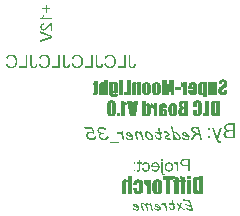
<source format=gbr>
G04 Layer_Color=32896*
%FSLAX25Y25*%
%MOIN*%
%TF.FileFunction,Legend,Bot*%
%TF.Part,Single*%
G01*
G75*
G36*
X366041Y294246D02*
X366125Y294236D01*
X366209Y294226D01*
X366283Y294212D01*
X366351Y294192D01*
X366415Y294172D01*
X366470Y294157D01*
X366524Y294138D01*
X366568Y294118D01*
X366607Y294103D01*
X366642Y294084D01*
X366666Y294074D01*
X366686Y294064D01*
X366696Y294054D01*
X366701D01*
X366814Y293975D01*
X366907Y293887D01*
X366986Y293803D01*
X367050Y293720D01*
X367094Y293641D01*
X367114Y293611D01*
X367129Y293582D01*
X367139Y293557D01*
X367148Y293542D01*
X367153Y293533D01*
Y293528D01*
X367173Y293464D01*
X367193Y293395D01*
X367222Y293247D01*
X367247Y293095D01*
X367262Y292952D01*
X367267Y292883D01*
X367271Y292819D01*
Y292765D01*
X367276Y292716D01*
Y292672D01*
Y292642D01*
Y292622D01*
Y292617D01*
Y291550D01*
Y291451D01*
X367271Y291363D01*
Y291279D01*
X367267Y291200D01*
X367262Y291127D01*
X367257Y291063D01*
X367247Y291004D01*
X367242Y290950D01*
X367237Y290900D01*
X367227Y290861D01*
X367222Y290827D01*
X367217Y290797D01*
X367212Y290777D01*
Y290763D01*
X367208Y290753D01*
Y290748D01*
X367178Y290654D01*
X367144Y290566D01*
X367104Y290487D01*
X367065Y290423D01*
X367030Y290369D01*
X367001Y290330D01*
X366981Y290305D01*
X366976Y290295D01*
X366912Y290231D01*
X366839Y290172D01*
X366760Y290123D01*
X366691Y290084D01*
X366622Y290054D01*
X366573Y290034D01*
X366553Y290025D01*
X366538Y290020D01*
X366529Y290015D01*
X366524D01*
X366406Y289985D01*
X366287Y289966D01*
X366164Y289946D01*
X366051Y289936D01*
X366002D01*
X365953Y289931D01*
X365914D01*
X365874Y289926D01*
X365805D01*
X365668Y289931D01*
X365540Y289941D01*
X365426Y289961D01*
X365328Y289980D01*
X365284Y289990D01*
X365249Y290000D01*
X365215Y290010D01*
X365185Y290020D01*
X365166Y290025D01*
X365151Y290030D01*
X365141Y290034D01*
X365136D01*
X365033Y290079D01*
X364934Y290133D01*
X364856Y290187D01*
X364787Y290241D01*
X364733Y290290D01*
X364693Y290335D01*
X364669Y290359D01*
X364659Y290369D01*
X364595Y290453D01*
X364541Y290541D01*
X364497Y290625D01*
X364467Y290699D01*
X364442Y290763D01*
X364423Y290812D01*
X364418Y290831D01*
Y290846D01*
X364413Y290851D01*
Y290856D01*
X364403Y290910D01*
X364393Y290969D01*
X364378Y291097D01*
X364369Y291235D01*
X364359Y291373D01*
Y291437D01*
Y291496D01*
X364354Y291550D01*
Y291594D01*
Y291633D01*
Y291663D01*
Y291683D01*
Y291688D01*
Y292711D01*
Y292790D01*
X364359Y292868D01*
Y292937D01*
X364364Y293001D01*
X364369Y293060D01*
X364374Y293114D01*
X364378Y293164D01*
X364383Y293208D01*
X364393Y293247D01*
X364398Y293277D01*
X364403Y293306D01*
X364408Y293331D01*
X364413Y293346D01*
Y293360D01*
X364418Y293370D01*
X364447Y293449D01*
X364482Y293528D01*
X364521Y293601D01*
X364556Y293665D01*
X364595Y293715D01*
X364620Y293759D01*
X364639Y293783D01*
X364649Y293793D01*
X364718Y293867D01*
X364792Y293931D01*
X364875Y293990D01*
X364949Y294039D01*
X365018Y294079D01*
X365077Y294103D01*
X365097Y294113D01*
X365112Y294123D01*
X365121Y294128D01*
X365126D01*
X365244Y294172D01*
X365367Y294202D01*
X365490Y294226D01*
X365609Y294241D01*
X365658Y294246D01*
X365707Y294251D01*
X365751D01*
X365786Y294256D01*
X365859D01*
X366041Y294246D01*
D02*
G37*
G36*
X362740D02*
X362824Y294236D01*
X362907Y294226D01*
X362981Y294212D01*
X363050Y294192D01*
X363114Y294172D01*
X363168Y294157D01*
X363222Y294138D01*
X363267Y294118D01*
X363306Y294103D01*
X363340Y294084D01*
X363365Y294074D01*
X363385Y294064D01*
X363394Y294054D01*
X363399D01*
X363513Y293975D01*
X363606Y293887D01*
X363685Y293803D01*
X363749Y293720D01*
X363793Y293641D01*
X363813Y293611D01*
X363827Y293582D01*
X363837Y293557D01*
X363847Y293542D01*
X363852Y293533D01*
Y293528D01*
X363872Y293464D01*
X363891Y293395D01*
X363921Y293247D01*
X363946Y293095D01*
X363960Y292952D01*
X363965Y292883D01*
X363970Y292819D01*
Y292765D01*
X363975Y292716D01*
Y292672D01*
Y292642D01*
Y292622D01*
Y292617D01*
Y291550D01*
Y291451D01*
X363970Y291363D01*
Y291279D01*
X363965Y291200D01*
X363960Y291127D01*
X363955Y291063D01*
X363946Y291004D01*
X363941Y290950D01*
X363936Y290900D01*
X363926Y290861D01*
X363921Y290827D01*
X363916Y290797D01*
X363911Y290777D01*
Y290763D01*
X363906Y290753D01*
Y290748D01*
X363877Y290654D01*
X363842Y290566D01*
X363803Y290487D01*
X363763Y290423D01*
X363729Y290369D01*
X363700Y290330D01*
X363680Y290305D01*
X363675Y290295D01*
X363611Y290231D01*
X363537Y290172D01*
X363458Y290123D01*
X363390Y290084D01*
X363321Y290054D01*
X363271Y290034D01*
X363252Y290025D01*
X363237Y290020D01*
X363227Y290015D01*
X363222D01*
X363104Y289985D01*
X362986Y289966D01*
X362863Y289946D01*
X362750Y289936D01*
X362701D01*
X362652Y289931D01*
X362612D01*
X362573Y289926D01*
X362504D01*
X362366Y289931D01*
X362238Y289941D01*
X362125Y289961D01*
X362027Y289980D01*
X361982Y289990D01*
X361948Y290000D01*
X361914Y290010D01*
X361884Y290020D01*
X361864Y290025D01*
X361850Y290030D01*
X361840Y290034D01*
X361835D01*
X361732Y290079D01*
X361633Y290133D01*
X361554Y290187D01*
X361486Y290241D01*
X361431Y290290D01*
X361392Y290335D01*
X361367Y290359D01*
X361358Y290369D01*
X361294Y290453D01*
X361240Y290541D01*
X361195Y290625D01*
X361166Y290699D01*
X361141Y290763D01*
X361121Y290812D01*
X361117Y290831D01*
Y290846D01*
X361112Y290851D01*
Y290856D01*
X361102Y290910D01*
X361092Y290969D01*
X361077Y291097D01*
X361067Y291235D01*
X361057Y291373D01*
Y291437D01*
Y291496D01*
X361053Y291550D01*
Y291594D01*
Y291633D01*
Y291663D01*
Y291683D01*
Y291688D01*
Y292711D01*
Y292790D01*
X361057Y292868D01*
Y292937D01*
X361062Y293001D01*
X361067Y293060D01*
X361072Y293114D01*
X361077Y293164D01*
X361082Y293208D01*
X361092Y293247D01*
X361097Y293277D01*
X361102Y293306D01*
X361107Y293331D01*
X361112Y293346D01*
Y293360D01*
X361117Y293370D01*
X361146Y293449D01*
X361180Y293528D01*
X361220Y293601D01*
X361254Y293665D01*
X361294Y293715D01*
X361318Y293759D01*
X361338Y293783D01*
X361348Y293793D01*
X361417Y293867D01*
X361490Y293931D01*
X361574Y293990D01*
X361648Y294039D01*
X361717Y294079D01*
X361776Y294103D01*
X361795Y294113D01*
X361810Y294123D01*
X361820Y294128D01*
X361825D01*
X361943Y294172D01*
X362066Y294202D01*
X362189Y294226D01*
X362307Y294241D01*
X362356Y294246D01*
X362406Y294251D01*
X362450D01*
X362484Y294256D01*
X362558D01*
X362740Y294246D01*
D02*
G37*
G36*
X388236Y295205D02*
X388388Y295186D01*
X388462Y295176D01*
X388526Y295161D01*
X388590Y295146D01*
X388644Y295132D01*
X388693Y295117D01*
X388737Y295102D01*
X388777Y295087D01*
X388811Y295077D01*
X388836Y295068D01*
X388856Y295058D01*
X388865Y295053D01*
X388870D01*
X388988Y294989D01*
X389087Y294925D01*
X389170Y294851D01*
X389234Y294782D01*
X389288Y294723D01*
X389323Y294674D01*
X389338Y294654D01*
X389348Y294640D01*
X389352Y294635D01*
Y294630D01*
X389377Y294576D01*
X389402Y294517D01*
X389436Y294384D01*
X389466Y294241D01*
X389480Y294098D01*
X389485Y294034D01*
X389490Y293975D01*
X389495Y293916D01*
Y293867D01*
X389500Y293828D01*
Y293798D01*
Y293779D01*
Y293774D01*
X389495Y293626D01*
X389485Y293498D01*
X389466Y293385D01*
X389446Y293287D01*
X389441Y293247D01*
X389431Y293208D01*
X389421Y293178D01*
X389411Y293154D01*
X389406Y293129D01*
X389402Y293114D01*
X389397Y293109D01*
Y293105D01*
X389357Y293011D01*
X389313Y292932D01*
X389269Y292859D01*
X389229Y292804D01*
X389190Y292755D01*
X389160Y292726D01*
X389141Y292701D01*
X389136Y292696D01*
X389102Y292667D01*
X389062Y292632D01*
X389013Y292598D01*
X388964Y292558D01*
X388856Y292480D01*
X388747Y292401D01*
X388644Y292332D01*
X388595Y292298D01*
X388555Y292273D01*
X388526Y292248D01*
X388496Y292234D01*
X388482Y292224D01*
X388477Y292219D01*
X388388Y292160D01*
X388309Y292106D01*
X388236Y292057D01*
X388172Y292012D01*
X388118Y291968D01*
X388063Y291929D01*
X388024Y291894D01*
X387985Y291865D01*
X387955Y291840D01*
X387926Y291815D01*
X387906Y291801D01*
X387886Y291781D01*
X387867Y291761D01*
X387862Y291756D01*
X387837Y291727D01*
X387817Y291692D01*
X387803Y291653D01*
X387788Y291604D01*
X387763Y291510D01*
X387749Y291412D01*
X387739Y291319D01*
Y291274D01*
X387734Y291240D01*
Y291210D01*
Y291186D01*
Y291171D01*
Y291166D01*
X387739Y291097D01*
X387744Y291033D01*
X387753Y290979D01*
X387768Y290940D01*
X387783Y290905D01*
X387793Y290881D01*
X387798Y290866D01*
X387803Y290861D01*
X387827Y290827D01*
X387862Y290802D01*
X387891Y290782D01*
X387926Y290772D01*
X387955Y290763D01*
X387980Y290758D01*
X387999D01*
X388044Y290763D01*
X388083Y290772D01*
X388113Y290782D01*
X388137Y290797D01*
X388157Y290812D01*
X388172Y290827D01*
X388176Y290831D01*
X388181Y290836D01*
X388196Y290876D01*
X388211Y290930D01*
X388221Y290989D01*
X388226Y291053D01*
Y291112D01*
X388231Y291161D01*
Y291181D01*
Y291196D01*
Y291200D01*
Y291205D01*
Y291825D01*
X389461D01*
Y291491D01*
Y291387D01*
X389456Y291289D01*
X389451Y291196D01*
X389441Y291107D01*
X389436Y291028D01*
X389426Y290954D01*
X389416Y290891D01*
X389402Y290831D01*
X389392Y290777D01*
X389382Y290728D01*
X389372Y290689D01*
X389367Y290659D01*
X389357Y290635D01*
X389352Y290615D01*
X389348Y290605D01*
Y290600D01*
X389323Y290541D01*
X389293Y290487D01*
X389220Y290389D01*
X389141Y290300D01*
X389057Y290226D01*
X388979Y290167D01*
X388944Y290143D01*
X388914Y290123D01*
X388890Y290108D01*
X388870Y290098D01*
X388860Y290093D01*
X388856Y290089D01*
X388708Y290025D01*
X388555Y289975D01*
X388403Y289941D01*
X388260Y289916D01*
X388191Y289907D01*
X388132Y289902D01*
X388078Y289897D01*
X388034D01*
X387995Y289892D01*
X387945D01*
X387768Y289902D01*
X387611Y289921D01*
X387537Y289931D01*
X387463Y289946D01*
X387399Y289961D01*
X387340Y289980D01*
X387286Y289995D01*
X387242Y290010D01*
X387197Y290025D01*
X387163Y290039D01*
X387134Y290049D01*
X387114Y290059D01*
X387104Y290064D01*
X387099D01*
X387030Y290098D01*
X386971Y290133D01*
X386917Y290172D01*
X386868Y290207D01*
X386819Y290241D01*
X386779Y290280D01*
X386710Y290349D01*
X386661Y290408D01*
X386627Y290453D01*
X386617Y290472D01*
X386607Y290487D01*
X386602Y290492D01*
Y290497D01*
X386578Y290551D01*
X386558Y290605D01*
X386528Y290733D01*
X386504Y290866D01*
X386489Y290994D01*
X386484Y291058D01*
X386479Y291112D01*
Y291166D01*
X386474Y291210D01*
Y291250D01*
Y291274D01*
Y291294D01*
Y291299D01*
Y291437D01*
X386484Y291560D01*
X386494Y291678D01*
X386509Y291786D01*
X386528Y291884D01*
X386548Y291973D01*
X386568Y292052D01*
X386587Y292125D01*
X386612Y292189D01*
X386632Y292239D01*
X386651Y292288D01*
X386671Y292322D01*
X386686Y292352D01*
X386696Y292371D01*
X386701Y292381D01*
X386705Y292386D01*
X386755Y292450D01*
X386819Y292519D01*
X386892Y292593D01*
X386976Y292667D01*
X387065Y292736D01*
X387158Y292809D01*
X387350Y292947D01*
X387439Y293011D01*
X387527Y293070D01*
X387606Y293119D01*
X387675Y293164D01*
X387734Y293203D01*
X387778Y293228D01*
X387807Y293247D01*
X387812Y293252D01*
X387817D01*
X387872Y293287D01*
X387921Y293321D01*
X387965Y293351D01*
X388004Y293380D01*
X388073Y293434D01*
X388122Y293478D01*
X388157Y293518D01*
X388176Y293542D01*
X388186Y293562D01*
X388191Y293567D01*
X388216Y293621D01*
X388231Y293680D01*
X388245Y293744D01*
X388250Y293808D01*
X388255Y293862D01*
X388260Y293911D01*
Y293941D01*
Y293946D01*
Y293951D01*
X388255Y294020D01*
X388250Y294079D01*
X388241Y294133D01*
X388231Y294172D01*
X388221Y294207D01*
X388211Y294226D01*
X388201Y294241D01*
Y294246D01*
X388176Y294280D01*
X388147Y294305D01*
X388118Y294320D01*
X388088Y294335D01*
X388058Y294339D01*
X388039Y294344D01*
X388019D01*
X387980Y294339D01*
X387950Y294335D01*
X387921Y294320D01*
X387901Y294310D01*
X387881Y294295D01*
X387872Y294280D01*
X387862Y294275D01*
Y294271D01*
X387847Y294236D01*
X387832Y294187D01*
X387822Y294133D01*
X387817Y294074D01*
X387812Y294020D01*
Y293975D01*
Y293941D01*
Y293936D01*
Y293931D01*
Y293557D01*
X386582D01*
Y293759D01*
Y293867D01*
X386587Y293970D01*
X386592Y294064D01*
X386602Y294148D01*
X386612Y294226D01*
X386622Y294295D01*
X386632Y294359D01*
X386642Y294418D01*
X386651Y294467D01*
X386661Y294507D01*
X386671Y294541D01*
X386681Y294571D01*
X386691Y294590D01*
X386696Y294610D01*
X386701Y294615D01*
Y294620D01*
X386725Y294669D01*
X386755Y294713D01*
X386824Y294792D01*
X386907Y294866D01*
X386986Y294930D01*
X387060Y294979D01*
X387094Y294999D01*
X387124Y295013D01*
X387148Y295028D01*
X387168Y295033D01*
X387178Y295043D01*
X387183D01*
X387325Y295097D01*
X387473Y295141D01*
X387621Y295171D01*
X387758Y295191D01*
X387822Y295196D01*
X387881Y295200D01*
X387930Y295205D01*
X387975Y295210D01*
X388063D01*
X388236Y295205D01*
D02*
G37*
G36*
X357220Y290000D02*
X355089D01*
Y291023D01*
X355891D01*
Y295102D01*
X357220D01*
Y290000D01*
D02*
G37*
G36*
X354804D02*
X353490D01*
Y294182D01*
X354804D01*
Y290000D01*
D02*
G37*
G36*
X346243Y294084D02*
X346519D01*
Y293419D01*
X346243D01*
Y291294D01*
Y291181D01*
Y291082D01*
X346238Y290989D01*
Y290905D01*
X346234Y290831D01*
Y290768D01*
X346229Y290708D01*
X346224Y290659D01*
Y290620D01*
X346219Y290585D01*
Y290556D01*
X346214Y290531D01*
Y290517D01*
X346209Y290507D01*
Y290497D01*
X346189Y290438D01*
X346170Y290379D01*
X346140Y290330D01*
X346111Y290285D01*
X346081Y290246D01*
X346056Y290221D01*
X346042Y290202D01*
X346037Y290197D01*
X345983Y290153D01*
X345924Y290118D01*
X345869Y290089D01*
X345820Y290069D01*
X345776Y290054D01*
X345737Y290044D01*
X345717Y290034D01*
X345707D01*
X345668Y290030D01*
X345628Y290025D01*
X345530Y290015D01*
X345427Y290010D01*
X345328Y290005D01*
X345235Y290000D01*
X344571D01*
Y290674D01*
X344674D01*
X344718Y290679D01*
X344758D01*
X344792Y290684D01*
X344822Y290689D01*
X344866Y290699D01*
X344900Y290704D01*
X344920Y290713D01*
X344925Y290718D01*
X344930D01*
X344935Y290733D01*
X344945Y290753D01*
X344949Y290777D01*
X344954Y290812D01*
X344959Y290886D01*
X344964Y290969D01*
X344969Y291048D01*
Y291082D01*
Y291117D01*
Y291141D01*
Y291161D01*
Y291176D01*
Y291181D01*
Y293419D01*
X344625D01*
Y294084D01*
X344969D01*
Y294743D01*
X346243D01*
Y294084D01*
D02*
G37*
G36*
X368984Y253980D02*
X369021Y253969D01*
X369042Y253953D01*
X369047Y253948D01*
X369058Y253932D01*
X369069Y253916D01*
X369090Y253868D01*
X369095Y253847D01*
X369100Y253831D01*
X369106Y253820D01*
Y253815D01*
X369122Y253767D01*
X369127Y253720D01*
X369138Y253688D01*
Y253677D01*
Y253672D01*
X369143Y253613D01*
X369148Y253560D01*
Y253544D01*
Y253528D01*
Y253518D01*
Y253513D01*
Y253481D01*
Y253470D01*
Y253465D01*
X369143Y253438D01*
Y253428D01*
Y253422D01*
X369169Y253290D01*
X369180Y253220D01*
X369196Y253162D01*
X369207Y253109D01*
X369212Y253066D01*
X369223Y253040D01*
Y253029D01*
X369254Y252870D01*
X369270Y252801D01*
X369281Y252732D01*
X369297Y252674D01*
X369302Y252631D01*
X369313Y252605D01*
Y252594D01*
X369345Y252435D01*
X369361Y252360D01*
X369371Y252296D01*
X369382Y252238D01*
X369392Y252196D01*
X369398Y252169D01*
Y252158D01*
X369414Y252079D01*
X369430Y252004D01*
X369440Y251935D01*
X369451Y251877D01*
X369461Y251829D01*
X369472Y251792D01*
X369477Y251771D01*
Y251760D01*
X369483Y251728D01*
X369488Y251702D01*
Y251680D01*
Y251670D01*
X369477Y251606D01*
X369461Y251558D01*
X369451Y251537D01*
X369446Y251521D01*
X369435Y251516D01*
Y251511D01*
X369414Y251489D01*
X369387Y251473D01*
X369334Y251452D01*
X369307Y251447D01*
X369286Y251442D01*
X369270D01*
X369223Y251447D01*
X369185Y251458D01*
X369159Y251463D01*
X369148Y251468D01*
X369111Y251489D01*
X369090Y251505D01*
X369074Y251521D01*
X369069Y251526D01*
X369053Y251574D01*
X369042Y251622D01*
X369037Y251659D01*
Y251665D01*
Y251670D01*
X369031Y251728D01*
Y251781D01*
Y251797D01*
Y251813D01*
Y251824D01*
Y251829D01*
Y251893D01*
X369010Y251989D01*
X368989Y252079D01*
X368968Y252158D01*
X368947Y252233D01*
X368931Y252296D01*
X368920Y252339D01*
X368915Y252371D01*
X368909Y252381D01*
X368888Y252472D01*
X368862Y252551D01*
X368846Y252626D01*
X368824Y252695D01*
X368814Y252748D01*
X368803Y252790D01*
X368793Y252817D01*
Y252828D01*
X368745Y252896D01*
X368692Y252960D01*
X368676Y252987D01*
X368660Y253008D01*
X368649Y253019D01*
X368644Y253024D01*
X368580Y253104D01*
X368516Y253167D01*
X368495Y253194D01*
X368474Y253215D01*
X368463Y253226D01*
X368458Y253231D01*
X368378Y253295D01*
X368304Y253348D01*
X368277Y253364D01*
X368256Y253380D01*
X368240Y253385D01*
X368235Y253390D01*
X368187Y253412D01*
X368145Y253433D01*
X368102Y253444D01*
X368065Y253449D01*
X368033Y253454D01*
X368007Y253459D01*
X367932D01*
X367927Y253454D01*
X367916Y253449D01*
X367911Y253438D01*
X367906Y253428D01*
Y253422D01*
X367884Y253390D01*
X367874Y253374D01*
Y253369D01*
X367853Y253332D01*
X367842Y253316D01*
Y253311D01*
X367826Y253295D01*
X367810Y253284D01*
X367805Y253274D01*
X367799D01*
X367768Y253247D01*
X367730Y253231D01*
X367709Y253220D01*
X367699Y253215D01*
X367656Y253204D01*
X367619Y253199D01*
X367598Y253194D01*
X367587D01*
X367555Y253199D01*
X367534Y253204D01*
X367518Y253210D01*
X367513Y253215D01*
X367486Y253236D01*
X367465Y253258D01*
X367454Y253274D01*
X367449Y253279D01*
X367428Y253305D01*
X367417Y253332D01*
X367407Y253353D01*
Y253359D01*
X367396Y253390D01*
X367391Y253417D01*
Y253438D01*
Y253444D01*
Y253481D01*
X367401Y253518D01*
X367417Y253582D01*
X367428Y253603D01*
X367438Y253624D01*
X367444Y253635D01*
X367449Y253640D01*
X367492Y253704D01*
X367539Y253757D01*
X367571Y253789D01*
X367582Y253794D01*
X367587Y253799D01*
X367624Y253826D01*
X367661Y253847D01*
X367688Y253858D01*
X367693Y253863D01*
X367699D01*
X367736Y253879D01*
X367773Y253889D01*
X367794Y253895D01*
X367805D01*
X367837Y253905D01*
X367863Y253911D01*
X367884Y253916D01*
X367890D01*
X367922Y253921D01*
X367948Y253927D01*
X367975D01*
X368054Y253921D01*
X368123Y253905D01*
X368150Y253900D01*
X368171Y253889D01*
X368182Y253884D01*
X368187D01*
X368262Y253852D01*
X368325Y253815D01*
X368346Y253799D01*
X368368Y253789D01*
X368378Y253783D01*
X368384Y253778D01*
X368447Y253730D01*
X368500Y253682D01*
X368522Y253661D01*
X368538Y253651D01*
X368548Y253640D01*
X368553Y253635D01*
X368612Y253582D01*
X368660Y253534D01*
X368681Y253513D01*
X368697Y253497D01*
X368702Y253491D01*
X368707Y253486D01*
Y253507D01*
Y253528D01*
Y253550D01*
Y253555D01*
X368702Y253587D01*
Y253613D01*
Y253629D01*
Y253635D01*
Y253682D01*
X368707Y253725D01*
X368713Y253751D01*
Y253762D01*
X368718Y253804D01*
X368729Y253842D01*
X368739Y253863D01*
X368745Y253874D01*
X368766Y253911D01*
X368787Y253932D01*
X368803Y253948D01*
X368814Y253953D01*
X368851Y253975D01*
X368888Y253980D01*
X368920Y253985D01*
X368931D01*
X368984Y253980D01*
D02*
G37*
G36*
X375149Y255180D02*
X375212D01*
X375239Y255174D01*
X375260D01*
X375350Y255164D01*
X375393Y255159D01*
X375430Y255153D01*
X375462Y255148D01*
X375488D01*
X375504Y255143D01*
X375510D01*
X375605Y255127D01*
X375653Y255116D01*
X375690Y255111D01*
X375727Y255100D01*
X375754Y255095D01*
X375775Y255090D01*
X375780D01*
X375892Y255063D01*
X375945Y255052D01*
X375993Y255036D01*
X376030Y255026D01*
X376067Y255020D01*
X376088Y255010D01*
X376094D01*
X376120Y254999D01*
X376147Y254994D01*
X376168Y254989D01*
X376173Y254983D01*
X376179D01*
X376221Y254973D01*
X376258Y254967D01*
X376285Y254962D01*
X376290Y254957D01*
X376295D01*
X376338Y254952D01*
X376380Y254941D01*
X376407Y254936D01*
X376418D01*
X376460Y254930D01*
X376492Y254925D01*
X376513Y254920D01*
X376519D01*
X376540Y255026D01*
X376556Y255047D01*
X376582Y255068D01*
X376604Y255084D01*
X376609Y255090D01*
X376614D01*
X376662Y255111D01*
X376710Y255121D01*
X376731Y255127D01*
X376768D01*
X376805Y255121D01*
X376837Y255105D01*
X376858Y255090D01*
X376869Y255084D01*
X376906Y255052D01*
X376933Y255020D01*
X376954Y254994D01*
X376965Y254989D01*
Y254983D01*
X376996Y254936D01*
X377018Y254893D01*
X377039Y254856D01*
X377044Y254851D01*
Y254845D01*
X377071Y254792D01*
X377092Y254744D01*
X377103Y254713D01*
X377108Y254707D01*
Y254702D01*
X377145Y254617D01*
X377161Y254574D01*
X377177Y254537D01*
X377188Y254505D01*
X377198Y254484D01*
X377203Y254468D01*
Y254463D01*
X377235Y254367D01*
X377246Y254325D01*
X377262Y254277D01*
X377273Y254240D01*
X377283Y254208D01*
X377294Y254187D01*
Y254182D01*
X377310Y254118D01*
X377331Y254054D01*
X377352Y253990D01*
X377368Y253927D01*
X377384Y253874D01*
X377395Y253831D01*
X377400Y253804D01*
X377405Y253799D01*
Y253794D01*
X377427Y253704D01*
X377453Y253608D01*
X377480Y253518D01*
X377506Y253428D01*
X377527Y253348D01*
X377543Y253290D01*
X377549Y253263D01*
X377554Y253247D01*
X377559Y253236D01*
Y253231D01*
X377596Y253109D01*
X377634Y252987D01*
X377671Y252875D01*
X377703Y252774D01*
X377729Y252689D01*
X377740Y252652D01*
X377750Y252620D01*
X377761Y252594D01*
X377766Y252578D01*
X377772Y252567D01*
Y252562D01*
X377814Y252435D01*
X377851Y252312D01*
X377888Y252201D01*
X377920Y252095D01*
X377942Y252004D01*
X377952Y251967D01*
X377963Y251935D01*
X377968Y251914D01*
X377974Y251893D01*
X377979Y251882D01*
Y251877D01*
X377995Y251803D01*
X378000Y251744D01*
X378005Y251718D01*
Y251702D01*
Y251691D01*
Y251686D01*
X378000Y251627D01*
X377989Y251580D01*
X377974Y251537D01*
X377952Y251505D01*
X377931Y251479D01*
X377915Y251463D01*
X377904Y251452D01*
X377899Y251447D01*
X377857Y251426D01*
X377809Y251410D01*
X377708Y251389D01*
X377665Y251383D01*
X377634Y251378D01*
X377602D01*
X377464Y251383D01*
X377395Y251389D01*
X377331Y251399D01*
X377278Y251404D01*
X377235Y251410D01*
X377209Y251415D01*
X377198D01*
X377034Y251447D01*
X376954Y251468D01*
X376885Y251489D01*
X376821Y251505D01*
X376779Y251521D01*
X376747Y251526D01*
X376736Y251532D01*
X376662Y251558D01*
X376593Y251580D01*
X376566Y251590D01*
X376545Y251601D01*
X376529Y251606D01*
X376524D01*
X376434Y251643D01*
X376391Y251659D01*
X376354Y251675D01*
X376322Y251686D01*
X376295Y251696D01*
X376280Y251707D01*
X376274D01*
X376184Y251750D01*
X376142Y251771D01*
X376104Y251787D01*
X376073Y251803D01*
X376051Y251813D01*
X376035Y251824D01*
X376030D01*
X375945Y251872D01*
X375908Y251893D01*
X375876Y251914D01*
X375849Y251930D01*
X375828Y251941D01*
X375818Y251946D01*
X375812Y251951D01*
X375743Y252004D01*
X375690Y252047D01*
X375674Y252068D01*
X375658Y252084D01*
X375653Y252089D01*
X375648Y252095D01*
X375626Y252121D01*
X375605Y252148D01*
X375584Y252196D01*
X375573Y252233D01*
Y252238D01*
Y252243D01*
Y252265D01*
X375579Y252281D01*
X375584Y252291D01*
X375589Y252296D01*
X375605Y252312D01*
X375621Y252323D01*
X375632Y252334D01*
X375637D01*
X375679Y252350D01*
X375695Y252355D01*
X375701D01*
X375727Y252360D01*
X375759D01*
X375844Y252355D01*
X375887Y252350D01*
X375919Y252339D01*
X375945Y252334D01*
X375966Y252323D01*
X375982Y252318D01*
X375988D01*
X376062Y252286D01*
X376131Y252254D01*
X376157Y252243D01*
X376179Y252233D01*
X376189Y252227D01*
X376195Y252222D01*
X376274Y252180D01*
X376349Y252137D01*
X376380Y252121D01*
X376402Y252105D01*
X376418Y252100D01*
X376423Y252095D01*
X376519Y252047D01*
X376561Y252026D01*
X376609Y252010D01*
X376646Y251994D01*
X376678Y251983D01*
X376699Y251978D01*
X376704Y251973D01*
X376832Y251935D01*
X376890Y251920D01*
X376938Y251904D01*
X376986Y251893D01*
X377018Y251882D01*
X377039Y251877D01*
X377049D01*
X377113Y251866D01*
X377166Y251856D01*
X377219Y251851D01*
X377262Y251845D01*
X377299Y251840D01*
X377373D01*
X377400Y251845D01*
X377411D01*
X377432Y251866D01*
X377437Y251872D01*
X377443Y251877D01*
X377448Y251898D01*
X377453Y251920D01*
Y251941D01*
Y251946D01*
X377448Y251983D01*
X377443Y252031D01*
Y252052D01*
X377437Y252068D01*
Y252079D01*
Y252084D01*
X377421Y252158D01*
X377405Y252233D01*
X377400Y252259D01*
X377395Y252281D01*
X377389Y252296D01*
Y252302D01*
X377368Y252387D01*
X377358Y252429D01*
X377347Y252461D01*
X377336Y252488D01*
X377331Y252514D01*
X377326Y252525D01*
Y252530D01*
X377315Y252567D01*
X377304Y252605D01*
X377294Y252631D01*
X377289Y252652D01*
X377278Y252684D01*
X377273Y252695D01*
X377209Y252711D01*
X377161Y252721D01*
X377134Y252727D01*
X377124D01*
X377087Y252737D01*
X377055Y252748D01*
X377034Y252759D01*
X377028D01*
X376991Y252769D01*
X376959Y252780D01*
X376938Y252790D01*
X376927D01*
X376880Y252806D01*
X376832Y252828D01*
X376811Y252838D01*
X376795Y252843D01*
X376784Y252849D01*
X376779D01*
X376736Y252865D01*
X376694Y252886D01*
X376609Y252918D01*
X376572Y252934D01*
X376545Y252944D01*
X376524Y252955D01*
X376519D01*
X376455Y252981D01*
X376386Y253008D01*
X376317Y253035D01*
X376253Y253061D01*
X376195Y253082D01*
X376152Y253098D01*
X376120Y253109D01*
X376115Y253114D01*
X376110D01*
X376073Y253130D01*
X376035Y253141D01*
X376003Y253151D01*
X375993Y253157D01*
X375988D01*
X375919Y253178D01*
X375860Y253199D01*
X375839Y253204D01*
X375818Y253210D01*
X375807Y253215D01*
X375802D01*
X375733Y253236D01*
X375674Y253258D01*
X375653Y253263D01*
X375637Y253268D01*
X375626Y253274D01*
X375621D01*
X375568Y253295D01*
X375531Y253311D01*
X375510Y253316D01*
X375504Y253321D01*
X375441Y253364D01*
X375388Y253401D01*
X375356Y253433D01*
X375350Y253438D01*
X375345Y253444D01*
X375324Y253470D01*
X375303Y253497D01*
X375287Y253550D01*
X375281Y253576D01*
X375276Y253592D01*
Y253603D01*
Y253608D01*
X375281Y253629D01*
X375292Y253651D01*
X375303Y253666D01*
X375308Y253672D01*
X375318Y253682D01*
X375340Y253693D01*
X375377Y253698D01*
X375409Y253704D01*
X375451D01*
X375483Y253698D01*
X375547Y253688D01*
X375573Y253677D01*
X375600Y253672D01*
X375616Y253666D01*
X375621D01*
X375722Y253635D01*
X375775Y253624D01*
X375823Y253608D01*
X375865Y253597D01*
X375897Y253587D01*
X375919Y253576D01*
X375924D01*
X376051Y253539D01*
X376115Y253523D01*
X376168Y253507D01*
X376216Y253491D01*
X376253Y253481D01*
X376274Y253475D01*
X376285Y253470D01*
X376354Y253449D01*
X376418Y253428D01*
X376476Y253412D01*
X376529Y253390D01*
X376572Y253380D01*
X376609Y253369D01*
X376630Y253359D01*
X376635D01*
X376694Y253337D01*
X376747Y253321D01*
X376795Y253305D01*
X376837Y253295D01*
X376869Y253284D01*
X376895Y253274D01*
X376911Y253268D01*
X376917D01*
X376959Y253258D01*
X376996Y253252D01*
X377023Y253242D01*
X377044D01*
X377060Y253236D01*
X377081D01*
X377087Y253242D01*
Y253247D01*
Y253252D01*
Y253274D01*
Y253279D01*
Y253284D01*
X377081Y253316D01*
X377076Y253327D01*
Y253332D01*
X377065Y253359D01*
X377060Y253385D01*
X377049Y253406D01*
Y253417D01*
X377034Y253465D01*
X377018Y253507D01*
X377007Y253539D01*
X377002Y253544D01*
Y253550D01*
X376980Y253603D01*
X376965Y253656D01*
X376959Y253677D01*
X376954Y253688D01*
X376949Y253698D01*
Y253704D01*
X376927Y253762D01*
X376911Y253810D01*
X376901Y253842D01*
X376895Y253847D01*
Y253852D01*
X376880Y253900D01*
X376864Y253937D01*
X376858Y253964D01*
X376853Y253975D01*
X376837Y254012D01*
X376827Y254038D01*
X376821Y254049D01*
Y254054D01*
X376779Y254144D01*
X376752Y254182D01*
X376731Y254219D01*
X376715Y254245D01*
X376699Y254267D01*
X376688Y254277D01*
X376683Y254282D01*
X376646Y254320D01*
X376604Y254351D01*
X376524Y254405D01*
X376487Y254420D01*
X376460Y254436D01*
X376439Y254447D01*
X376434D01*
X376391Y254458D01*
X376354Y254474D01*
X376317Y254479D01*
X376311Y254484D01*
X376306D01*
X376242Y254505D01*
X376189Y254521D01*
X376163Y254527D01*
X376147Y254532D01*
X376136Y254537D01*
X376131D01*
X376062Y254559D01*
X375998Y254574D01*
X375977Y254580D01*
X375956Y254585D01*
X375945Y254590D01*
X375940D01*
X375871Y254612D01*
X375818Y254628D01*
X375796Y254633D01*
X375780Y254638D01*
X375770Y254644D01*
X375764D01*
X375706Y254660D01*
X375658Y254670D01*
X375632Y254681D01*
X375621D01*
X375584Y254691D01*
X375563Y254702D01*
X375552D01*
X375515Y254713D01*
X375478Y254718D01*
X375446Y254723D01*
X375430D01*
X375361Y254734D01*
X375303Y254744D01*
X375281Y254750D01*
X375260Y254755D01*
X375244D01*
X375175Y254771D01*
X375117Y254782D01*
X375095D01*
X375079Y254787D01*
X375064D01*
X375037Y254792D01*
X375010Y254798D01*
X374979Y254803D01*
X374963Y254808D01*
X374957D01*
X374894Y254813D01*
X374846Y254824D01*
X374814Y254829D01*
X374803Y254835D01*
X374761Y254856D01*
X374729Y254872D01*
X374708Y254888D01*
X374703Y254893D01*
X374676Y254914D01*
X374655Y254936D01*
X374649Y254952D01*
X374644Y254957D01*
X374634Y254983D01*
X374628Y255005D01*
Y255020D01*
Y255026D01*
Y255047D01*
X374634Y255068D01*
X374639Y255079D01*
X374644Y255084D01*
X374660Y255105D01*
X374681Y255121D01*
X374703Y255132D01*
X374708Y255137D01*
X374745Y255153D01*
X374782Y255164D01*
X374814Y255169D01*
X374825D01*
X374883Y255180D01*
X374947Y255185D01*
X375106D01*
X375149Y255180D01*
D02*
G37*
G36*
X365925Y253783D02*
X365978Y253778D01*
X366031Y253767D01*
X366074Y253757D01*
X366106Y253746D01*
X366127Y253741D01*
X366132Y253735D01*
X366244Y253688D01*
X366291Y253661D01*
X366334Y253635D01*
X366371Y253613D01*
X366398Y253597D01*
X366419Y253587D01*
X366424Y253582D01*
X366520Y253507D01*
X366562Y253470D01*
X366594Y253438D01*
X366626Y253412D01*
X366647Y253390D01*
X366663Y253374D01*
X366669Y253369D01*
X366748Y253284D01*
X366812Y253215D01*
X366833Y253183D01*
X366854Y253162D01*
X366865Y253146D01*
X366870Y253141D01*
X366929Y253061D01*
X366971Y252997D01*
X366992Y252971D01*
X367003Y252950D01*
X367008Y252939D01*
X367014Y252934D01*
X367051Y252870D01*
X367083Y252822D01*
X367099Y252790D01*
X367104Y252785D01*
Y252780D01*
X367136Y252769D01*
X367168Y252753D01*
X367215Y252721D01*
X367247Y252689D01*
X367253Y252684D01*
X367258Y252679D01*
X367279Y252652D01*
X367290Y252620D01*
X367311Y252557D01*
Y252530D01*
X367316Y252514D01*
Y252498D01*
Y252493D01*
X367311Y252456D01*
X367300Y252424D01*
X367295Y252408D01*
X367290Y252403D01*
X367268Y252387D01*
X367247Y252376D01*
X367231Y252371D01*
X367226D01*
X367242Y252265D01*
X367253Y252222D01*
Y252180D01*
X367258Y252148D01*
Y252121D01*
Y252105D01*
Y252100D01*
Y252047D01*
X367253Y251999D01*
X367242Y251957D01*
X367237Y251920D01*
X367226Y251888D01*
X367221Y251866D01*
X367215Y251851D01*
Y251845D01*
X367178Y251771D01*
X367141Y251718D01*
X367130Y251696D01*
X367114Y251680D01*
X367109Y251670D01*
X367104Y251665D01*
X367051Y251617D01*
X367003Y251580D01*
X366982Y251569D01*
X366966Y251558D01*
X366955Y251548D01*
X366950D01*
X366881Y251521D01*
X366828Y251505D01*
X366801Y251495D01*
X366785D01*
X366775Y251489D01*
X366769D01*
X366706Y251479D01*
X366652Y251468D01*
X366631D01*
X366615Y251463D01*
X366599D01*
X366541Y251458D01*
X366493Y251452D01*
X366451D01*
X366334Y251458D01*
X366222Y251468D01*
X366122Y251479D01*
X366031Y251495D01*
X365957Y251511D01*
X365898Y251526D01*
X365877Y251532D01*
X365861D01*
X365856Y251537D01*
X365851D01*
X365744Y251574D01*
X365649Y251622D01*
X365553Y251675D01*
X365474Y251723D01*
X365405Y251765D01*
X365352Y251808D01*
X365330Y251819D01*
X365314Y251829D01*
X365309Y251840D01*
X365304D01*
X365261Y251877D01*
X365229Y251914D01*
X365208Y251941D01*
X365203Y251946D01*
Y251951D01*
X365176Y252004D01*
X365160Y252047D01*
X365155Y252079D01*
X365150Y252084D01*
Y252089D01*
Y252105D01*
Y252116D01*
Y252148D01*
Y252153D01*
Y252158D01*
Y252185D01*
X365155Y252206D01*
X365160Y252222D01*
X365166Y252227D01*
X365187Y252249D01*
X365213Y252254D01*
X365235Y252259D01*
X365245D01*
X365299Y252254D01*
X365346Y252238D01*
X365368Y252233D01*
X365383Y252222D01*
X365394Y252217D01*
X365399D01*
X365458Y252185D01*
X365516Y252148D01*
X365537Y252132D01*
X365559Y252121D01*
X365569Y252116D01*
X365575Y252111D01*
X365628Y252074D01*
X365681Y252042D01*
X365702Y252031D01*
X365718Y252020D01*
X365729Y252010D01*
X365734D01*
X365798Y251978D01*
X365856Y251946D01*
X365883Y251935D01*
X365904Y251925D01*
X365914Y251920D01*
X365920D01*
X365994Y251893D01*
X366058Y251872D01*
X366084Y251861D01*
X366106Y251856D01*
X366122Y251851D01*
X366127D01*
X366212Y251835D01*
X366286Y251829D01*
X366318Y251824D01*
X366360D01*
X366435Y251829D01*
X366498Y251835D01*
X366557Y251851D01*
X366605Y251866D01*
X366642Y251877D01*
X366669Y251893D01*
X366684Y251898D01*
X366690Y251904D01*
X366727Y251941D01*
X366759Y251978D01*
X366780Y252015D01*
X366791Y252052D01*
X366801Y252084D01*
X366807Y252111D01*
Y252132D01*
Y252137D01*
X366801Y252190D01*
X366796Y252233D01*
X366791Y252265D01*
Y252270D01*
Y252275D01*
X366775Y252323D01*
X366759Y252360D01*
X366753Y252387D01*
X366748Y252392D01*
X366663Y252403D01*
X366583Y252408D01*
X366552Y252413D01*
X366520Y252419D01*
X366498D01*
X366392Y252435D01*
X366339Y252445D01*
X366297Y252456D01*
X366260Y252466D01*
X366228Y252472D01*
X366207Y252477D01*
X366201D01*
X366084Y252509D01*
X366031Y252519D01*
X365984Y252535D01*
X365946Y252546D01*
X365914Y252557D01*
X365893Y252567D01*
X365888D01*
X365776Y252610D01*
X365729Y252631D01*
X365686Y252652D01*
X365649Y252674D01*
X365622Y252689D01*
X365606Y252695D01*
X365601Y252700D01*
X365511Y252764D01*
X365468Y252796D01*
X365437Y252828D01*
X365410Y252854D01*
X365389Y252875D01*
X365378Y252886D01*
X365373Y252891D01*
X365336Y252934D01*
X365309Y252976D01*
X365283Y253019D01*
X365267Y253061D01*
X365251Y253093D01*
X365240Y253119D01*
X365235Y253141D01*
Y253146D01*
X365224Y253204D01*
X365213Y253258D01*
Y253279D01*
Y253295D01*
Y253305D01*
Y253311D01*
X365219Y253385D01*
X365229Y253449D01*
X365240Y253470D01*
X365245Y253486D01*
X365251Y253497D01*
Y253502D01*
X365283Y253566D01*
X365314Y253613D01*
X365346Y253645D01*
X365352Y253651D01*
X365357Y253656D01*
X365415Y253698D01*
X365474Y253730D01*
X365500Y253741D01*
X365516Y253751D01*
X365532Y253757D01*
X365537D01*
X365622Y253778D01*
X365707Y253789D01*
X365744Y253794D01*
X365861D01*
X365925Y253783D01*
D02*
G37*
G36*
X380718Y294251D02*
X380801Y294236D01*
X380880Y294221D01*
X380949Y294202D01*
X381003Y294177D01*
X381047Y294162D01*
X381072Y294148D01*
X381082Y294143D01*
X381156Y294098D01*
X381225Y294044D01*
X381289Y293990D01*
X381343Y293936D01*
X381387Y293887D01*
X381421Y293847D01*
X381441Y293818D01*
X381451Y293813D01*
X381431Y294182D01*
X382725D01*
Y289405D01*
X381451D01*
Y290364D01*
X381387Y290290D01*
X381323Y290221D01*
X381264Y290162D01*
X381210Y290118D01*
X381161Y290084D01*
X381121Y290054D01*
X381097Y290039D01*
X381087Y290034D01*
X381008Y290000D01*
X380934Y289970D01*
X380856Y289951D01*
X380792Y289941D01*
X380733Y289931D01*
X380683Y289926D01*
X380644D01*
X380536Y289931D01*
X380442Y289951D01*
X380354Y289970D01*
X380280Y290000D01*
X380221Y290025D01*
X380177Y290049D01*
X380152Y290064D01*
X380142Y290069D01*
X380068Y290128D01*
X380009Y290187D01*
X379960Y290251D01*
X379921Y290315D01*
X379896Y290369D01*
X379876Y290413D01*
X379867Y290443D01*
X379862Y290448D01*
Y290453D01*
X379852Y290502D01*
X379837Y290556D01*
X379827Y290615D01*
X379822Y290679D01*
X379808Y290817D01*
X379803Y290950D01*
X379798Y291014D01*
Y291073D01*
X379793Y291127D01*
Y291171D01*
Y291210D01*
Y291240D01*
Y291260D01*
Y291264D01*
Y293021D01*
Y293109D01*
Y293193D01*
X379798Y293272D01*
X379803Y293341D01*
X379808Y293405D01*
Y293464D01*
X379813Y293513D01*
X379817Y293557D01*
X379822Y293597D01*
X379827Y293631D01*
X379832Y293660D01*
X379837Y293685D01*
X379842Y293700D01*
Y293715D01*
X379847Y293724D01*
X379872Y293803D01*
X379911Y293872D01*
X379955Y293936D01*
X380004Y293990D01*
X380044Y294034D01*
X380083Y294064D01*
X380108Y294089D01*
X380113Y294093D01*
X380118D01*
X380201Y294148D01*
X380290Y294187D01*
X380373Y294216D01*
X380452Y294236D01*
X380526Y294246D01*
X380580Y294256D01*
X380629D01*
X380718Y294251D01*
D02*
G37*
G36*
X371277Y254883D02*
X371315Y254867D01*
X371336Y254851D01*
X371347Y254845D01*
X371368Y254813D01*
X371389Y254782D01*
X371394Y254760D01*
X371400Y254750D01*
X371410Y254713D01*
X371421Y254681D01*
X371426Y254660D01*
Y254654D01*
X371431Y254633D01*
Y254617D01*
Y254606D01*
Y254601D01*
Y254574D01*
Y254537D01*
Y254511D01*
Y254495D01*
Y254489D01*
X371426Y254447D01*
Y254431D01*
Y254426D01*
Y254405D01*
X371431Y254378D01*
X371437Y254362D01*
Y254351D01*
X371447Y254309D01*
X371458Y254272D01*
X371463Y254240D01*
X371469Y254229D01*
Y254224D01*
X371485Y254166D01*
X371501Y254102D01*
X371511Y254075D01*
X371516Y254059D01*
X371522Y254044D01*
Y254038D01*
X371543Y253953D01*
X371559Y253874D01*
X371570Y253836D01*
X371575Y253810D01*
X371580Y253789D01*
Y253783D01*
X371591Y253751D01*
X371602Y253725D01*
X371607Y253704D01*
X371612Y253698D01*
X371628Y253672D01*
X371649Y253661D01*
X371671Y253656D01*
X372021D01*
X372047Y253651D01*
X372069Y253645D01*
X372085Y253635D01*
X372090Y253629D01*
X372111Y253613D01*
X372127Y253592D01*
X372138Y253576D01*
X372143Y253571D01*
X372154Y253544D01*
X372164Y253523D01*
X372170Y253507D01*
Y253502D01*
X372175Y253475D01*
X372180Y253459D01*
Y253449D01*
Y253444D01*
X372175Y253401D01*
X372164Y253369D01*
X372154Y253348D01*
X372148Y253337D01*
X372116Y253305D01*
X372085Y253284D01*
X372063Y253268D01*
X372053Y253263D01*
X372010Y253242D01*
X371968Y253226D01*
X371936Y253220D01*
X371931Y253215D01*
X371925D01*
X371878Y253204D01*
X371835Y253199D01*
X371803Y253194D01*
X371793D01*
X371830Y253035D01*
X371846Y252960D01*
X371862Y252891D01*
X371878Y252833D01*
X371883Y252790D01*
X371894Y252759D01*
Y252753D01*
Y252748D01*
X371909Y252663D01*
X371920Y252578D01*
X371931Y252504D01*
X371936Y252435D01*
Y252376D01*
X371941Y252334D01*
Y252307D01*
Y252296D01*
X371936Y252185D01*
X371925Y252132D01*
X371920Y252089D01*
X371909Y252052D01*
X371904Y252026D01*
X371899Y252004D01*
Y251999D01*
X371856Y251904D01*
X371835Y251861D01*
X371814Y251824D01*
X371793Y251797D01*
X371777Y251776D01*
X371766Y251760D01*
X371761Y251755D01*
X371686Y251686D01*
X371617Y251633D01*
X371585Y251617D01*
X371564Y251601D01*
X371548Y251596D01*
X371543Y251590D01*
X371490Y251569D01*
X371442Y251558D01*
X371389Y251548D01*
X371347Y251537D01*
X371304D01*
X371272Y251532D01*
X371246D01*
X371166Y251537D01*
X371092Y251542D01*
X371065Y251548D01*
X371044D01*
X371028Y251553D01*
X371023D01*
X370938Y251580D01*
X370901Y251590D01*
X370869Y251606D01*
X370842Y251617D01*
X370821Y251627D01*
X370810Y251638D01*
X370805D01*
X370762Y251665D01*
X370725Y251691D01*
X370699Y251712D01*
X370693Y251718D01*
X370688D01*
X370640Y251755D01*
X370598Y251781D01*
X370571Y251803D01*
X370561Y251813D01*
X370518Y251851D01*
X370486Y251888D01*
X370465Y251909D01*
X370455Y251920D01*
X370417Y251962D01*
X370391Y251994D01*
X370375Y252020D01*
X370370Y252031D01*
X370306Y252148D01*
X370274Y252201D01*
X370247Y252249D01*
X370226Y252291D01*
X370210Y252323D01*
X370200Y252344D01*
X370194Y252350D01*
X370136Y252472D01*
X370115Y252525D01*
X370099Y252573D01*
X370083Y252615D01*
X370072Y252647D01*
X370067Y252668D01*
Y252674D01*
Y252695D01*
Y252700D01*
Y252705D01*
Y252727D01*
X370072Y252737D01*
X370077Y252748D01*
X370083Y252753D01*
X370104Y252780D01*
X370109Y252785D01*
X370115D01*
X370141Y252801D01*
X370152Y252806D01*
X370157D01*
X370184Y252812D01*
X370194D01*
X370226Y252806D01*
X370253Y252790D01*
X370269Y252769D01*
X370274Y252764D01*
X370343Y252674D01*
X370375Y252626D01*
X370407Y252589D01*
X370433Y252551D01*
X370455Y252525D01*
X370465Y252509D01*
X370470Y252504D01*
X370550Y252408D01*
X370587Y252360D01*
X370624Y252323D01*
X370656Y252291D01*
X370677Y252270D01*
X370693Y252254D01*
X370699Y252249D01*
X370789Y252174D01*
X370831Y252143D01*
X370869Y252116D01*
X370901Y252095D01*
X370927Y252079D01*
X370943Y252068D01*
X370948Y252063D01*
X370996Y252036D01*
X371044Y252020D01*
X371092Y252004D01*
X371129Y251999D01*
X371166Y251994D01*
X371193Y251989D01*
X371214D01*
X371267Y251994D01*
X371309Y252004D01*
X371336Y252010D01*
X371347Y252015D01*
X371384Y252036D01*
X371410Y252063D01*
X371426Y252084D01*
X371431Y252089D01*
X371453Y252127D01*
X371469Y252164D01*
X371474Y252190D01*
X371479Y252196D01*
Y252201D01*
X371485Y252249D01*
X371490Y252291D01*
Y252323D01*
Y252328D01*
Y252334D01*
Y252381D01*
X371485Y252429D01*
Y252450D01*
X371479Y252466D01*
Y252477D01*
Y252482D01*
X371469Y252557D01*
X371453Y252626D01*
X371447Y252658D01*
Y252679D01*
X371442Y252695D01*
Y252700D01*
X371421Y252796D01*
X371410Y252838D01*
X371405Y252881D01*
X371394Y252912D01*
X371389Y252939D01*
X371384Y252960D01*
Y252966D01*
X371352Y253072D01*
X371341Y253119D01*
X371325Y253162D01*
X371315Y253199D01*
X371304Y253226D01*
X371293Y253247D01*
Y253252D01*
X371277D01*
X371256Y253258D01*
X371235D01*
X371203Y253263D01*
X371171Y253268D01*
X371150Y253274D01*
X371140D01*
X371092Y253284D01*
X371044Y253295D01*
X371028Y253300D01*
X371012D01*
X371001Y253305D01*
X370996D01*
X370927Y253321D01*
X370863Y253343D01*
X370837Y253348D01*
X370816Y253353D01*
X370800Y253359D01*
X370794D01*
X370736Y253369D01*
X370683Y253385D01*
X370662Y253390D01*
X370646D01*
X370635Y253396D01*
X370630D01*
X370566Y253412D01*
X370513Y253422D01*
X370497Y253428D01*
X370481Y253433D01*
X370465D01*
X370407Y253449D01*
X370364Y253459D01*
X370332Y253470D01*
X370322D01*
X370279Y253481D01*
X370242Y253486D01*
X370221Y253491D01*
X370216D01*
X370178Y253502D01*
X370152Y253513D01*
X370131Y253518D01*
X370120Y253523D01*
X370083Y253539D01*
X370056Y253560D01*
X370035Y253576D01*
X370030Y253582D01*
X370003Y253608D01*
X369982Y253635D01*
X369971Y253656D01*
X369966Y253661D01*
X369950Y253698D01*
X369945Y253735D01*
X369939Y253762D01*
Y253767D01*
Y253773D01*
X369945Y253804D01*
X369950Y253826D01*
X369955Y253842D01*
X369961Y253847D01*
X369977Y253868D01*
X369992Y253879D01*
X370008Y253889D01*
X370014D01*
X370040Y253900D01*
X370061Y253905D01*
X370083Y253911D01*
X370088D01*
X370120Y253916D01*
X370146Y253921D01*
X370194D01*
X370216Y253916D01*
X370237Y253911D01*
X370242D01*
X370274Y253900D01*
X370311Y253895D01*
X370338Y253889D01*
X370343Y253884D01*
X370348D01*
X370396Y253874D01*
X370444Y253863D01*
X370465Y253858D01*
X370481D01*
X370492Y253852D01*
X370497D01*
X370566Y253836D01*
X370630Y253826D01*
X370656Y253820D01*
X370677Y253815D01*
X370693Y253810D01*
X370699D01*
X370778Y253794D01*
X370853Y253783D01*
X370879Y253778D01*
X370901Y253773D01*
X370917Y253767D01*
X370922D01*
X371007Y253751D01*
X371081Y253741D01*
X371118Y253735D01*
X371145Y253730D01*
X371161Y253725D01*
X371166D01*
X370975Y254447D01*
X370970Y254484D01*
X370964Y254521D01*
Y254548D01*
Y254553D01*
Y254559D01*
Y254606D01*
X370970Y254644D01*
X370975Y254670D01*
X370980Y254681D01*
X370996Y254723D01*
X371012Y254755D01*
X371023Y254776D01*
X371028Y254782D01*
X371049Y254813D01*
X371076Y254835D01*
X371097Y254851D01*
X371108Y254856D01*
X371145Y254877D01*
X371182Y254883D01*
X371214Y254888D01*
X371224D01*
X371277Y254883D01*
D02*
G37*
G36*
X363886Y254123D02*
X363902Y254118D01*
X363907D01*
X363934Y254107D01*
X363955Y254097D01*
X363971Y254091D01*
X363976Y254086D01*
X363998Y254075D01*
X364019Y254059D01*
X364035Y254049D01*
X364040Y254044D01*
X364056Y254028D01*
X364067Y254012D01*
X364072Y253996D01*
Y253990D01*
X364083Y253927D01*
X364093Y253868D01*
Y253847D01*
X364098Y253831D01*
Y253820D01*
Y253815D01*
X364104Y253757D01*
X364114Y253698D01*
X364120Y253677D01*
Y253661D01*
X364125Y253651D01*
Y253645D01*
X364146Y253560D01*
X364167Y253475D01*
X364189Y253396D01*
X364210Y253332D01*
X364226Y253274D01*
X364242Y253226D01*
X364247Y253199D01*
X364252Y253189D01*
X364300Y253024D01*
X364321Y252944D01*
X364343Y252875D01*
X364359Y252812D01*
X364374Y252769D01*
X364380Y252737D01*
X364385Y252732D01*
Y252727D01*
X364433Y252546D01*
X364454Y252466D01*
X364475Y252387D01*
X364497Y252323D01*
X364513Y252270D01*
X364518Y252238D01*
X364523Y252233D01*
Y252227D01*
X364576Y252031D01*
X364603Y251935D01*
X364624Y251851D01*
X364645Y251776D01*
X364656Y251723D01*
X364661Y251702D01*
X364667Y251686D01*
X364672Y251675D01*
Y251670D01*
X364677Y251643D01*
X364683Y251638D01*
Y251633D01*
Y251611D01*
Y251606D01*
Y251601D01*
X364677Y251564D01*
X364672Y251532D01*
X364645Y251484D01*
X364619Y251452D01*
X364614Y251447D01*
X364608Y251442D01*
X364576Y251420D01*
X364545Y251404D01*
X364481Y251389D01*
X364454Y251383D01*
X364433Y251378D01*
X364412D01*
X364385Y251383D01*
X364359Y251389D01*
X364316Y251410D01*
X364295Y251426D01*
X364284Y251436D01*
X364252Y251479D01*
X364231Y251516D01*
X364215Y251548D01*
X364210Y251553D01*
Y251558D01*
X364189Y251611D01*
X364178Y251654D01*
X364167Y251686D01*
Y251691D01*
Y251696D01*
X364162Y251744D01*
X364157Y251776D01*
Y251797D01*
Y251803D01*
X364146Y251851D01*
X364141Y251893D01*
X364136Y251925D01*
Y251930D01*
Y251935D01*
X364125Y251994D01*
X364114Y252052D01*
X364109Y252079D01*
X364104Y252100D01*
X364098Y252111D01*
Y252116D01*
X364093Y252132D01*
X364088Y252148D01*
X364077Y252196D01*
X364072Y252217D01*
X364067Y252233D01*
X364061Y252243D01*
Y252249D01*
X364040Y252323D01*
X364024Y252397D01*
X364014Y252424D01*
X364008Y252445D01*
X364003Y252461D01*
Y252466D01*
X363976Y252551D01*
X363966Y252594D01*
X363955Y252626D01*
X363944Y252652D01*
X363939Y252679D01*
X363934Y252689D01*
Y252695D01*
X363918Y252732D01*
X363907Y252764D01*
X363897Y252785D01*
X363891Y252806D01*
X363881Y252833D01*
X363875Y252838D01*
X363806Y252907D01*
X363743Y252971D01*
X363684Y253024D01*
X363631Y253077D01*
X363594Y253114D01*
X363562Y253141D01*
X363541Y253162D01*
X363536Y253167D01*
X363482Y253220D01*
X363429Y253263D01*
X363387Y253305D01*
X363344Y253337D01*
X363313Y253364D01*
X363286Y253385D01*
X363270Y253396D01*
X363265Y253401D01*
X363180Y253459D01*
X363143Y253481D01*
X363106Y253502D01*
X363079Y253518D01*
X363058Y253528D01*
X363047Y253534D01*
X363042D01*
X362962Y253560D01*
X362893Y253571D01*
X362866Y253576D01*
X362829D01*
X362787Y253571D01*
X362760Y253555D01*
X362744Y253539D01*
X362739Y253534D01*
X362723Y253502D01*
X362718Y253470D01*
X362713Y253444D01*
Y253438D01*
Y253433D01*
Y253406D01*
X362718Y253374D01*
X362723Y253359D01*
Y253348D01*
X362728Y253311D01*
X362734Y253284D01*
X362739Y253263D01*
X362744Y253252D01*
X362766Y253178D01*
X362782Y253104D01*
X362803Y253040D01*
X362819Y252987D01*
X362829Y252939D01*
X362840Y252907D01*
X362851Y252881D01*
Y252875D01*
X362888Y252753D01*
X362904Y252695D01*
X362920Y252642D01*
X362935Y252599D01*
X362946Y252567D01*
X362951Y252541D01*
X362957Y252535D01*
X362999Y252408D01*
X363020Y252350D01*
X363036Y252296D01*
X363052Y252249D01*
X363063Y252211D01*
X363068Y252190D01*
X363074Y252180D01*
X363111Y252036D01*
X363132Y251967D01*
X363148Y251898D01*
X363164Y251845D01*
X363175Y251797D01*
X363180Y251771D01*
X363185Y251765D01*
Y251760D01*
X363180Y251723D01*
X363175Y251691D01*
X363169Y251670D01*
Y251659D01*
X363153Y251627D01*
X363132Y251596D01*
X363121Y251574D01*
X363116Y251569D01*
X363089Y251542D01*
X363068Y251521D01*
X363047Y251511D01*
X363042Y251505D01*
X363010Y251495D01*
X362978Y251489D01*
X362957Y251484D01*
X362951D01*
X362882Y251489D01*
X362835Y251505D01*
X362808Y251521D01*
X362797Y251526D01*
X362760Y251564D01*
X362734Y251596D01*
X362718Y251622D01*
X362713Y251633D01*
X362697Y251686D01*
X362686Y251734D01*
X362681Y251755D01*
X362675Y251765D01*
Y251776D01*
Y251781D01*
X362665Y251840D01*
X362659Y251888D01*
X362654Y251920D01*
Y251925D01*
Y251930D01*
X362644Y251983D01*
X362638Y252026D01*
X362633Y252063D01*
Y252068D01*
Y252074D01*
X362622Y252132D01*
X362612Y252180D01*
X362606Y252211D01*
X362601Y252217D01*
Y252222D01*
X362596Y252233D01*
X362590Y252254D01*
X362585Y252270D01*
Y252281D01*
X362569Y252328D01*
X362553Y252371D01*
X362543Y252408D01*
X362537Y252413D01*
Y252419D01*
X362516Y252482D01*
X362500Y252541D01*
X362495Y252562D01*
X362490Y252578D01*
X362484Y252589D01*
Y252594D01*
X362463Y252663D01*
X362442Y252716D01*
X362436Y252737D01*
X362431Y252753D01*
X362426Y252764D01*
Y252769D01*
X362404Y252828D01*
X362389Y252870D01*
X362378Y252896D01*
X362373Y252907D01*
X362357Y252944D01*
X362351Y252966D01*
X362346Y252976D01*
X362309Y252992D01*
X362282Y253013D01*
X362261Y253029D01*
X362250Y253035D01*
X362213Y253066D01*
X362181Y253104D01*
X362155Y253125D01*
X362144Y253135D01*
X362086Y253199D01*
X362028Y253258D01*
X362001Y253279D01*
X361980Y253295D01*
X361969Y253305D01*
X361964Y253311D01*
X361884Y253374D01*
X361810Y253422D01*
X361783Y253444D01*
X361762Y253459D01*
X361746Y253465D01*
X361741Y253470D01*
X361656Y253518D01*
X361619Y253539D01*
X361587Y253555D01*
X361555Y253571D01*
X361534Y253582D01*
X361523Y253587D01*
X361518D01*
X361443Y253613D01*
X361385Y253624D01*
X361364Y253629D01*
X361295D01*
X361268Y253624D01*
X361252Y253619D01*
X361247Y253613D01*
X361220Y253597D01*
X361205Y253582D01*
X361199Y253571D01*
X361194Y253566D01*
X361178Y253544D01*
X361173Y253523D01*
X361167Y253502D01*
Y253497D01*
X361162Y253470D01*
X361157Y253444D01*
Y253428D01*
Y253422D01*
X361162Y253353D01*
X361167Y253284D01*
X361173Y253258D01*
X361178Y253231D01*
X361183Y253215D01*
Y253210D01*
X361205Y253109D01*
X361215Y253061D01*
X361226Y253019D01*
X361236Y252981D01*
X361247Y252955D01*
X361252Y252934D01*
Y252928D01*
X361279Y252817D01*
X361295Y252769D01*
X361311Y252727D01*
X361321Y252684D01*
X361327Y252658D01*
X361337Y252636D01*
Y252631D01*
X361369Y252530D01*
X361380Y252488D01*
X361390Y252450D01*
X361401Y252419D01*
X361412Y252397D01*
X361417Y252381D01*
Y252376D01*
X361438Y252328D01*
X361454Y252281D01*
X361465Y252259D01*
X361475Y252243D01*
X361481Y252233D01*
Y252227D01*
X361507Y252164D01*
X361534Y252111D01*
X361544Y252089D01*
X361555Y252074D01*
X361560Y252063D01*
Y252058D01*
X361592Y251999D01*
X361613Y251946D01*
X361624Y251925D01*
X361635Y251909D01*
X361640Y251904D01*
Y251898D01*
X361661Y251851D01*
X361677Y251813D01*
X361688Y251792D01*
Y251787D01*
X361693Y251760D01*
Y251739D01*
X361698Y251723D01*
Y251718D01*
Y251696D01*
Y251680D01*
Y251670D01*
Y251665D01*
X361688Y251601D01*
X361672Y251553D01*
X361656Y251526D01*
X361645Y251516D01*
X361619Y251500D01*
X361587Y251489D01*
X361518Y251473D01*
X361486D01*
X361465Y251468D01*
X361438D01*
X361390Y251473D01*
X361353Y251489D01*
X361332Y251500D01*
X361321Y251505D01*
X361284Y251537D01*
X361258Y251569D01*
X361236Y251590D01*
X361231Y251601D01*
X361205Y251649D01*
X361183Y251691D01*
X361173Y251723D01*
X361167Y251728D01*
Y251734D01*
X361146Y251787D01*
X361125Y251829D01*
X361114Y251861D01*
X361109Y251866D01*
Y251872D01*
X361072Y251973D01*
X361034Y252074D01*
X360997Y252164D01*
X360971Y252249D01*
X360944Y252312D01*
X360928Y252365D01*
X360923Y252387D01*
X360918Y252403D01*
X360912Y252408D01*
Y252413D01*
X360843Y252615D01*
X360817Y252711D01*
X360790Y252796D01*
X360769Y252870D01*
X360753Y252928D01*
X360748Y252950D01*
Y252966D01*
X360742Y252971D01*
Y252976D01*
X360721Y253066D01*
X360716Y253109D01*
X360711Y253146D01*
X360700Y253178D01*
Y253204D01*
X360695Y253220D01*
Y253226D01*
X360679Y253321D01*
X360673Y253364D01*
Y253401D01*
X360668Y253433D01*
Y253459D01*
Y253475D01*
Y253481D01*
X360673Y253566D01*
X360679Y253597D01*
Y253629D01*
X360684Y253656D01*
X360689Y253677D01*
X360695Y253688D01*
Y253693D01*
X360721Y253762D01*
X360753Y253820D01*
X360769Y253842D01*
X360780Y253858D01*
X360785Y253863D01*
X360790Y253868D01*
X360843Y253921D01*
X360902Y253959D01*
X360928Y253975D01*
X360944Y253985D01*
X360960Y253990D01*
X360965D01*
X361008Y254006D01*
X361056Y254017D01*
X361151Y254033D01*
X361189Y254038D01*
X361252D01*
X361337Y254033D01*
X361412Y254022D01*
X361443Y254012D01*
X361465Y254006D01*
X361481Y254001D01*
X361486D01*
X361576Y253969D01*
X361619Y253953D01*
X361656Y253937D01*
X361688Y253921D01*
X361714Y253911D01*
X361730Y253905D01*
X361736Y253900D01*
X361826Y253852D01*
X361863Y253831D01*
X361900Y253810D01*
X361932Y253794D01*
X361953Y253778D01*
X361969Y253773D01*
X361974Y253767D01*
X362059Y253714D01*
X362097Y253688D01*
X362134Y253666D01*
X362160Y253645D01*
X362181Y253629D01*
X362197Y253624D01*
X362203Y253619D01*
X362213Y253693D01*
X362224Y253751D01*
X362235Y253773D01*
X362240Y253789D01*
X362245Y253794D01*
Y253799D01*
X362277Y253847D01*
X362309Y253884D01*
X362330Y253911D01*
X362335Y253916D01*
X362341D01*
X362383Y253948D01*
X362421Y253969D01*
X362452Y253980D01*
X362458Y253985D01*
X362463D01*
X362516Y254001D01*
X362559Y254006D01*
X362590Y254012D01*
X362601D01*
X362713Y254006D01*
X362760Y254001D01*
X362808Y253990D01*
X362845Y253985D01*
X362872Y253975D01*
X362893Y253969D01*
X362898D01*
X362999Y253937D01*
X363047Y253921D01*
X363089Y253905D01*
X363121Y253889D01*
X363148Y253879D01*
X363169Y253874D01*
X363175Y253868D01*
X363270Y253820D01*
X363313Y253794D01*
X363355Y253773D01*
X363387Y253751D01*
X363413Y253735D01*
X363429Y253725D01*
X363435Y253720D01*
X363525Y253656D01*
X363567Y253624D01*
X363605Y253597D01*
X363636Y253576D01*
X363663Y253555D01*
X363679Y253544D01*
X363684Y253539D01*
X363658Y253613D01*
X363631Y253677D01*
X363626Y253698D01*
X363620Y253714D01*
X363615Y253725D01*
Y253730D01*
X363594Y253799D01*
X363589Y253852D01*
X363583Y253879D01*
Y253895D01*
Y253905D01*
Y253911D01*
Y253943D01*
X363589Y253969D01*
X363594Y253990D01*
X363599Y253996D01*
X363610Y254022D01*
X363626Y254049D01*
X363636Y254059D01*
X363642Y254065D01*
X363663Y254086D01*
X363690Y254102D01*
X363705Y254107D01*
X363716Y254113D01*
X363753Y254123D01*
X363790Y254129D01*
X363860D01*
X363886Y254123D01*
D02*
G37*
G36*
X358657Y294251D02*
X358745Y294236D01*
X358824Y294216D01*
X358893Y294197D01*
X358947Y294177D01*
X358991Y294157D01*
X359016Y294143D01*
X359026Y294138D01*
X359094Y294089D01*
X359158Y294034D01*
X359217Y293975D01*
X359267Y293921D01*
X359306Y293867D01*
X359335Y293828D01*
X359355Y293798D01*
X359360Y293794D01*
X359340Y294182D01*
X360634D01*
Y290000D01*
X359360D01*
Y292819D01*
Y292903D01*
Y292982D01*
X359355Y293050D01*
Y293109D01*
X359350Y293164D01*
Y293213D01*
X359345Y293252D01*
X359340Y293287D01*
Y293316D01*
X359335Y293341D01*
X359331Y293375D01*
X359326Y293395D01*
Y293400D01*
X359306Y293439D01*
X359286Y293464D01*
X359257Y293483D01*
X359227Y293498D01*
X359203Y293508D01*
X359178Y293513D01*
X359158D01*
X359114Y293508D01*
X359080Y293498D01*
X359050Y293483D01*
X359030Y293464D01*
X359016Y293444D01*
X359006Y293429D01*
X359001Y293419D01*
Y293414D01*
X358996Y293395D01*
X358991Y293365D01*
X358986Y293331D01*
X358981Y293291D01*
X358976Y293208D01*
Y293114D01*
X358971Y293031D01*
Y292991D01*
Y292957D01*
Y292927D01*
Y292908D01*
Y292893D01*
Y292888D01*
Y290000D01*
X357697D01*
Y292927D01*
Y293026D01*
X357702Y293119D01*
Y293203D01*
X357707Y293282D01*
X357712Y293351D01*
X357717Y293414D01*
X357722Y293474D01*
X357727Y293523D01*
X357736Y293567D01*
X357741Y293606D01*
X357746Y293641D01*
X357751Y293665D01*
X357756Y293685D01*
Y293700D01*
X357761Y293705D01*
Y293710D01*
X357791Y293793D01*
X357825Y293872D01*
X357869Y293936D01*
X357914Y293995D01*
X357958Y294039D01*
X357992Y294069D01*
X358017Y294093D01*
X358027Y294098D01*
X358110Y294152D01*
X358199Y294192D01*
X358288Y294216D01*
X358371Y294236D01*
X358450Y294246D01*
X358479Y294251D01*
X358509Y294256D01*
X358563D01*
X358657Y294251D01*
D02*
G37*
G36*
X351064Y288191D02*
X351232Y288166D01*
X351310Y288151D01*
X351379Y288132D01*
X351448Y288117D01*
X351507Y288097D01*
X351561Y288077D01*
X351610Y288058D01*
X351655Y288038D01*
X351689Y288023D01*
X351719Y288009D01*
X351738Y287999D01*
X351748Y287994D01*
X351753Y287989D01*
X351817Y287949D01*
X351876Y287905D01*
X351930Y287856D01*
X351979Y287812D01*
X352063Y287718D01*
X352127Y287625D01*
X352176Y287546D01*
X352196Y287512D01*
X352211Y287482D01*
X352221Y287457D01*
X352230Y287438D01*
X352235Y287428D01*
Y287423D01*
X352255Y287354D01*
X352275Y287276D01*
X352289Y287197D01*
X352304Y287113D01*
X352324Y286936D01*
X352339Y286769D01*
X352344Y286690D01*
X352348Y286616D01*
Y286547D01*
X352353Y286488D01*
Y286444D01*
Y286405D01*
Y286385D01*
Y286375D01*
Y284594D01*
Y284496D01*
X352348Y284407D01*
Y284319D01*
X352344Y284240D01*
X352334Y284171D01*
X352329Y284107D01*
X352324Y284048D01*
X352314Y283994D01*
X352309Y283950D01*
X352304Y283910D01*
X352294Y283876D01*
X352289Y283851D01*
X352285Y283827D01*
Y283812D01*
X352280Y283807D01*
Y283802D01*
X352245Y283713D01*
X352211Y283625D01*
X352166Y283546D01*
X352127Y283472D01*
X352088Y283413D01*
X352058Y283369D01*
X352039Y283340D01*
X352029Y283335D01*
Y283330D01*
X351955Y283251D01*
X351876Y283187D01*
X351797Y283128D01*
X351719Y283084D01*
X351650Y283049D01*
X351596Y283025D01*
X351576Y283015D01*
X351561Y283010D01*
X351551Y283005D01*
X351547D01*
X351428Y282970D01*
X351301Y282946D01*
X351173Y282926D01*
X351050Y282916D01*
X350995Y282911D01*
X350946Y282907D01*
X350897D01*
X350858Y282902D01*
X350784D01*
X350656Y282907D01*
X350543Y282916D01*
X350435Y282931D01*
X350341Y282951D01*
X350267Y282970D01*
X350233Y282975D01*
X350208Y282985D01*
X350189Y282990D01*
X350174Y282995D01*
X350164Y283000D01*
X350159D01*
X350056Y283044D01*
X349967Y283094D01*
X349884Y283148D01*
X349815Y283202D01*
X349761Y283251D01*
X349716Y283295D01*
X349692Y283320D01*
X349682Y283330D01*
X349613Y283418D01*
X349554Y283507D01*
X349510Y283590D01*
X349475Y283664D01*
X349446Y283728D01*
X349431Y283782D01*
X349421Y283802D01*
Y283817D01*
X349416Y283822D01*
Y283827D01*
X349406Y283881D01*
X349396Y283940D01*
X349377Y284073D01*
X349367Y284210D01*
X349362Y284348D01*
X349357Y284417D01*
Y284476D01*
X349352Y284530D01*
Y284579D01*
Y284619D01*
Y284648D01*
Y284668D01*
Y284673D01*
Y286375D01*
Y286478D01*
Y286577D01*
X349357Y286665D01*
X349362Y286749D01*
X349367Y286828D01*
X349372Y286897D01*
X349377Y286956D01*
X349382Y287010D01*
X349387Y287059D01*
X349392Y287103D01*
X349396Y287138D01*
X349401Y287167D01*
X349406Y287187D01*
Y287202D01*
X349411Y287211D01*
Y287216D01*
X349436Y287315D01*
X349470Y287403D01*
X349510Y287482D01*
X349544Y287556D01*
X349583Y287615D01*
X349608Y287654D01*
X349628Y287684D01*
X349638Y287694D01*
X349706Y287772D01*
X349785Y287841D01*
X349864Y287900D01*
X349943Y287954D01*
X350016Y287994D01*
X350075Y288028D01*
X350100Y288038D01*
X350115Y288048D01*
X350125Y288053D01*
X350130D01*
X350257Y288102D01*
X350385Y288137D01*
X350513Y288166D01*
X350626Y288181D01*
X350681Y288191D01*
X350730D01*
X350769Y288195D01*
X350809Y288200D01*
X350971D01*
X351064Y288191D01*
D02*
G37*
G36*
X354804Y294438D02*
X353490D01*
Y295102D01*
X354804D01*
Y294438D01*
D02*
G37*
G36*
X349692Y290000D02*
X348418D01*
Y292977D01*
Y293036D01*
Y293085D01*
X348413Y293178D01*
X348403Y293252D01*
X348398Y293311D01*
X348389Y293355D01*
X348384Y293385D01*
X348379Y293400D01*
Y293405D01*
X348359Y293439D01*
X348339Y293469D01*
X348310Y293488D01*
X348285Y293498D01*
X348261Y293508D01*
X348241Y293513D01*
X348221D01*
X348177Y293508D01*
X348143Y293498D01*
X348118Y293478D01*
X348098Y293459D01*
X348083Y293439D01*
X348069Y293419D01*
X348064Y293410D01*
Y293405D01*
X348059Y293385D01*
X348049Y293355D01*
X348039Y293287D01*
X348034Y293213D01*
X348029Y293134D01*
X348024Y293060D01*
Y292996D01*
Y292972D01*
Y292952D01*
Y292942D01*
Y292937D01*
Y290000D01*
X346750D01*
Y292878D01*
Y292986D01*
Y293085D01*
X346755Y293173D01*
X346760Y293252D01*
X346765Y293326D01*
Y293395D01*
X346770Y293454D01*
X346775Y293508D01*
X346780Y293552D01*
X346785Y293587D01*
X346790Y293621D01*
X346794Y293646D01*
X346799Y293665D01*
Y293680D01*
X346804Y293685D01*
Y293690D01*
X346834Y293769D01*
X346873Y293847D01*
X346917Y293911D01*
X346972Y293970D01*
X347016Y294020D01*
X347055Y294054D01*
X347085Y294074D01*
X347090Y294084D01*
X347094D01*
X347183Y294143D01*
X347282Y294182D01*
X347375Y294212D01*
X347463Y294236D01*
X347542Y294246D01*
X347577Y294251D01*
X347606D01*
X347626Y294256D01*
X347660D01*
X347739Y294251D01*
X347813Y294246D01*
X347887Y294231D01*
X347946Y294216D01*
X347995Y294202D01*
X348034Y294192D01*
X348059Y294182D01*
X348069Y294177D01*
X348138Y294148D01*
X348201Y294113D01*
X348261Y294074D01*
X348315Y294034D01*
X348359Y294005D01*
X348389Y293975D01*
X348408Y293956D01*
X348418Y293951D01*
Y295102D01*
X349692D01*
Y290000D01*
D02*
G37*
G36*
X353657Y283000D02*
X352698D01*
Y284038D01*
X353657D01*
Y283000D01*
D02*
G37*
G36*
X371546Y287246D02*
X371630Y287236D01*
X371714Y287226D01*
X371787Y287211D01*
X371856Y287192D01*
X371920Y287172D01*
X371974Y287157D01*
X372028Y287138D01*
X372073Y287118D01*
X372112Y287103D01*
X372147Y287084D01*
X372171Y287074D01*
X372191Y287064D01*
X372201Y287054D01*
X372206D01*
X372319Y286975D01*
X372412Y286887D01*
X372491Y286803D01*
X372555Y286719D01*
X372599Y286641D01*
X372619Y286611D01*
X372634Y286582D01*
X372643Y286557D01*
X372653Y286542D01*
X372658Y286533D01*
Y286528D01*
X372678Y286464D01*
X372698Y286395D01*
X372727Y286247D01*
X372752Y286095D01*
X372766Y285952D01*
X372771Y285883D01*
X372776Y285819D01*
Y285765D01*
X372781Y285716D01*
Y285672D01*
Y285642D01*
Y285622D01*
Y285617D01*
Y284550D01*
Y284451D01*
X372776Y284363D01*
Y284279D01*
X372771Y284201D01*
X372766Y284127D01*
X372762Y284063D01*
X372752Y284004D01*
X372747Y283950D01*
X372742Y283900D01*
X372732Y283861D01*
X372727Y283827D01*
X372722Y283797D01*
X372717Y283777D01*
Y283763D01*
X372712Y283753D01*
Y283748D01*
X372683Y283654D01*
X372648Y283566D01*
X372609Y283487D01*
X372570Y283423D01*
X372535Y283369D01*
X372506Y283330D01*
X372486Y283305D01*
X372481Y283295D01*
X372417Y283231D01*
X372343Y283172D01*
X372265Y283123D01*
X372196Y283084D01*
X372127Y283054D01*
X372078Y283034D01*
X372058Y283025D01*
X372043Y283020D01*
X372033Y283015D01*
X372028D01*
X371910Y282985D01*
X371792Y282966D01*
X371669Y282946D01*
X371556Y282936D01*
X371507D01*
X371458Y282931D01*
X371418D01*
X371379Y282926D01*
X371310D01*
X371172Y282931D01*
X371044Y282941D01*
X370931Y282961D01*
X370833Y282980D01*
X370789Y282990D01*
X370754Y283000D01*
X370720Y283010D01*
X370690Y283020D01*
X370671Y283025D01*
X370656Y283030D01*
X370646Y283034D01*
X370641D01*
X370538Y283079D01*
X370439Y283133D01*
X370361Y283187D01*
X370292Y283241D01*
X370238Y283290D01*
X370198Y283335D01*
X370174Y283359D01*
X370164Y283369D01*
X370100Y283453D01*
X370046Y283541D01*
X370001Y283625D01*
X369972Y283699D01*
X369947Y283763D01*
X369928Y283812D01*
X369923Y283832D01*
Y283846D01*
X369918Y283851D01*
Y283856D01*
X369908Y283910D01*
X369898Y283969D01*
X369883Y284097D01*
X369873Y284235D01*
X369864Y284373D01*
Y284437D01*
Y284496D01*
X369859Y284550D01*
Y284594D01*
Y284633D01*
Y284663D01*
Y284683D01*
Y284688D01*
Y285711D01*
Y285790D01*
X369864Y285868D01*
Y285937D01*
X369869Y286001D01*
X369873Y286060D01*
X369878Y286114D01*
X369883Y286164D01*
X369888Y286208D01*
X369898Y286247D01*
X369903Y286277D01*
X369908Y286306D01*
X369913Y286331D01*
X369918Y286346D01*
Y286360D01*
X369923Y286370D01*
X369952Y286449D01*
X369987Y286528D01*
X370026Y286601D01*
X370060Y286665D01*
X370100Y286715D01*
X370124Y286759D01*
X370144Y286784D01*
X370154Y286793D01*
X370223Y286867D01*
X370297Y286931D01*
X370380Y286990D01*
X370454Y287039D01*
X370523Y287079D01*
X370582Y287103D01*
X370602Y287113D01*
X370616Y287123D01*
X370626Y287128D01*
X370631D01*
X370749Y287172D01*
X370872Y287202D01*
X370995Y287226D01*
X371113Y287241D01*
X371163Y287246D01*
X371212Y287251D01*
X371256D01*
X371290Y287256D01*
X371364D01*
X371546Y287246D01*
D02*
G37*
G36*
X362252Y286911D02*
X362316Y286970D01*
X362375Y287025D01*
X362439Y287069D01*
X362493Y287103D01*
X362543Y287133D01*
X362577Y287153D01*
X362602Y287162D01*
X362612Y287167D01*
X362685Y287197D01*
X362764Y287216D01*
X362833Y287236D01*
X362902Y287246D01*
X362961Y287251D01*
X363005Y287256D01*
X363045D01*
X363158Y287251D01*
X363256Y287231D01*
X363350Y287207D01*
X363428Y287177D01*
X363487Y287148D01*
X363537Y287123D01*
X363566Y287103D01*
X363571Y287098D01*
X363576D01*
X363650Y287039D01*
X363709Y286980D01*
X363758Y286921D01*
X363797Y286862D01*
X363827Y286818D01*
X363842Y286779D01*
X363851Y286754D01*
X363856Y286744D01*
X363866Y286705D01*
X363876Y286661D01*
X363891Y286557D01*
X363901Y286444D01*
X363906Y286331D01*
X363910Y286227D01*
X363915Y286183D01*
Y286144D01*
Y286109D01*
Y286085D01*
Y286070D01*
Y286065D01*
Y284107D01*
Y284023D01*
X363910Y283945D01*
Y283876D01*
X363906Y283807D01*
X363901Y283748D01*
X363896Y283694D01*
X363891Y283645D01*
X363886Y283600D01*
X363881Y283561D01*
X363876Y283526D01*
X363871Y283502D01*
X363866Y283477D01*
X363861Y283463D01*
X363856Y283448D01*
Y283443D01*
Y283438D01*
X363827Y283364D01*
X363787Y283295D01*
X363738Y283236D01*
X363694Y283182D01*
X363650Y283138D01*
X363610Y283108D01*
X363586Y283084D01*
X363576Y283079D01*
X363492Y283030D01*
X363404Y282990D01*
X363320Y282966D01*
X363236Y282946D01*
X363168Y282936D01*
X363113Y282931D01*
X363094Y282926D01*
X363064D01*
X362981Y282931D01*
X362907Y282941D01*
X362833Y282956D01*
X362769Y282975D01*
X362715Y282990D01*
X362675Y283005D01*
X362651Y283015D01*
X362641Y283020D01*
X362567Y283059D01*
X362493Y283103D01*
X362429Y283153D01*
X362370Y283197D01*
X362321Y283241D01*
X362287Y283276D01*
X362262Y283295D01*
X362252Y283305D01*
Y283000D01*
X360978D01*
Y288102D01*
X362252D01*
Y286911D01*
D02*
G37*
G36*
X386115Y291358D02*
Y291260D01*
Y291171D01*
Y291092D01*
X386110Y291018D01*
Y290954D01*
Y290895D01*
X386105Y290841D01*
Y290797D01*
Y290758D01*
X386100Y290723D01*
Y290699D01*
Y290679D01*
X386095Y290659D01*
Y290649D01*
Y290640D01*
X386086Y290571D01*
X386071Y290507D01*
X386051Y290448D01*
X386031Y290399D01*
X386017Y290354D01*
X386002Y290320D01*
X385992Y290300D01*
X385987Y290290D01*
X385948Y290231D01*
X385904Y290177D01*
X385859Y290133D01*
X385810Y290093D01*
X385771Y290064D01*
X385736Y290044D01*
X385717Y290030D01*
X385707Y290025D01*
X385633Y289990D01*
X385549Y289966D01*
X385471Y289951D01*
X385397Y289941D01*
X385328Y289931D01*
X385279Y289926D01*
X385229D01*
X385136Y289931D01*
X385052Y289941D01*
X384979Y289961D01*
X384915Y289980D01*
X384860Y289995D01*
X384821Y290015D01*
X384797Y290025D01*
X384787Y290030D01*
X384718Y290074D01*
X384654Y290123D01*
X384595Y290177D01*
X384546Y290231D01*
X384511Y290276D01*
X384482Y290315D01*
X384462Y290339D01*
X384457Y290349D01*
X384482Y290000D01*
X383183D01*
Y294182D01*
X384457D01*
Y291368D01*
Y291279D01*
Y291196D01*
X384462Y291122D01*
Y291058D01*
Y290999D01*
X384467Y290950D01*
Y290910D01*
X384472Y290876D01*
X384477Y290841D01*
Y290822D01*
X384482Y290802D01*
Y290787D01*
X384487Y290768D01*
Y290763D01*
X384501Y290733D01*
X384521Y290708D01*
X384550Y290694D01*
X384580Y290679D01*
X384610Y290674D01*
X384629Y290669D01*
X384654D01*
X384698Y290674D01*
X384733Y290684D01*
X384762Y290699D01*
X384782Y290713D01*
X384797Y290728D01*
X384806Y290743D01*
X384811Y290753D01*
Y290758D01*
X384816Y290777D01*
X384821Y290812D01*
X384826Y290846D01*
Y290886D01*
X384836Y290984D01*
Y291082D01*
X384841Y291181D01*
Y291220D01*
Y291260D01*
Y291294D01*
Y291319D01*
Y291333D01*
Y291338D01*
Y294182D01*
X386115D01*
Y291358D01*
D02*
G37*
G36*
X378164Y294251D02*
X378312Y294231D01*
X378445Y294202D01*
X378504Y294187D01*
X378558Y294172D01*
X378607Y294152D01*
X378651Y294138D01*
X378691Y294123D01*
X378725Y294113D01*
X378750Y294098D01*
X378769Y294093D01*
X378779Y294084D01*
X378784D01*
X378902Y294015D01*
X379001Y293936D01*
X379084Y293857D01*
X379148Y293779D01*
X379202Y293705D01*
X379237Y293651D01*
X379252Y293626D01*
X379261Y293611D01*
X379266Y293601D01*
Y293597D01*
X379291Y293537D01*
X379316Y293469D01*
X379350Y293331D01*
X379380Y293188D01*
X379394Y293050D01*
X379399Y292986D01*
X379404Y292927D01*
X379409Y292873D01*
Y292824D01*
X379414Y292790D01*
Y292760D01*
Y292740D01*
Y292736D01*
Y291515D01*
Y291432D01*
X379409Y291353D01*
Y291279D01*
X379404Y291210D01*
X379399Y291146D01*
X379394Y291087D01*
X379389Y291033D01*
X379380Y290989D01*
X379375Y290945D01*
X379370Y290910D01*
X379365Y290876D01*
X379360Y290851D01*
X379355Y290831D01*
Y290817D01*
X379350Y290812D01*
Y290807D01*
X379321Y290718D01*
X379286Y290635D01*
X379247Y290556D01*
X379207Y290492D01*
X379173Y290438D01*
X379143Y290394D01*
X379119Y290369D01*
X379114Y290359D01*
X379045Y290285D01*
X378966Y290226D01*
X378888Y290167D01*
X378809Y290123D01*
X378740Y290089D01*
X378681Y290059D01*
X378661Y290054D01*
X378646Y290044D01*
X378637Y290039D01*
X378632D01*
X378514Y290000D01*
X378391Y289975D01*
X378268Y289956D01*
X378159Y289941D01*
X378110Y289936D01*
X378061Y289931D01*
X378022D01*
X377987Y289926D01*
X377918D01*
X377771Y289931D01*
X377633Y289946D01*
X377515Y289966D01*
X377416Y289985D01*
X377372Y289995D01*
X377333Y290005D01*
X377303Y290015D01*
X377274Y290025D01*
X377254Y290034D01*
X377239Y290039D01*
X377229Y290044D01*
X377225D01*
X377126Y290093D01*
X377038Y290148D01*
X376959Y290207D01*
X376890Y290266D01*
X376841Y290320D01*
X376801Y290359D01*
X376777Y290389D01*
X376767Y290394D01*
Y290399D01*
X376703Y290487D01*
X376654Y290566D01*
X376614Y290645D01*
X376585Y290708D01*
X376560Y290763D01*
X376546Y290807D01*
X376536Y290831D01*
Y290841D01*
X376521Y290925D01*
X376506Y291023D01*
X376496Y291122D01*
X376491Y291215D01*
X376487Y291304D01*
Y291338D01*
Y291373D01*
Y291397D01*
Y291422D01*
Y291432D01*
Y291437D01*
Y291747D01*
X377692D01*
Y291196D01*
Y291087D01*
X377702Y290999D01*
X377707Y290925D01*
X377717Y290871D01*
X377726Y290827D01*
X377736Y290797D01*
X377741Y290782D01*
X377746Y290777D01*
X377771Y290743D01*
X377795Y290713D01*
X377830Y290694D01*
X377864Y290684D01*
X377894Y290674D01*
X377918Y290669D01*
X377943D01*
X377982Y290674D01*
X378017Y290684D01*
X378046Y290694D01*
X378066Y290708D01*
X378081Y290723D01*
X378091Y290738D01*
X378100Y290743D01*
Y290748D01*
X378115Y290787D01*
X378125Y290841D01*
X378130Y290900D01*
X378135Y290959D01*
X378140Y291018D01*
Y291068D01*
Y291087D01*
Y291102D01*
Y291107D01*
Y291112D01*
Y292017D01*
X376487D01*
Y292568D01*
Y292681D01*
X376491Y292785D01*
X376501Y292883D01*
X376506Y292972D01*
X376521Y293060D01*
X376531Y293134D01*
X376546Y293208D01*
X376555Y293272D01*
X376570Y293326D01*
X376585Y293375D01*
X376595Y293414D01*
X376605Y293449D01*
X376614Y293478D01*
X376624Y293498D01*
X376629Y293508D01*
Y293513D01*
X376693Y293631D01*
X376767Y293739D01*
X376846Y293828D01*
X376929Y293906D01*
X377003Y293966D01*
X377038Y293990D01*
X377062Y294015D01*
X377087Y294029D01*
X377106Y294039D01*
X377116Y294049D01*
X377121D01*
X377259Y294118D01*
X377407Y294167D01*
X377554Y294207D01*
X377692Y294231D01*
X377756Y294241D01*
X377815Y294246D01*
X377869Y294251D01*
X377918D01*
X377953Y294256D01*
X378007D01*
X378164Y294251D01*
D02*
G37*
G36*
X374140Y294241D02*
X374233Y294216D01*
X374317Y294182D01*
X374396Y294143D01*
X374465Y294093D01*
X374533Y294039D01*
X374592Y293985D01*
X374646Y293926D01*
X374691Y293872D01*
X374735Y293813D01*
X374769Y293764D01*
X374799Y293720D01*
X374819Y293680D01*
X374833Y293651D01*
X374843Y293631D01*
X374848Y293626D01*
X374799Y294182D01*
X376073D01*
Y290000D01*
X374799D01*
Y291648D01*
Y291756D01*
Y291855D01*
X374794Y291948D01*
Y292027D01*
X374789Y292101D01*
Y292165D01*
X374784Y292219D01*
X374779Y292268D01*
Y292307D01*
X374774Y292342D01*
Y292367D01*
X374769Y292391D01*
Y292406D01*
X374765Y292416D01*
Y292426D01*
X374745Y292485D01*
X374715Y292539D01*
X374681Y292583D01*
X374646Y292617D01*
X374617Y292647D01*
X374587Y292672D01*
X374568Y292681D01*
X374563Y292686D01*
X374494Y292721D01*
X374415Y292745D01*
X374327Y292760D01*
X374243Y292775D01*
X374164Y292780D01*
X374135D01*
X374105Y292785D01*
X374046D01*
Y294256D01*
X374140Y294241D01*
D02*
G37*
G36*
X352290Y294251D02*
X352364Y294246D01*
X352433Y294231D01*
X352497Y294216D01*
X352556Y294197D01*
X352610Y294172D01*
X352659Y294148D01*
X352703Y294123D01*
X352743Y294098D01*
X352772Y294074D01*
X352802Y294054D01*
X352826Y294029D01*
X352841Y294015D01*
X352856Y294000D01*
X352861Y293995D01*
X352866Y293990D01*
X352905Y293936D01*
X352935Y293877D01*
X352964Y293813D01*
X352989Y293744D01*
X353023Y293606D01*
X353053Y293464D01*
X353058Y293400D01*
X353067Y293336D01*
X353072Y293282D01*
Y293232D01*
X353077Y293193D01*
Y293159D01*
Y293139D01*
Y293134D01*
Y291619D01*
X353072Y291471D01*
X353063Y291343D01*
X353053Y291230D01*
X353038Y291141D01*
X353028Y291102D01*
X353023Y291068D01*
X353018Y291038D01*
X353008Y291018D01*
X353003Y290999D01*
Y290984D01*
X352998Y290979D01*
Y290974D01*
X352959Y290895D01*
X352915Y290827D01*
X352866Y290763D01*
X352817Y290713D01*
X352767Y290669D01*
X352728Y290640D01*
X352703Y290620D01*
X352694Y290615D01*
X352605Y290571D01*
X352511Y290536D01*
X352418Y290512D01*
X352329Y290497D01*
X352246Y290487D01*
X352216Y290482D01*
X352187Y290477D01*
X352128D01*
X352054Y290482D01*
X351985Y290487D01*
X351921Y290502D01*
X351862Y290517D01*
X351818Y290526D01*
X351778Y290541D01*
X351759Y290546D01*
X351749Y290551D01*
X351680Y290581D01*
X351616Y290620D01*
X351557Y290654D01*
X351508Y290694D01*
X351464Y290723D01*
X351429Y290753D01*
X351409Y290772D01*
X351399Y290777D01*
Y290458D01*
Y290364D01*
X351409Y290290D01*
X351414Y290226D01*
X351424Y290177D01*
X351434Y290143D01*
X351439Y290123D01*
X351449Y290108D01*
Y290103D01*
X351473Y290074D01*
X351498Y290054D01*
X351532Y290039D01*
X351562Y290030D01*
X351591Y290025D01*
X351616Y290020D01*
X351641D01*
X351675Y290025D01*
X351710Y290030D01*
X351759Y290064D01*
X351793Y290108D01*
X351818Y290157D01*
X351833Y290207D01*
X351837Y290251D01*
X351842Y290285D01*
Y290290D01*
Y290295D01*
X353077D01*
X353072Y290187D01*
X353058Y290089D01*
X353038Y289995D01*
X353013Y289911D01*
X352984Y289838D01*
X352954Y289774D01*
X352920Y289715D01*
X352885Y289661D01*
X352851Y289616D01*
X352817Y289582D01*
X352782Y289552D01*
X352757Y289528D01*
X352733Y289508D01*
X352713Y289493D01*
X352703Y289488D01*
X352698Y289483D01*
X352625Y289449D01*
X352551Y289415D01*
X352388Y289365D01*
X352226Y289326D01*
X352069Y289301D01*
X352000Y289296D01*
X351931Y289287D01*
X351872Y289282D01*
X351823D01*
X351778Y289277D01*
X351719D01*
X351542Y289282D01*
X351385Y289296D01*
X351311Y289301D01*
X351242Y289311D01*
X351183Y289321D01*
X351124Y289336D01*
X351075Y289346D01*
X351030Y289355D01*
X350991Y289365D01*
X350962Y289370D01*
X350937Y289380D01*
X350917Y289385D01*
X350907Y289390D01*
X350903D01*
X350784Y289434D01*
X350681Y289488D01*
X350598Y289542D01*
X350524Y289597D01*
X350465Y289641D01*
X350425Y289680D01*
X350401Y289705D01*
X350391Y289715D01*
X350327Y289793D01*
X350283Y289867D01*
X350243Y289936D01*
X350219Y289995D01*
X350199Y290044D01*
X350184Y290079D01*
X350179Y290103D01*
Y290113D01*
X350174Y290153D01*
X350169Y290207D01*
X350165Y290261D01*
X350160Y290325D01*
X350155Y290467D01*
X350150Y290610D01*
Y290679D01*
X350145Y290743D01*
Y290802D01*
Y290856D01*
Y290900D01*
Y290930D01*
Y290954D01*
Y290959D01*
Y294182D01*
X351326D01*
X351419Y293862D01*
X351478Y293931D01*
X351542Y293990D01*
X351601Y294044D01*
X351655Y294084D01*
X351705Y294118D01*
X351739Y294138D01*
X351764Y294152D01*
X351773Y294157D01*
X351847Y294192D01*
X351926Y294216D01*
X352000Y294231D01*
X352064Y294246D01*
X352123Y294251D01*
X352172Y294256D01*
X352211D01*
X352290Y294251D01*
D02*
G37*
G36*
X371822Y290000D02*
X370661D01*
Y293365D01*
X370174Y290000D01*
X369353D01*
X368895Y293444D01*
X368890Y290000D01*
X367729D01*
Y295102D01*
X369461D01*
X369766Y292716D01*
X369953Y294015D01*
X369982Y294241D01*
X369997Y294349D01*
X370012Y294448D01*
X370027Y294546D01*
X370041Y294635D01*
X370051Y294718D01*
X370061Y294792D01*
X370071Y294861D01*
X370081Y294925D01*
X370091Y294974D01*
X370095Y295018D01*
X370100Y295058D01*
X370105Y295082D01*
X370110Y295097D01*
Y295102D01*
X371822D01*
Y290000D01*
D02*
G37*
G36*
X373874Y291653D02*
X372201D01*
Y292534D01*
X373874D01*
Y291653D01*
D02*
G37*
G36*
X358788Y253783D02*
X358841Y253778D01*
X358895Y253767D01*
X358937Y253757D01*
X358969Y253746D01*
X358990Y253741D01*
X358996Y253735D01*
X359107Y253688D01*
X359155Y253661D01*
X359197Y253635D01*
X359234Y253613D01*
X359261Y253597D01*
X359282Y253587D01*
X359288Y253582D01*
X359383Y253507D01*
X359426Y253470D01*
X359457Y253438D01*
X359489Y253412D01*
X359511Y253390D01*
X359526Y253374D01*
X359532Y253369D01*
X359612Y253284D01*
X359675Y253215D01*
X359696Y253183D01*
X359718Y253162D01*
X359728Y253146D01*
X359734Y253141D01*
X359792Y253061D01*
X359835Y252997D01*
X359856Y252971D01*
X359866Y252950D01*
X359872Y252939D01*
X359877Y252934D01*
X359914Y252870D01*
X359946Y252822D01*
X359962Y252790D01*
X359967Y252785D01*
Y252780D01*
X359999Y252769D01*
X360031Y252753D01*
X360079Y252721D01*
X360111Y252689D01*
X360116Y252684D01*
X360121Y252679D01*
X360142Y252652D01*
X360153Y252620D01*
X360174Y252557D01*
Y252530D01*
X360180Y252514D01*
Y252498D01*
Y252493D01*
X360174Y252456D01*
X360164Y252424D01*
X360158Y252408D01*
X360153Y252403D01*
X360132Y252387D01*
X360111Y252376D01*
X360095Y252371D01*
X360089D01*
X360105Y252265D01*
X360116Y252222D01*
Y252180D01*
X360121Y252148D01*
Y252121D01*
Y252105D01*
Y252100D01*
Y252047D01*
X360116Y251999D01*
X360105Y251957D01*
X360100Y251920D01*
X360089Y251888D01*
X360084Y251866D01*
X360079Y251851D01*
Y251845D01*
X360042Y251771D01*
X360004Y251718D01*
X359994Y251696D01*
X359978Y251680D01*
X359973Y251670D01*
X359967Y251665D01*
X359914Y251617D01*
X359866Y251580D01*
X359845Y251569D01*
X359829Y251558D01*
X359819Y251548D01*
X359813D01*
X359744Y251521D01*
X359691Y251505D01*
X359665Y251495D01*
X359649D01*
X359638Y251489D01*
X359633D01*
X359569Y251479D01*
X359516Y251468D01*
X359495D01*
X359479Y251463D01*
X359463D01*
X359404Y251458D01*
X359357Y251452D01*
X359314D01*
X359197Y251458D01*
X359086Y251468D01*
X358985Y251479D01*
X358895Y251495D01*
X358820Y251511D01*
X358762Y251526D01*
X358741Y251532D01*
X358725D01*
X358719Y251537D01*
X358714D01*
X358608Y251574D01*
X358512Y251622D01*
X358417Y251675D01*
X358337Y251723D01*
X358268Y251765D01*
X358215Y251808D01*
X358194Y251819D01*
X358178Y251829D01*
X358172Y251840D01*
X358167D01*
X358125Y251877D01*
X358093Y251914D01*
X358072Y251941D01*
X358066Y251946D01*
Y251951D01*
X358040Y252004D01*
X358024Y252047D01*
X358018Y252079D01*
X358013Y252084D01*
Y252089D01*
Y252105D01*
Y252116D01*
Y252148D01*
Y252153D01*
Y252158D01*
Y252185D01*
X358018Y252206D01*
X358024Y252222D01*
X358029Y252227D01*
X358050Y252249D01*
X358077Y252254D01*
X358098Y252259D01*
X358109D01*
X358162Y252254D01*
X358210Y252238D01*
X358231Y252233D01*
X358247Y252222D01*
X358257Y252217D01*
X358263D01*
X358321Y252185D01*
X358380Y252148D01*
X358401Y252132D01*
X358422Y252121D01*
X358433Y252116D01*
X358438Y252111D01*
X358491Y252074D01*
X358544Y252042D01*
X358565Y252031D01*
X358581Y252020D01*
X358592Y252010D01*
X358597D01*
X358661Y251978D01*
X358719Y251946D01*
X358746Y251935D01*
X358767Y251925D01*
X358778Y251920D01*
X358783D01*
X358857Y251893D01*
X358921Y251872D01*
X358948Y251861D01*
X358969Y251856D01*
X358985Y251851D01*
X358990D01*
X359075Y251835D01*
X359150Y251829D01*
X359181Y251824D01*
X359224D01*
X359298Y251829D01*
X359362Y251835D01*
X359420Y251851D01*
X359468Y251866D01*
X359505Y251877D01*
X359532Y251893D01*
X359548Y251898D01*
X359553Y251904D01*
X359590Y251941D01*
X359622Y251978D01*
X359643Y252015D01*
X359654Y252052D01*
X359665Y252084D01*
X359670Y252111D01*
Y252132D01*
Y252137D01*
X359665Y252190D01*
X359659Y252233D01*
X359654Y252265D01*
Y252270D01*
Y252275D01*
X359638Y252323D01*
X359622Y252360D01*
X359617Y252387D01*
X359612Y252392D01*
X359526Y252403D01*
X359447Y252408D01*
X359415Y252413D01*
X359383Y252419D01*
X359362D01*
X359256Y252435D01*
X359203Y252445D01*
X359160Y252456D01*
X359123Y252466D01*
X359091Y252472D01*
X359070Y252477D01*
X359065D01*
X358948Y252509D01*
X358895Y252519D01*
X358847Y252535D01*
X358810Y252546D01*
X358778Y252557D01*
X358757Y252567D01*
X358751D01*
X358640Y252610D01*
X358592Y252631D01*
X358549Y252652D01*
X358512Y252674D01*
X358486Y252689D01*
X358470Y252695D01*
X358465Y252700D01*
X358374Y252764D01*
X358332Y252796D01*
X358300Y252828D01*
X358273Y252854D01*
X358252Y252875D01*
X358242Y252886D01*
X358236Y252891D01*
X358199Y252934D01*
X358172Y252976D01*
X358146Y253019D01*
X358130Y253061D01*
X358114Y253093D01*
X358103Y253119D01*
X358098Y253141D01*
Y253146D01*
X358087Y253204D01*
X358077Y253258D01*
Y253279D01*
Y253295D01*
Y253305D01*
Y253311D01*
X358082Y253385D01*
X358093Y253449D01*
X358103Y253470D01*
X358109Y253486D01*
X358114Y253497D01*
Y253502D01*
X358146Y253566D01*
X358178Y253613D01*
X358210Y253645D01*
X358215Y253651D01*
X358220Y253656D01*
X358279Y253698D01*
X358337Y253730D01*
X358364Y253741D01*
X358380Y253751D01*
X358396Y253757D01*
X358401D01*
X358486Y253778D01*
X358571Y253789D01*
X358608Y253794D01*
X358725D01*
X358788Y253783D01*
D02*
G37*
G36*
X377000Y264500D02*
X376448D01*
Y266193D01*
X375380D01*
X375222Y266197D01*
X375076Y266209D01*
X374942Y266226D01*
X374820Y266250D01*
X374706Y266278D01*
X374609Y266311D01*
X374519Y266343D01*
X374442Y266376D01*
X374373Y266408D01*
X374316Y266445D01*
X374268Y266473D01*
X374227Y266502D01*
X374199Y266526D01*
X374178Y266542D01*
X374166Y266554D01*
X374162Y266558D01*
X374101Y266632D01*
X374048Y266705D01*
X374004Y266778D01*
X373963Y266855D01*
X373931Y266932D01*
X373902Y267005D01*
X373882Y267078D01*
X373862Y267147D01*
X373849Y267212D01*
X373837Y267269D01*
X373833Y267322D01*
X373825Y267366D01*
Y267403D01*
X373821Y267431D01*
Y267452D01*
Y267456D01*
X373825Y267569D01*
X373841Y267675D01*
X373862Y267772D01*
X373886Y267858D01*
X373898Y267894D01*
X373910Y267927D01*
X373922Y267955D01*
X373931Y267979D01*
X373939Y268000D01*
X373947Y268012D01*
X373951Y268020D01*
Y268024D01*
X374000Y268117D01*
X374057Y268199D01*
X374113Y268264D01*
X374166Y268324D01*
X374211Y268369D01*
X374251Y268402D01*
X374276Y268418D01*
X374280Y268426D01*
X374284D01*
X374365Y268475D01*
X374450Y268515D01*
X374540Y268552D01*
X374621Y268576D01*
X374690Y268597D01*
X374722Y268605D01*
X374747Y268609D01*
X374771Y268617D01*
X374787D01*
X374795Y268621D01*
X374799D01*
X374840Y268629D01*
X374889Y268633D01*
X374990Y268645D01*
X375096Y268653D01*
X375197Y268657D01*
X375246D01*
X375291Y268661D01*
X377000D01*
Y264500D01*
D02*
G37*
G36*
X372144Y267582D02*
X372205Y267569D01*
X372262Y267553D01*
X372311Y267533D01*
X372351Y267512D01*
X372380Y267496D01*
X372400Y267484D01*
X372408Y267480D01*
X372437Y267460D01*
X372465Y267431D01*
X372522Y267370D01*
X372579Y267301D01*
X372627Y267232D01*
X372668Y267163D01*
X372688Y267135D01*
X372705Y267111D01*
X372717Y267086D01*
X372725Y267070D01*
X372729Y267062D01*
X372733Y267058D01*
Y267517D01*
X373192D01*
Y264500D01*
X372680D01*
Y266079D01*
X372676Y266197D01*
X372668Y266311D01*
X372656Y266412D01*
X372640Y266502D01*
X372631Y266538D01*
X372623Y266575D01*
X372619Y266603D01*
X372611Y266627D01*
X372607Y266648D01*
X372603Y266664D01*
X372599Y266672D01*
Y266676D01*
X372575Y266741D01*
X372546Y266794D01*
X372514Y266843D01*
X372481Y266883D01*
X372453Y266916D01*
X372428Y266936D01*
X372412Y266952D01*
X372408Y266956D01*
X372355Y266989D01*
X372303Y267013D01*
X372254Y267033D01*
X372209Y267046D01*
X372169Y267054D01*
X372136Y267058D01*
X372108D01*
X372039Y267054D01*
X371970Y267042D01*
X371909Y267021D01*
X371852Y267001D01*
X371803Y266981D01*
X371767Y266960D01*
X371742Y266948D01*
X371734Y266944D01*
X371551Y267419D01*
X371653Y267476D01*
X371746Y267517D01*
X371836Y267545D01*
X371917Y267565D01*
X371982Y267578D01*
X372010Y267582D01*
X372035D01*
X372055Y267586D01*
X372079D01*
X372144Y267582D01*
D02*
G37*
G36*
X358832Y264500D02*
X358251D01*
Y265081D01*
X358832D01*
Y264500D01*
D02*
G37*
G36*
X360496Y268260D02*
Y267517D01*
X360874D01*
Y267119D01*
X360496D01*
Y265381D01*
Y265300D01*
X360492Y265223D01*
Y265154D01*
X360488Y265093D01*
X360480Y265036D01*
X360476Y264987D01*
X360472Y264947D01*
X360464Y264906D01*
X360460Y264874D01*
X360455Y264845D01*
X360447Y264825D01*
X360443Y264805D01*
X360439Y264792D01*
Y264784D01*
X360435Y264776D01*
X360407Y264727D01*
X360374Y264679D01*
X360342Y264642D01*
X360305Y264606D01*
X360273Y264581D01*
X360244Y264561D01*
X360228Y264549D01*
X360220Y264545D01*
X360159Y264516D01*
X360086Y264496D01*
X360017Y264480D01*
X359948Y264472D01*
X359883Y264463D01*
X359859D01*
X359834Y264459D01*
X359790D01*
X359725Y264463D01*
X359656Y264468D01*
X359591Y264476D01*
X359530Y264484D01*
X359477Y264492D01*
X359436Y264496D01*
X359420Y264500D01*
X359408Y264504D01*
X359400D01*
X359473Y264955D01*
X359522Y264947D01*
X359566Y264943D01*
X359607Y264938D01*
X359639D01*
X359664Y264934D01*
X359737D01*
X359769Y264938D01*
X359802Y264947D01*
X359826Y264955D01*
X359846Y264959D01*
X359859Y264967D01*
X359867Y264971D01*
X359871D01*
X359911Y265003D01*
X359940Y265032D01*
X359956Y265060D01*
X359960Y265064D01*
Y265068D01*
X359968Y265101D01*
X359972Y265142D01*
X359981Y265186D01*
Y265235D01*
X359984Y265276D01*
Y265316D01*
Y265340D01*
Y265345D01*
Y265349D01*
Y267119D01*
X359473D01*
Y267517D01*
X359984D01*
Y268568D01*
X360496Y268260D01*
D02*
G37*
G36*
X365604Y267582D02*
X365713Y267569D01*
X365815Y267545D01*
X365912Y267521D01*
X366002Y267488D01*
X366087Y267452D01*
X366164Y267415D01*
X366233Y267374D01*
X366298Y267334D01*
X366351Y267297D01*
X366399Y267261D01*
X366436Y267228D01*
X366468Y267204D01*
X366489Y267184D01*
X366505Y267167D01*
X366509Y267163D01*
X366578Y267082D01*
X366639Y266993D01*
X366688Y266899D01*
X366732Y266802D01*
X366773Y266701D01*
X366805Y266603D01*
X366830Y266506D01*
X366850Y266416D01*
X366866Y266327D01*
X366878Y266246D01*
X366886Y266173D01*
X366891Y266108D01*
X366895Y266055D01*
X366899Y266014D01*
Y265990D01*
Y265986D01*
Y265982D01*
X366895Y265848D01*
X366882Y265722D01*
X366862Y265600D01*
X366838Y265491D01*
X366809Y265389D01*
X366777Y265296D01*
X366740Y265211D01*
X366704Y265133D01*
X366671Y265064D01*
X366635Y265003D01*
X366602Y264955D01*
X366574Y264914D01*
X366550Y264878D01*
X366529Y264857D01*
X366517Y264841D01*
X366513Y264837D01*
X366436Y264764D01*
X366355Y264703D01*
X366269Y264650D01*
X366184Y264601D01*
X366095Y264565D01*
X366010Y264528D01*
X365924Y264504D01*
X365839Y264484D01*
X365762Y264463D01*
X365693Y264451D01*
X365628Y264443D01*
X365571Y264439D01*
X365526Y264435D01*
X365490Y264431D01*
X365461D01*
X365364Y264435D01*
X365275Y264443D01*
X365190Y264455D01*
X365104Y264472D01*
X365031Y264488D01*
X364958Y264512D01*
X364893Y264532D01*
X364836Y264557D01*
X364784Y264581D01*
X364735Y264601D01*
X364694Y264626D01*
X364662Y264642D01*
X364633Y264658D01*
X364617Y264670D01*
X364605Y264679D01*
X364601Y264683D01*
X364540Y264731D01*
X364483Y264788D01*
X364430Y264845D01*
X364386Y264902D01*
X364341Y264963D01*
X364304Y265024D01*
X364272Y265085D01*
X364239Y265142D01*
X364215Y265194D01*
X364195Y265243D01*
X364175Y265288D01*
X364162Y265328D01*
X364150Y265361D01*
X364142Y265385D01*
X364138Y265401D01*
Y265405D01*
X364666Y265474D01*
X364690Y265413D01*
X364714Y265361D01*
X364739Y265308D01*
X364763Y265259D01*
X364816Y265178D01*
X364869Y265113D01*
X364913Y265060D01*
X364950Y265024D01*
X364974Y265003D01*
X364978Y264995D01*
X364982D01*
X365059Y264947D01*
X365141Y264910D01*
X365222Y264886D01*
X365295Y264869D01*
X365364Y264857D01*
X365388Y264853D01*
X365413D01*
X365433Y264849D01*
X365461D01*
X365530Y264853D01*
X365599Y264861D01*
X365660Y264874D01*
X365721Y264890D01*
X365778Y264910D01*
X365831Y264934D01*
X365876Y264955D01*
X365920Y264983D01*
X365961Y265007D01*
X365993Y265028D01*
X366026Y265052D01*
X366050Y265072D01*
X366071Y265089D01*
X366083Y265101D01*
X366091Y265109D01*
X366095Y265113D01*
X366140Y265166D01*
X366180Y265223D01*
X366213Y265284D01*
X366245Y265345D01*
X366269Y265405D01*
X366294Y265470D01*
X366330Y265592D01*
X366342Y265653D01*
X366351Y265706D01*
X366359Y265755D01*
X366367Y265795D01*
X366371Y265828D01*
X366375Y265856D01*
Y265872D01*
Y265876D01*
X364122D01*
Y265909D01*
X364118Y265933D01*
Y265957D01*
Y265978D01*
Y265990D01*
Y266002D01*
Y266010D01*
X364122Y266148D01*
X364134Y266274D01*
X364154Y266396D01*
X364178Y266506D01*
X364207Y266611D01*
X364239Y266705D01*
X364276Y266794D01*
X364308Y266871D01*
X364345Y266940D01*
X364382Y267001D01*
X364414Y267054D01*
X364442Y267094D01*
X364467Y267127D01*
X364487Y267151D01*
X364499Y267167D01*
X364503Y267172D01*
X364576Y267245D01*
X364653Y267309D01*
X364735Y267362D01*
X364820Y267411D01*
X364901Y267452D01*
X364982Y267484D01*
X365064Y267512D01*
X365141Y267533D01*
X365210Y267549D01*
X365279Y267565D01*
X365340Y267573D01*
X365388Y267578D01*
X365433Y267582D01*
X365461Y267586D01*
X365490D01*
X365604Y267582D01*
D02*
G37*
G36*
X362421Y267578D02*
X362555Y267557D01*
X362676Y267525D01*
X362733Y267509D01*
X362786Y267492D01*
X362835Y267476D01*
X362875Y267460D01*
X362912Y267443D01*
X362944Y267427D01*
X362969Y267415D01*
X362985Y267407D01*
X362997Y267403D01*
X363001Y267399D01*
X363062Y267362D01*
X363115Y267322D01*
X363216Y267236D01*
X363302Y267147D01*
X363371Y267058D01*
X363423Y266977D01*
X363444Y266940D01*
X363460Y266912D01*
X363476Y266887D01*
X363484Y266867D01*
X363488Y266855D01*
X363492Y266851D01*
X363545Y266709D01*
X363586Y266563D01*
X363610Y266420D01*
X363622Y266351D01*
X363630Y266286D01*
X363638Y266226D01*
X363643Y266169D01*
X363647Y266120D01*
Y266075D01*
X363651Y266043D01*
Y266014D01*
Y265998D01*
Y265994D01*
X363647Y265856D01*
X363634Y265726D01*
X363614Y265608D01*
X363594Y265495D01*
X363565Y265389D01*
X363533Y265296D01*
X363500Y265206D01*
X363464Y265129D01*
X363427Y265060D01*
X363395Y264999D01*
X363363Y264951D01*
X363334Y264910D01*
X363310Y264874D01*
X363293Y264853D01*
X363281Y264837D01*
X363277Y264833D01*
X363204Y264764D01*
X363127Y264699D01*
X363046Y264646D01*
X362961Y264601D01*
X362879Y264561D01*
X362798Y264528D01*
X362717Y264504D01*
X362640Y264480D01*
X362567Y264463D01*
X362498Y264451D01*
X362437Y264443D01*
X362384Y264439D01*
X362343Y264435D01*
X362311Y264431D01*
X362282D01*
X362193Y264435D01*
X362104Y264443D01*
X362023Y264459D01*
X361942Y264476D01*
X361868Y264500D01*
X361799Y264524D01*
X361738Y264549D01*
X361682Y264577D01*
X361629Y264606D01*
X361584Y264630D01*
X361544Y264654D01*
X361511Y264679D01*
X361483Y264695D01*
X361466Y264711D01*
X361454Y264719D01*
X361450Y264723D01*
X361389Y264780D01*
X361333Y264841D01*
X361284Y264906D01*
X361239Y264975D01*
X361198Y265040D01*
X361166Y265109D01*
X361134Y265174D01*
X361109Y265239D01*
X361089Y265300D01*
X361069Y265357D01*
X361052Y265405D01*
X361044Y265450D01*
X361032Y265487D01*
X361028Y265511D01*
X361024Y265531D01*
Y265535D01*
X361527Y265604D01*
X361540Y265535D01*
X361556Y265470D01*
X361572Y265409D01*
X361592Y265353D01*
X361613Y265300D01*
X361633Y265255D01*
X361657Y265211D01*
X361678Y265174D01*
X361698Y265142D01*
X361718Y265113D01*
X361738Y265089D01*
X361755Y265068D01*
X361767Y265052D01*
X361779Y265040D01*
X361783Y265036D01*
X361787Y265032D01*
X361824Y264999D01*
X361864Y264971D01*
X361950Y264926D01*
X362031Y264894D01*
X362112Y264874D01*
X362181Y264857D01*
X362209Y264853D01*
X362238D01*
X362258Y264849D01*
X362287D01*
X362356Y264853D01*
X362421Y264861D01*
X362481Y264874D01*
X362542Y264894D01*
X362595Y264914D01*
X362644Y264938D01*
X362693Y264963D01*
X362733Y264987D01*
X362770Y265012D01*
X362802Y265040D01*
X362831Y265060D01*
X362855Y265081D01*
X362871Y265101D01*
X362883Y265113D01*
X362892Y265121D01*
X362896Y265125D01*
X362936Y265182D01*
X362973Y265243D01*
X363001Y265308D01*
X363030Y265381D01*
X363050Y265454D01*
X363070Y265527D01*
X363099Y265673D01*
X363107Y265738D01*
X363115Y265803D01*
X363119Y265860D01*
X363123Y265913D01*
X363127Y265953D01*
Y265982D01*
Y266002D01*
Y266010D01*
X363123Y266120D01*
X363115Y266221D01*
X363107Y266315D01*
X363090Y266400D01*
X363070Y266481D01*
X363050Y266550D01*
X363030Y266615D01*
X363005Y266676D01*
X362985Y266725D01*
X362965Y266770D01*
X362944Y266806D01*
X362924Y266834D01*
X362908Y266859D01*
X362900Y266875D01*
X362892Y266883D01*
X362887Y266887D01*
X362839Y266936D01*
X362790Y266981D01*
X362737Y267017D01*
X362684Y267050D01*
X362632Y267078D01*
X362583Y267098D01*
X362530Y267119D01*
X362481Y267131D01*
X362437Y267143D01*
X362392Y267151D01*
X362356Y267159D01*
X362323Y267163D01*
X362295Y267167D01*
X362258D01*
X362165Y267159D01*
X362084Y267143D01*
X362006Y267119D01*
X361946Y267090D01*
X361893Y267062D01*
X361856Y267038D01*
X361832Y267021D01*
X361824Y267013D01*
X361759Y266948D01*
X361706Y266875D01*
X361661Y266802D01*
X361629Y266725D01*
X361600Y266660D01*
X361592Y266632D01*
X361580Y266603D01*
X361576Y266583D01*
X361572Y266566D01*
X361568Y266558D01*
Y266554D01*
X361073Y266632D01*
X361093Y266713D01*
X361117Y266794D01*
X361142Y266867D01*
X361174Y266932D01*
X361207Y266997D01*
X361239Y267054D01*
X361272Y267107D01*
X361308Y267155D01*
X361341Y267196D01*
X361369Y267232D01*
X361397Y267261D01*
X361426Y267289D01*
X361446Y267309D01*
X361462Y267322D01*
X361471Y267330D01*
X361475Y267334D01*
X361536Y267378D01*
X361600Y267415D01*
X361665Y267452D01*
X361730Y267480D01*
X361799Y267504D01*
X361864Y267525D01*
X361994Y267553D01*
X362051Y267565D01*
X362108Y267573D01*
X362157Y267578D01*
X362197Y267582D01*
X362230Y267586D01*
X362351D01*
X362421Y267578D01*
D02*
G37*
G36*
X328529Y316497D02*
X328491Y316411D01*
X328450Y316329D01*
X328413Y316254D01*
X328379Y316186D01*
X328364Y316160D01*
X328349Y316134D01*
X328338Y316115D01*
X328330Y316100D01*
X328323Y316092D01*
Y316089D01*
X328262Y315991D01*
X328203Y315901D01*
X328146Y315823D01*
X328098Y315759D01*
X328056Y315706D01*
X328023Y315669D01*
X328011Y315657D01*
X328004Y315646D01*
X327996Y315642D01*
Y315639D01*
X331000D01*
Y315166D01*
X327141D01*
Y315474D01*
X327190Y315496D01*
X327235Y315526D01*
X327329Y315590D01*
X327415Y315657D01*
X327494Y315725D01*
X327527Y315759D01*
X327561Y315789D01*
X327588Y315819D01*
X327614Y315841D01*
X327632Y315860D01*
X327647Y315879D01*
X327655Y315886D01*
X327659Y315890D01*
X327752Y316006D01*
X327839Y316123D01*
X327918Y316239D01*
X327981Y316348D01*
X328011Y316396D01*
X328034Y316441D01*
X328056Y316479D01*
X328075Y316512D01*
X328090Y316543D01*
X328101Y316561D01*
X328105Y316576D01*
X328109Y316580D01*
X328562D01*
X328529Y316497D01*
D02*
G37*
G36*
X331000Y311480D02*
X330546D01*
Y313366D01*
X330498Y313336D01*
X330452Y313302D01*
X330411Y313269D01*
X330370Y313239D01*
X330340Y313209D01*
X330314Y313186D01*
X330295Y313171D01*
X330291Y313168D01*
X330265Y313141D01*
X330235Y313107D01*
X330198Y313070D01*
X330160Y313029D01*
X330081Y312939D01*
X330002Y312849D01*
X329927Y312759D01*
X329894Y312721D01*
X329864Y312687D01*
X329841Y312661D01*
X329822Y312639D01*
X329811Y312624D01*
X329807Y312620D01*
X329729Y312530D01*
X329658Y312444D01*
X329586Y312365D01*
X329522Y312294D01*
X329463Y312226D01*
X329406Y312170D01*
X329354Y312114D01*
X329309Y312069D01*
X329268Y312028D01*
X329234Y311990D01*
X329204Y311964D01*
X329177Y311937D01*
X329159Y311919D01*
X329144Y311908D01*
X329136Y311900D01*
X329133Y311896D01*
X329043Y311818D01*
X328956Y311754D01*
X328874Y311698D01*
X328806Y311656D01*
X328746Y311623D01*
X328724Y311611D01*
X328701Y311600D01*
X328686Y311593D01*
X328675Y311585D01*
X328667Y311581D01*
X328664D01*
X328581Y311547D01*
X328499Y311525D01*
X328420Y311506D01*
X328352Y311495D01*
X328292Y311488D01*
X328270D01*
X328247Y311484D01*
X328210D01*
X328128Y311488D01*
X328049Y311499D01*
X327970Y311514D01*
X327899Y311532D01*
X327831Y311559D01*
X327771Y311585D01*
X327711Y311615D01*
X327659Y311645D01*
X327610Y311675D01*
X327569Y311705D01*
X327535Y311731D01*
X327505Y311757D01*
X327479Y311776D01*
X327464Y311791D01*
X327452Y311803D01*
X327449Y311806D01*
X327396Y311870D01*
X327347Y311937D01*
X327306Y312005D01*
X327273Y312080D01*
X327242Y312151D01*
X327216Y312226D01*
X327198Y312298D01*
X327179Y312365D01*
X327168Y312433D01*
X327156Y312492D01*
X327149Y312545D01*
X327145Y312590D01*
Y312631D01*
X327141Y312657D01*
Y312676D01*
Y312684D01*
X327145Y312785D01*
X327152Y312879D01*
X327168Y312969D01*
X327186Y313051D01*
X327209Y313130D01*
X327231Y313201D01*
X327257Y313265D01*
X327284Y313325D01*
X327310Y313377D01*
X327336Y313426D01*
X327359Y313464D01*
X327381Y313497D01*
X327400Y313524D01*
X327415Y313543D01*
X327422Y313554D01*
X327426Y313558D01*
X327483Y313614D01*
X327542Y313666D01*
X327606Y313711D01*
X327674Y313753D01*
X327745Y313786D01*
X327813Y313816D01*
X327880Y313843D01*
X327944Y313865D01*
X328008Y313880D01*
X328064Y313895D01*
X328116Y313906D01*
X328161Y313917D01*
X328199Y313921D01*
X328229Y313925D01*
X328244Y313929D01*
X328251D01*
X328300Y313445D01*
X328233Y313441D01*
X328172Y313438D01*
X328113Y313426D01*
X328060Y313415D01*
X328011Y313396D01*
X327962Y313381D01*
X327921Y313363D01*
X327884Y313344D01*
X327850Y313325D01*
X327820Y313306D01*
X327794Y313287D01*
X327775Y313273D01*
X327760Y313261D01*
X327745Y313250D01*
X327741Y313246D01*
X327737Y313243D01*
X327700Y313201D01*
X327670Y313160D01*
X327640Y313115D01*
X327618Y313070D01*
X327580Y312980D01*
X327557Y312890D01*
X327550Y312853D01*
X327542Y312815D01*
X327539Y312781D01*
X327535Y312751D01*
X327531Y312729D01*
Y312710D01*
Y312699D01*
Y312695D01*
X327535Y312635D01*
X327539Y312579D01*
X327561Y312477D01*
X327591Y312387D01*
X327610Y312346D01*
X327629Y312313D01*
X327647Y312279D01*
X327666Y312252D01*
X327681Y312226D01*
X327696Y312208D01*
X327708Y312193D01*
X327719Y312177D01*
X327723Y312174D01*
X327726Y312170D01*
X327764Y312133D01*
X327801Y312103D01*
X327842Y312076D01*
X327880Y312054D01*
X327959Y312016D01*
X328034Y311994D01*
X328101Y311979D01*
X328128Y311975D01*
X328150Y311971D01*
X328172Y311967D01*
X328199D01*
X328247Y311971D01*
X328300Y311979D01*
X328349Y311990D01*
X328401Y312001D01*
X328495Y312039D01*
X328581Y312080D01*
X328619Y312103D01*
X328656Y312121D01*
X328686Y312140D01*
X328713Y312159D01*
X328735Y312170D01*
X328750Y312181D01*
X328761Y312189D01*
X328765Y312193D01*
X328825Y312238D01*
X328885Y312294D01*
X328953Y312354D01*
X329020Y312418D01*
X329155Y312556D01*
X329286Y312699D01*
X329346Y312766D01*
X329402Y312830D01*
X329455Y312886D01*
X329496Y312939D01*
X329534Y312980D01*
X329560Y313014D01*
X329575Y313033D01*
X329583Y313040D01*
X329643Y313111D01*
X329702Y313182D01*
X329759Y313246D01*
X329811Y313306D01*
X329864Y313359D01*
X329912Y313411D01*
X329958Y313456D01*
X329995Y313497D01*
X330032Y313535D01*
X330066Y313565D01*
X330096Y313591D01*
X330119Y313614D01*
X330137Y313632D01*
X330153Y313644D01*
X330160Y313651D01*
X330164Y313655D01*
X330258Y313730D01*
X330347Y313794D01*
X330434Y313846D01*
X330512Y313891D01*
X330580Y313925D01*
X330606Y313936D01*
X330629Y313948D01*
X330647Y313955D01*
X330662Y313963D01*
X330670Y313966D01*
X330674D01*
X330734Y313985D01*
X330790Y314000D01*
X330846Y314007D01*
X330895Y314015D01*
X330940Y314019D01*
X331000D01*
Y311480D01*
D02*
G37*
G36*
Y309687D02*
Y309159D01*
X327156Y307655D01*
Y308172D01*
X329950Y309215D01*
X330066Y309256D01*
X330183Y309297D01*
X330288Y309331D01*
X330381Y309361D01*
X330426Y309376D01*
X330464Y309387D01*
X330498Y309395D01*
X330527Y309406D01*
X330550Y309414D01*
X330565Y309418D01*
X330576Y309421D01*
X330580D01*
X330468Y309455D01*
X330359Y309489D01*
X330254Y309523D01*
X330156Y309553D01*
X330111Y309567D01*
X330074Y309582D01*
X330036Y309594D01*
X330006Y309605D01*
X329984Y309612D01*
X329965Y309620D01*
X329954Y309624D01*
X329950D01*
X327156Y310621D01*
Y311173D01*
X331000Y309687D01*
D02*
G37*
G36*
X370130Y267582D02*
X370228Y267569D01*
X370321Y267553D01*
X370411Y267533D01*
X370496Y267509D01*
X370573Y267480D01*
X370646Y267448D01*
X370711Y267419D01*
X370768Y267387D01*
X370821Y267354D01*
X370869Y267326D01*
X370906Y267301D01*
X370934Y267281D01*
X370959Y267265D01*
X370971Y267253D01*
X370975Y267249D01*
X371056Y267167D01*
X371129Y267078D01*
X371190Y266985D01*
X371243Y266883D01*
X371288Y266782D01*
X371324Y266680D01*
X371357Y266575D01*
X371381Y266477D01*
X371397Y266384D01*
X371413Y266295D01*
X371422Y266213D01*
X371430Y266144D01*
X371434Y266088D01*
X371438Y266043D01*
Y266027D01*
Y266014D01*
Y266010D01*
Y266006D01*
X371434Y265868D01*
X371422Y265738D01*
X371401Y265616D01*
X371377Y265503D01*
X371349Y265397D01*
X371316Y265300D01*
X371280Y265215D01*
X371243Y265137D01*
X371206Y265064D01*
X371170Y265007D01*
X371137Y264955D01*
X371109Y264914D01*
X371085Y264878D01*
X371064Y264857D01*
X371052Y264841D01*
X371048Y264837D01*
X370971Y264764D01*
X370894Y264703D01*
X370809Y264650D01*
X370723Y264601D01*
X370638Y264565D01*
X370553Y264528D01*
X370472Y264504D01*
X370390Y264484D01*
X370317Y264463D01*
X370248Y264451D01*
X370187Y264443D01*
X370134Y264439D01*
X370090Y264435D01*
X370057Y264431D01*
X370029D01*
X369956Y264435D01*
X369883Y264439D01*
X369749Y264459D01*
X369627Y264488D01*
X369570Y264504D01*
X369517Y264524D01*
X369469Y264541D01*
X369428Y264557D01*
X369392Y264573D01*
X369359Y264585D01*
X369335Y264597D01*
X369319Y264606D01*
X369306Y264614D01*
X369302D01*
X369184Y264691D01*
X369079Y264772D01*
X368994Y264861D01*
X368921Y264943D01*
X368864Y265020D01*
X368839Y265052D01*
X368823Y265081D01*
X368807Y265101D01*
X368799Y265117D01*
X368791Y265129D01*
Y265133D01*
X368758Y265198D01*
X368734Y265267D01*
X368689Y265418D01*
X368657Y265572D01*
X368636Y265718D01*
X368632Y265787D01*
X368624Y265848D01*
X368620Y265905D01*
Y265953D01*
X368616Y265994D01*
Y266027D01*
Y266043D01*
Y266051D01*
X368620Y266181D01*
X368632Y266307D01*
X368653Y266420D01*
X368677Y266530D01*
X368709Y266632D01*
X368742Y266721D01*
X368778Y266806D01*
X368815Y266883D01*
X368852Y266952D01*
X368888Y267009D01*
X368921Y267058D01*
X368953Y267103D01*
X368977Y267135D01*
X368998Y267155D01*
X369010Y267172D01*
X369014Y267176D01*
X369091Y267249D01*
X369172Y267309D01*
X369253Y267366D01*
X369339Y267411D01*
X369424Y267452D01*
X369509Y267484D01*
X369590Y267512D01*
X369668Y267533D01*
X369745Y267553D01*
X369810Y267565D01*
X369875Y267573D01*
X369928Y267578D01*
X369968Y267582D01*
X370001Y267586D01*
X370029D01*
X370130Y267582D01*
D02*
G37*
G36*
X368023Y264346D02*
Y264273D01*
X368027Y264204D01*
X368032Y264143D01*
X368036Y264090D01*
X368040Y264041D01*
X368048Y264001D01*
X368056Y263964D01*
X368060Y263932D01*
X368068Y263903D01*
X368076Y263883D01*
X368084Y263863D01*
X368088Y263850D01*
X368096Y263830D01*
X368101Y263826D01*
X368133Y263790D01*
X368169Y263765D01*
X368206Y263745D01*
X368247Y263733D01*
X368279Y263724D01*
X368307Y263720D01*
X368368D01*
X368405Y263729D01*
X368482Y263741D01*
X368519Y263749D01*
X368547Y263753D01*
X368563Y263761D01*
X368571D01*
X368665Y263331D01*
X368592Y263310D01*
X368523Y263298D01*
X368458Y263286D01*
X368397Y263282D01*
X368344Y263278D01*
X368307Y263274D01*
X368271D01*
X368194Y263278D01*
X368121Y263286D01*
X368056Y263298D01*
X367991Y263318D01*
X367938Y263339D01*
X367885Y263363D01*
X367841Y263392D01*
X367800Y263416D01*
X367768Y263444D01*
X367735Y263469D01*
X367711Y263493D01*
X367690Y263513D01*
X367674Y263534D01*
X367662Y263546D01*
X367658Y263554D01*
X367654Y263558D01*
X367630Y263603D01*
X367605Y263655D01*
X367589Y263712D01*
X367573Y263773D01*
X367548Y263903D01*
X367528Y264029D01*
X367524Y264090D01*
X367520Y264151D01*
X367516Y264200D01*
Y264248D01*
X367512Y264285D01*
Y264313D01*
Y264330D01*
Y264338D01*
Y267517D01*
X368023D01*
Y264346D01*
D02*
G37*
G36*
X329324Y318954D02*
X330378D01*
Y318508D01*
X329324D01*
Y317461D01*
X328885D01*
Y318508D01*
X327839D01*
Y318954D01*
X328885D01*
Y320000D01*
X329324D01*
Y318954D01*
D02*
G37*
G36*
X358832Y266936D02*
X358251D01*
Y267517D01*
X358832D01*
Y266936D01*
D02*
G37*
G36*
X360020Y261850D02*
X360206Y261822D01*
X360290Y261805D01*
X360374Y261783D01*
X360448Y261760D01*
X360515Y261738D01*
X360577Y261715D01*
X360627Y261693D01*
X360672Y261670D01*
X360712Y261653D01*
X360745Y261636D01*
X360768Y261625D01*
X360779Y261620D01*
X360785Y261614D01*
X360858Y261569D01*
X360920Y261519D01*
X360981Y261473D01*
X361032Y261429D01*
X361127Y261333D01*
X361195Y261249D01*
X361245Y261176D01*
X361279Y261114D01*
X361291Y261091D01*
X361302Y261074D01*
X361307Y261069D01*
Y261063D01*
X361330Y261001D01*
X361347Y260934D01*
X361375Y260788D01*
X361397Y260636D01*
X361408Y260490D01*
X361414Y260423D01*
X361420Y260355D01*
Y260299D01*
X361425Y260248D01*
Y260203D01*
Y260175D01*
Y260153D01*
Y260147D01*
Y258793D01*
Y258664D01*
X361420Y258545D01*
X361414Y258433D01*
X361403Y258326D01*
X361392Y258231D01*
X361380Y258141D01*
X361364Y258062D01*
X361352Y257989D01*
X361341Y257922D01*
X361324Y257866D01*
X361313Y257821D01*
X361302Y257781D01*
X361291Y257748D01*
X361285Y257725D01*
X361279Y257714D01*
Y257708D01*
X361212Y257573D01*
X361133Y257461D01*
X361049Y257360D01*
X360964Y257275D01*
X360892Y257208D01*
X360824Y257163D01*
X360802Y257146D01*
X360785Y257135D01*
X360773Y257124D01*
X360768D01*
X360695Y257090D01*
X360622Y257056D01*
X360464Y257006D01*
X360301Y256966D01*
X360144Y256944D01*
X360077Y256933D01*
X360009Y256927D01*
X359947Y256921D01*
X359897D01*
X359852Y256916D01*
X359796D01*
X359621Y256921D01*
X359464Y256938D01*
X359329Y256966D01*
X359267Y256978D01*
X359211Y256994D01*
X359160Y257006D01*
X359116Y257017D01*
X359076Y257034D01*
X359043Y257045D01*
X359020Y257056D01*
X359003Y257062D01*
X358992Y257067D01*
X358986D01*
X358868Y257129D01*
X358762Y257202D01*
X358672Y257275D01*
X358593Y257348D01*
X358531Y257416D01*
X358492Y257467D01*
X358475Y257489D01*
X358464Y257506D01*
X358452Y257511D01*
Y257517D01*
X358385Y257629D01*
X358329Y257736D01*
X358289Y257837D01*
X358256Y257927D01*
X358233Y258000D01*
X358222Y258057D01*
X358216Y258079D01*
X358211Y258096D01*
Y258102D01*
Y258107D01*
X358205Y258163D01*
X358200Y258225D01*
X358188Y258360D01*
X358177Y258506D01*
X358171Y258647D01*
Y258709D01*
Y258770D01*
X358166Y258826D01*
Y258872D01*
Y258911D01*
Y258945D01*
Y258961D01*
Y258967D01*
X359464D01*
Y258399D01*
Y258270D01*
X359475Y258163D01*
X359481Y258079D01*
X359492Y258006D01*
X359503Y257955D01*
X359509Y257922D01*
X359520Y257899D01*
Y257894D01*
X359543Y257849D01*
X359571Y257821D01*
X359605Y257798D01*
X359638Y257781D01*
X359666Y257770D01*
X359694Y257764D01*
X359717D01*
X359762Y257770D01*
X359801Y257781D01*
X359835Y257804D01*
X359863Y257826D01*
X359880Y257849D01*
X359897Y257871D01*
X359902Y257882D01*
X359908Y257888D01*
X359930Y257944D01*
X359942Y258000D01*
X359953Y258068D01*
X359964Y258130D01*
Y258186D01*
X359970Y258231D01*
Y258259D01*
Y258270D01*
Y260518D01*
Y260625D01*
X359964Y260715D01*
X359959Y260782D01*
X359947Y260839D01*
X359942Y260878D01*
X359936Y260906D01*
X359930Y260917D01*
Y260923D01*
X359908Y260951D01*
X359886Y260973D01*
X359857Y260990D01*
X359829Y261001D01*
X359801Y261007D01*
X359784Y261013D01*
X359762D01*
X359717Y261007D01*
X359678Y260996D01*
X359649Y260979D01*
X359627Y260962D01*
X359610Y260940D01*
X359599Y260923D01*
X359588Y260911D01*
Y260906D01*
X359571Y260861D01*
X359559Y260805D01*
X359548Y260737D01*
X359543Y260676D01*
X359537Y260614D01*
Y260563D01*
Y260529D01*
Y260524D01*
Y260518D01*
Y259973D01*
X358166D01*
Y260097D01*
X358171Y260209D01*
X358177Y260316D01*
X358188Y260417D01*
X358200Y260507D01*
X358211Y260597D01*
X358222Y260670D01*
X358233Y260743D01*
X358244Y260805D01*
X358256Y260855D01*
X358267Y260900D01*
X358278Y260940D01*
X358289Y260968D01*
X358295Y260990D01*
X358301Y261001D01*
Y261007D01*
X358329Y261074D01*
X358363Y261142D01*
X358441Y261260D01*
X358531Y261367D01*
X358621Y261451D01*
X358705Y261524D01*
X358773Y261575D01*
X358801Y261597D01*
X358823Y261608D01*
X358835Y261620D01*
X358840D01*
X358919Y261665D01*
X358998Y261698D01*
X359160Y261760D01*
X359324Y261805D01*
X359475Y261833D01*
X359548Y261839D01*
X359610Y261850D01*
X359666Y261856D01*
X359717D01*
X359756Y261861D01*
X359919D01*
X360020Y261850D01*
D02*
G37*
G36*
X381500Y257000D02*
X379404D01*
X379319Y257006D01*
X379235Y257011D01*
X379162D01*
X379095Y257017D01*
X379038Y257023D01*
X378982Y257028D01*
X378937Y257034D01*
X378892Y257039D01*
X378859Y257045D01*
X378831D01*
X378808Y257051D01*
X378791Y257056D01*
X378780D01*
X378684Y257084D01*
X378594Y257112D01*
X378521Y257152D01*
X378454Y257186D01*
X378403Y257214D01*
X378364Y257242D01*
X378336Y257259D01*
X378330Y257264D01*
X378269Y257326D01*
X378212Y257393D01*
X378167Y257461D01*
X378134Y257528D01*
X378105Y257590D01*
X378089Y257635D01*
X378077Y257669D01*
X378072Y257674D01*
Y257680D01*
X378061Y257736D01*
X378044Y257804D01*
X378032Y257877D01*
X378027Y257955D01*
X378010Y258130D01*
X378004Y258304D01*
X377999Y258388D01*
Y258467D01*
X377993Y258540D01*
Y258602D01*
Y258658D01*
Y258697D01*
Y258720D01*
Y258731D01*
Y260771D01*
Y260917D01*
Y261058D01*
X377999Y261181D01*
Y261294D01*
X378004Y261395D01*
X378010Y261485D01*
X378016Y261563D01*
Y261636D01*
X378021Y261693D01*
X378027Y261743D01*
X378032Y261788D01*
X378038Y261822D01*
Y261844D01*
X378044Y261867D01*
Y261873D01*
Y261878D01*
X378066Y261985D01*
X378105Y262081D01*
X378145Y262170D01*
X378190Y262244D01*
X378229Y262305D01*
X378263Y262356D01*
X378285Y262384D01*
X378297Y262395D01*
X378381Y262474D01*
X378476Y262547D01*
X378572Y262603D01*
X378667Y262648D01*
X378752Y262682D01*
X378791Y262699D01*
X378825Y262710D01*
X378847Y262716D01*
X378870Y262721D01*
X378881Y262727D01*
X378887D01*
X378965Y262744D01*
X379061Y262760D01*
X379168Y262772D01*
X379280Y262783D01*
X379404Y262794D01*
X379527Y262806D01*
X379775Y262817D01*
X379893Y262822D01*
X380106D01*
X380190Y262828D01*
X381500D01*
Y257000D01*
D02*
G37*
G36*
X377470D02*
X375970D01*
Y261777D01*
X377470D01*
Y257000D01*
D02*
G37*
G36*
X372786Y254044D02*
X372823Y254033D01*
X372844Y254022D01*
X372855Y254017D01*
X372892Y253990D01*
X372918Y253964D01*
X372940Y253948D01*
X372950Y253937D01*
X372987Y253900D01*
X373014Y253868D01*
X373035Y253842D01*
X373046Y253836D01*
Y253831D01*
X373078Y253794D01*
X373104Y253762D01*
X373125Y253741D01*
X373131Y253730D01*
X373179Y253672D01*
X373226Y253619D01*
X373264Y253571D01*
X373301Y253534D01*
X373327Y253502D01*
X373348Y253475D01*
X373364Y253459D01*
X373370Y253454D01*
X373449Y253369D01*
X373486Y253332D01*
X373518Y253295D01*
X373550Y253268D01*
X373571Y253247D01*
X373587Y253231D01*
X373593Y253226D01*
X373598Y253258D01*
X373603Y253290D01*
X373609Y253311D01*
X373614Y253321D01*
X373625Y253364D01*
X373640Y253401D01*
X373646Y253428D01*
X373651Y253438D01*
X373662Y253481D01*
X373672Y253513D01*
X373678Y253534D01*
X373683Y253544D01*
X373694Y253582D01*
X373704Y253608D01*
X373710Y253624D01*
X373715Y253629D01*
X373741Y253672D01*
X373763Y253709D01*
X373779Y253735D01*
X373784Y253746D01*
X373810Y253794D01*
X373837Y253831D01*
X373858Y253852D01*
X373869Y253863D01*
X373906Y253900D01*
X373943Y253932D01*
X373970Y253948D01*
X373975Y253953D01*
X373980D01*
X374028Y253975D01*
X374076Y253985D01*
X374092Y253990D01*
X374124D01*
X374166Y253985D01*
X374198Y253980D01*
X374219Y253969D01*
X374225Y253964D01*
X374251Y253948D01*
X374272Y253927D01*
X374288Y253911D01*
X374294Y253905D01*
X374309Y253879D01*
X374325Y253858D01*
X374331Y253836D01*
X374336Y253831D01*
X374341Y253804D01*
X374347Y253789D01*
Y253778D01*
Y253773D01*
X374341Y253746D01*
X374336Y253720D01*
X374331Y253704D01*
X374325Y253698D01*
X374304Y253666D01*
X374283Y253635D01*
X374267Y253608D01*
X374262Y253603D01*
Y253597D01*
X374230Y253544D01*
X374203Y253497D01*
X374182Y253465D01*
X374177Y253459D01*
Y253454D01*
X374145Y253406D01*
X374118Y253364D01*
X374102Y253327D01*
X374097Y253321D01*
Y253316D01*
X374065Y253258D01*
X374039Y253204D01*
X374033Y253178D01*
X374023Y253162D01*
X374018Y253151D01*
Y253146D01*
X373991Y253072D01*
X373964Y252997D01*
X373954Y252971D01*
X373943Y252944D01*
X373938Y252928D01*
Y252923D01*
X374055Y252817D01*
X374145Y252737D01*
X374193Y252700D01*
X374230Y252668D01*
X374267Y252636D01*
X374294Y252615D01*
X374309Y252599D01*
X374315Y252594D01*
X374410Y252514D01*
X374458Y252477D01*
X374501Y252440D01*
X374533Y252413D01*
X374564Y252392D01*
X374580Y252376D01*
X374586Y252371D01*
X374681Y252291D01*
X374729Y252254D01*
X374766Y252222D01*
X374803Y252196D01*
X374830Y252174D01*
X374846Y252164D01*
X374851Y252158D01*
X374941Y252095D01*
X374979Y252063D01*
X375010Y252042D01*
X375042Y252020D01*
X375064Y252004D01*
X375074Y251999D01*
X375079Y251994D01*
X375106Y251983D01*
X375127Y251973D01*
X375143Y251967D01*
X375149Y251962D01*
X375175Y251951D01*
X375196Y251935D01*
X375212Y251925D01*
X375218Y251920D01*
X375239Y251898D01*
X375255Y251877D01*
X375265Y251861D01*
X375271Y251856D01*
X375281Y251824D01*
X375287Y251792D01*
X375292Y251771D01*
Y251765D01*
Y251760D01*
Y251734D01*
X375287Y251707D01*
X375281Y251691D01*
Y251686D01*
X375271Y251659D01*
X375260Y251638D01*
X375249Y251622D01*
X375244Y251617D01*
X375207Y251585D01*
X375191Y251574D01*
X375186Y251569D01*
X375159Y251558D01*
X375133Y251553D01*
X375106D01*
X375042Y251558D01*
X374994Y251580D01*
X374963Y251596D01*
X374952Y251601D01*
X374846Y251680D01*
X374750Y251755D01*
X374671Y251819D01*
X374596Y251872D01*
X374543Y251914D01*
X374501Y251946D01*
X374480Y251967D01*
X374469Y251973D01*
X374400Y252026D01*
X374341Y252074D01*
X374288Y252116D01*
X374246Y252153D01*
X374209Y252180D01*
X374182Y252201D01*
X374166Y252211D01*
X374161Y252217D01*
X374076Y252281D01*
X374044Y252307D01*
X374018Y252328D01*
X373996Y252350D01*
X373980Y252360D01*
X373970Y252371D01*
X373964D01*
X373911Y252419D01*
X373864Y252456D01*
X373826Y252482D01*
X373821Y252493D01*
X373816D01*
X373795Y252445D01*
X373768Y252387D01*
X373752Y252365D01*
X373747Y252344D01*
X373736Y252334D01*
Y252328D01*
X373699Y252249D01*
X373662Y252180D01*
X373651Y252148D01*
X373640Y252127D01*
X373630Y252111D01*
Y252105D01*
X373587Y252020D01*
X373566Y251978D01*
X373550Y251941D01*
X373540Y251909D01*
X373529Y251882D01*
X373518Y251866D01*
Y251861D01*
X373481Y251776D01*
X373465Y251739D01*
X373449Y251707D01*
X373439Y251680D01*
X373433Y251659D01*
X373428Y251649D01*
Y251643D01*
X373412Y251601D01*
X373396Y251569D01*
X373391Y251548D01*
X373386Y251542D01*
X373370Y251511D01*
X373354Y251489D01*
X373343Y251473D01*
X373338Y251468D01*
X373317Y251447D01*
X373295Y251436D01*
X373279Y251426D01*
X373274D01*
X373237Y251415D01*
X373200Y251410D01*
X373163D01*
X373141Y251415D01*
X373120Y251420D01*
X373104Y251426D01*
X373099Y251431D01*
X373072Y251447D01*
X373051Y251468D01*
X373041Y251484D01*
X373035Y251489D01*
X373014Y251521D01*
X372998Y251548D01*
X372993Y251569D01*
X372987Y251580D01*
X372977Y251622D01*
X372971Y251659D01*
Y251686D01*
Y251691D01*
Y251696D01*
X372977Y251771D01*
X372993Y251835D01*
X372998Y251861D01*
X373009Y251882D01*
X373014Y251893D01*
Y251898D01*
X373046Y251978D01*
X373078Y252047D01*
X373088Y252074D01*
X373099Y252095D01*
X373104Y252105D01*
X373110Y252111D01*
X373147Y252185D01*
X373184Y252254D01*
X373200Y252275D01*
X373210Y252296D01*
X373216Y252307D01*
X373221Y252312D01*
X373258Y252376D01*
X373285Y252429D01*
X373295Y252450D01*
X373301Y252466D01*
X373306Y252472D01*
Y252477D01*
X373317Y252504D01*
X373333Y252530D01*
X373338Y252551D01*
X373343Y252557D01*
X373359Y252589D01*
X373370Y252620D01*
X373380Y252642D01*
X373386Y252647D01*
X373401Y252679D01*
X373412Y252705D01*
X373417Y252721D01*
X373423Y252727D01*
X373428Y252753D01*
X373433Y252780D01*
Y252790D01*
Y252796D01*
X373428Y252822D01*
X373423Y252849D01*
X373417Y252859D01*
X373412Y252865D01*
X373396Y252886D01*
X373375Y252907D01*
X373364Y252918D01*
X373359Y252923D01*
X373301Y252981D01*
X373248Y253035D01*
X373226Y253056D01*
X373210Y253072D01*
X373200Y253082D01*
X373195Y253088D01*
X373125Y253157D01*
X373072Y253210D01*
X373046Y253236D01*
X373030Y253252D01*
X373019Y253263D01*
X373014Y253268D01*
X372945Y253337D01*
X372892Y253390D01*
X372865Y253412D01*
X372849Y253428D01*
X372839Y253438D01*
X372833Y253444D01*
X372770Y253502D01*
X372717Y253550D01*
X372695Y253566D01*
X372679Y253576D01*
X372674Y253587D01*
X372669D01*
X372637Y253624D01*
X372610Y253661D01*
X372594Y253693D01*
X372589Y253698D01*
Y253704D01*
X372568Y253762D01*
X372563Y253810D01*
X372557Y253831D01*
Y253847D01*
Y253858D01*
Y253863D01*
X372563Y253921D01*
X372579Y253964D01*
X372594Y253985D01*
X372600Y253996D01*
X372616Y254012D01*
X372642Y254028D01*
X372685Y254044D01*
X372711Y254049D01*
X372743D01*
X372786Y254044D01*
D02*
G37*
G36*
X377470Y262069D02*
X375970D01*
Y262828D01*
X377470D01*
Y262069D01*
D02*
G37*
G36*
X357733Y257000D02*
X356277D01*
Y260400D01*
Y260468D01*
Y260524D01*
X356272Y260630D01*
X356261Y260715D01*
X356255Y260782D01*
X356244Y260833D01*
X356238Y260867D01*
X356233Y260883D01*
Y260889D01*
X356210Y260928D01*
X356188Y260962D01*
X356154Y260985D01*
X356126Y260996D01*
X356098Y261007D01*
X356075Y261013D01*
X356053D01*
X356002Y261007D01*
X355963Y260996D01*
X355935Y260973D01*
X355912Y260951D01*
X355895Y260928D01*
X355878Y260906D01*
X355873Y260895D01*
Y260889D01*
X355867Y260867D01*
X355856Y260833D01*
X355845Y260754D01*
X355839Y260670D01*
X355834Y260580D01*
X355828Y260496D01*
Y260423D01*
Y260395D01*
Y260372D01*
Y260361D01*
Y260355D01*
Y257000D01*
X354372D01*
Y260288D01*
Y260411D01*
Y260524D01*
X354378Y260625D01*
X354383Y260715D01*
X354389Y260799D01*
Y260878D01*
X354395Y260945D01*
X354400Y261007D01*
X354406Y261058D01*
X354412Y261097D01*
X354417Y261136D01*
X354423Y261164D01*
X354429Y261187D01*
Y261204D01*
X354434Y261209D01*
Y261215D01*
X354468Y261305D01*
X354513Y261395D01*
X354563Y261468D01*
X354625Y261535D01*
X354676Y261592D01*
X354721Y261631D01*
X354754Y261653D01*
X354760Y261665D01*
X354766D01*
X354867Y261732D01*
X354979Y261777D01*
X355086Y261811D01*
X355187Y261839D01*
X355277Y261850D01*
X355316Y261856D01*
X355350D01*
X355373Y261861D01*
X355412D01*
X355502Y261856D01*
X355586Y261850D01*
X355670Y261833D01*
X355738Y261816D01*
X355794Y261800D01*
X355839Y261788D01*
X355867Y261777D01*
X355878Y261771D01*
X355957Y261738D01*
X356030Y261698D01*
X356098Y261653D01*
X356159Y261608D01*
X356210Y261575D01*
X356244Y261541D01*
X356266Y261519D01*
X356277Y261513D01*
Y262828D01*
X357733D01*
Y257000D01*
D02*
G37*
G36*
X361813Y261844D02*
X361920Y261816D01*
X362016Y261777D01*
X362105Y261732D01*
X362184Y261676D01*
X362263Y261614D01*
X362330Y261552D01*
X362392Y261485D01*
X362443Y261423D01*
X362493Y261355D01*
X362532Y261299D01*
X362566Y261249D01*
X362589Y261204D01*
X362606Y261170D01*
X362617Y261148D01*
X362622Y261142D01*
X362566Y261777D01*
X364022D01*
Y257000D01*
X362566D01*
Y258883D01*
Y259006D01*
Y259119D01*
X362561Y259226D01*
Y259315D01*
X362555Y259400D01*
Y259473D01*
X362549Y259535D01*
X362544Y259591D01*
Y259636D01*
X362538Y259675D01*
Y259703D01*
X362532Y259731D01*
Y259748D01*
X362527Y259759D01*
Y259771D01*
X362504Y259838D01*
X362471Y259900D01*
X362431Y259950D01*
X362392Y259990D01*
X362358Y260024D01*
X362325Y260052D01*
X362302Y260063D01*
X362297Y260068D01*
X362218Y260108D01*
X362128Y260136D01*
X362027Y260153D01*
X361931Y260170D01*
X361841Y260175D01*
X361807D01*
X361774Y260181D01*
X361706D01*
Y261861D01*
X361813Y261844D01*
D02*
G37*
G36*
X366427Y261850D02*
X366523Y261839D01*
X366618Y261828D01*
X366703Y261811D01*
X366781Y261788D01*
X366854Y261766D01*
X366916Y261749D01*
X366978Y261726D01*
X367028Y261704D01*
X367073Y261687D01*
X367113Y261665D01*
X367141Y261653D01*
X367163Y261642D01*
X367175Y261631D01*
X367180D01*
X367309Y261541D01*
X367416Y261440D01*
X367506Y261344D01*
X367579Y261249D01*
X367630Y261159D01*
X367652Y261125D01*
X367669Y261091D01*
X367680Y261063D01*
X367692Y261046D01*
X367697Y261035D01*
Y261030D01*
X367720Y260957D01*
X367742Y260878D01*
X367776Y260709D01*
X367804Y260535D01*
X367821Y260372D01*
X367827Y260293D01*
X367832Y260220D01*
Y260158D01*
X367838Y260102D01*
Y260052D01*
Y260018D01*
Y259996D01*
Y259990D01*
Y258770D01*
Y258658D01*
X367832Y258557D01*
Y258461D01*
X367827Y258371D01*
X367821Y258287D01*
X367815Y258214D01*
X367804Y258147D01*
X367798Y258085D01*
X367793Y258029D01*
X367782Y257983D01*
X367776Y257944D01*
X367770Y257910D01*
X367765Y257888D01*
Y257871D01*
X367759Y257860D01*
Y257854D01*
X367725Y257748D01*
X367686Y257646D01*
X367641Y257556D01*
X367596Y257483D01*
X367557Y257421D01*
X367523Y257377D01*
X367501Y257348D01*
X367495Y257337D01*
X367422Y257264D01*
X367338Y257197D01*
X367248Y257140D01*
X367169Y257096D01*
X367090Y257062D01*
X367034Y257039D01*
X367012Y257028D01*
X366995Y257023D01*
X366984Y257017D01*
X366978D01*
X366843Y256983D01*
X366708Y256961D01*
X366568Y256938D01*
X366438Y256927D01*
X366382D01*
X366326Y256921D01*
X366281D01*
X366236Y256916D01*
X366157D01*
X366000Y256921D01*
X365854Y256933D01*
X365725Y256955D01*
X365612Y256978D01*
X365562Y256989D01*
X365522Y257000D01*
X365483Y257011D01*
X365449Y257023D01*
X365427Y257028D01*
X365410Y257034D01*
X365399Y257039D01*
X365393D01*
X365275Y257090D01*
X365163Y257152D01*
X365073Y257214D01*
X364994Y257275D01*
X364932Y257332D01*
X364887Y257382D01*
X364859Y257410D01*
X364848Y257421D01*
X364775Y257517D01*
X364713Y257618D01*
X364663Y257714D01*
X364629Y257798D01*
X364601Y257871D01*
X364578Y257927D01*
X364573Y257950D01*
Y257967D01*
X364567Y257972D01*
Y257978D01*
X364556Y258040D01*
X364545Y258107D01*
X364528Y258253D01*
X364516Y258411D01*
X364505Y258568D01*
Y258641D01*
Y258709D01*
X364499Y258770D01*
Y258821D01*
Y258866D01*
Y258900D01*
Y258922D01*
Y258928D01*
Y260097D01*
Y260187D01*
X364505Y260277D01*
Y260355D01*
X364511Y260428D01*
X364516Y260496D01*
X364522Y260558D01*
X364528Y260614D01*
X364533Y260664D01*
X364545Y260709D01*
X364550Y260743D01*
X364556Y260777D01*
X364561Y260805D01*
X364567Y260822D01*
Y260839D01*
X364573Y260850D01*
X364606Y260940D01*
X364646Y261030D01*
X364691Y261114D01*
X364730Y261187D01*
X364775Y261243D01*
X364803Y261294D01*
X364826Y261322D01*
X364837Y261333D01*
X364915Y261417D01*
X365000Y261490D01*
X365095Y261558D01*
X365179Y261614D01*
X365258Y261659D01*
X365326Y261687D01*
X365348Y261698D01*
X365365Y261710D01*
X365376Y261715D01*
X365382D01*
X365517Y261766D01*
X365657Y261800D01*
X365798Y261828D01*
X365933Y261844D01*
X365989Y261850D01*
X366045Y261856D01*
X366096D01*
X366135Y261861D01*
X366219D01*
X366427Y261850D01*
D02*
G37*
G36*
X368023Y268069D02*
X367512D01*
Y268661D01*
X368023D01*
Y268069D01*
D02*
G37*
G36*
X374379Y262822D02*
X374452Y262817D01*
X374514Y262811D01*
X374576Y262806D01*
X374627Y262800D01*
X374677Y262794D01*
X374717Y262789D01*
X374750Y262783D01*
X374784Y262777D01*
X374807Y262772D01*
X374840Y262766D01*
X374851Y262760D01*
X374930Y262732D01*
X375003Y262704D01*
X375065Y262671D01*
X375116Y262643D01*
X375161Y262614D01*
X375189Y262592D01*
X375206Y262575D01*
X375211Y262569D01*
X375251Y262525D01*
X375290Y262474D01*
X375312Y262429D01*
X375335Y262384D01*
X375352Y262345D01*
X375363Y262316D01*
X375369Y262294D01*
Y262288D01*
X375374Y262255D01*
X375380Y262215D01*
X375385Y262125D01*
X375391Y262024D01*
Y261917D01*
X375397Y261822D01*
Y261777D01*
Y261738D01*
Y261710D01*
Y261687D01*
Y261670D01*
Y261665D01*
X375694D01*
Y260906D01*
X375397D01*
Y257000D01*
X373941D01*
Y260906D01*
X373598D01*
Y261665D01*
X374205D01*
Y261811D01*
X374200Y261878D01*
X374194Y261929D01*
X374183Y261974D01*
X374166Y262002D01*
X374149Y262024D01*
X374138Y262035D01*
X374132Y262047D01*
X374127D01*
X374110Y262052D01*
X374082Y262064D01*
X374048Y262069D01*
X374008Y262075D01*
X373924Y262081D01*
X373834Y262086D01*
X373744Y262092D01*
X373598D01*
Y262828D01*
X374301D01*
X374379Y262822D01*
D02*
G37*
G36*
X372250D02*
X372323Y262817D01*
X372384Y262811D01*
X372446Y262806D01*
X372497Y262800D01*
X372547Y262794D01*
X372587Y262789D01*
X372620Y262783D01*
X372654Y262777D01*
X372677Y262772D01*
X372710Y262766D01*
X372722Y262760D01*
X372800Y262732D01*
X372873Y262704D01*
X372935Y262671D01*
X372986Y262643D01*
X373031Y262614D01*
X373059Y262592D01*
X373076Y262575D01*
X373081Y262569D01*
X373121Y262525D01*
X373160Y262474D01*
X373182Y262429D01*
X373205Y262384D01*
X373222Y262345D01*
X373233Y262316D01*
X373239Y262294D01*
Y262288D01*
X373244Y262255D01*
X373250Y262215D01*
X373255Y262125D01*
X373261Y262024D01*
Y261917D01*
X373267Y261822D01*
Y261777D01*
Y261738D01*
Y261710D01*
Y261687D01*
Y261670D01*
Y261665D01*
X373565D01*
Y260906D01*
X373267D01*
Y257000D01*
X371811D01*
Y260906D01*
X371468D01*
Y261665D01*
X372075D01*
Y261811D01*
X372070Y261878D01*
X372064Y261929D01*
X372053Y261974D01*
X372036Y262002D01*
X372019Y262024D01*
X372008Y262035D01*
X372002Y262047D01*
X371997D01*
X371980Y262052D01*
X371952Y262064D01*
X371918Y262069D01*
X371879Y262075D01*
X371794Y262081D01*
X371704Y262086D01*
X371614Y262092D01*
X371468D01*
Y262828D01*
X372171D01*
X372250Y262822D01*
D02*
G37*
G36*
X371407Y261659D02*
X370513D01*
Y257000D01*
X368995D01*
Y261659D01*
X368096D01*
Y262828D01*
X371407D01*
Y261659D01*
D02*
G37*
G36*
X383661Y278452D02*
X382957D01*
Y279156D01*
X383661D01*
Y278452D01*
D02*
G37*
G36*
X379838Y279489D02*
X379893Y279483D01*
X379936Y279465D01*
X379973Y279453D01*
X379998Y279434D01*
X380016Y279416D01*
X380028Y279410D01*
X380034Y279403D01*
X380065Y279366D01*
X380090Y279324D01*
X380127Y279237D01*
X380139Y279194D01*
X380151Y279164D01*
X380157Y279139D01*
Y279133D01*
X380170Y279077D01*
X380176Y279034D01*
Y279004D01*
Y278997D01*
Y278991D01*
Y278942D01*
X380170Y278899D01*
Y278874D01*
Y278862D01*
X380164Y278819D01*
X380157Y278782D01*
Y278751D01*
Y278745D01*
Y278739D01*
Y278672D01*
X380164Y278616D01*
Y278592D01*
X380170Y278573D01*
Y278567D01*
Y278561D01*
X380182Y278499D01*
X380188Y278450D01*
X380194Y278413D01*
X380201Y278407D01*
Y278401D01*
X380213Y278339D01*
X380225Y278290D01*
X380231Y278253D01*
X380237Y278247D01*
Y278241D01*
X380250Y278180D01*
X380268Y278124D01*
X380274Y278100D01*
Y278087D01*
X380280Y278075D01*
Y278069D01*
X380342Y277817D01*
X380403Y277571D01*
X380465Y277343D01*
X380490Y277239D01*
X380520Y277140D01*
X380545Y277048D01*
X380563Y276968D01*
X380582Y276894D01*
X380600Y276839D01*
X380613Y276790D01*
X380625Y276753D01*
X380631Y276728D01*
Y276722D01*
X380699Y276476D01*
X380760Y276230D01*
X380822Y276002D01*
X380846Y275898D01*
X380871Y275799D01*
X380895Y275707D01*
X380920Y275627D01*
X380939Y275553D01*
X380951Y275492D01*
X380963Y275443D01*
X380975Y275406D01*
X380982Y275381D01*
Y275375D01*
X380988Y275344D01*
X380994Y275314D01*
X381000Y275295D01*
Y275289D01*
Y275258D01*
Y275228D01*
Y275209D01*
Y275203D01*
X380994Y275129D01*
X380975Y275074D01*
X380957Y275037D01*
X380951Y275031D01*
Y275025D01*
X380926Y275000D01*
X380902Y274982D01*
X380840Y274963D01*
X380816Y274957D01*
X380791Y274951D01*
X380772D01*
X380717Y274957D01*
X380674Y274975D01*
X380649Y274988D01*
X380637Y274994D01*
X380594Y275025D01*
X380557Y275061D01*
X380533Y275092D01*
X380526Y275105D01*
X380514Y275135D01*
X380508Y275172D01*
X380496Y275197D01*
Y275209D01*
X380483Y275264D01*
X380465Y275320D01*
X380459Y275357D01*
X380453Y275363D01*
Y275369D01*
X380434Y275437D01*
X380416Y275498D01*
X380410Y275523D01*
Y275541D01*
X380403Y275553D01*
Y275560D01*
X380379Y275633D01*
X380367Y275695D01*
X380354Y275719D01*
Y275738D01*
X380348Y275750D01*
Y275756D01*
X380330Y275824D01*
X380311Y275873D01*
X380305Y275910D01*
X380299Y275916D01*
Y275922D01*
X380280Y275978D01*
X380268Y276015D01*
X380262Y276045D01*
Y276052D01*
X380022Y276987D01*
Y276950D01*
X380016Y276882D01*
X380004Y276827D01*
X379991Y276790D01*
X379985Y276783D01*
Y276777D01*
X379948Y276728D01*
X379899Y276697D01*
X379862Y276679D01*
X379856Y276673D01*
X379850D01*
X379801Y276685D01*
X379751Y276691D01*
X379721Y276697D01*
X379709D01*
X379653Y276710D01*
X379598Y276716D01*
X379438D01*
X379382Y276704D01*
X379327Y276697D01*
X379284Y276685D01*
X379241Y276673D01*
X379210Y276660D01*
X379192Y276654D01*
X379186Y276648D01*
X379075Y276593D01*
X379020Y276562D01*
X378977Y276531D01*
X378940Y276507D01*
X378909Y276488D01*
X378890Y276476D01*
X378884Y276470D01*
X378780Y276384D01*
X378731Y276335D01*
X378688Y276291D01*
X378657Y276255D01*
X378632Y276224D01*
X378614Y276205D01*
X378608Y276199D01*
X378515Y276082D01*
X378479Y276027D01*
X378442Y275978D01*
X378411Y275935D01*
X378392Y275904D01*
X378380Y275879D01*
X378374Y275873D01*
X378306Y275756D01*
X378276Y275701D01*
X378251Y275652D01*
X378233Y275615D01*
X378220Y275584D01*
X378208Y275560D01*
Y275553D01*
X378159Y275443D01*
X378134Y275394D01*
X378116Y275351D01*
X378103Y275320D01*
X378091Y275295D01*
X378079Y275277D01*
Y275271D01*
X378030Y275191D01*
X377993Y275129D01*
X377974Y275105D01*
X377962Y275086D01*
X377950Y275080D01*
Y275074D01*
X377919Y275049D01*
X377888Y275031D01*
X377833Y275012D01*
X377808Y275006D01*
X377790Y275000D01*
X377771D01*
X377722Y275006D01*
X377685Y275012D01*
X377661Y275018D01*
X377648Y275025D01*
X377605Y275049D01*
X377574Y275074D01*
X377550Y275098D01*
X377544Y275105D01*
X377513Y275141D01*
X377495Y275178D01*
X377482Y275203D01*
X377476Y275215D01*
X377464Y275264D01*
X377451Y275307D01*
Y275332D01*
Y275344D01*
X377458Y275400D01*
X377464Y275449D01*
X377476Y275480D01*
X377482Y275492D01*
X377531Y275596D01*
X377587Y275695D01*
X377630Y275781D01*
X377673Y275861D01*
X377704Y275916D01*
X377728Y275965D01*
X377747Y275990D01*
X377753Y276002D01*
X377802Y276082D01*
X377845Y276156D01*
X377888Y276218D01*
X377925Y276279D01*
X377962Y276322D01*
X377987Y276353D01*
X377999Y276378D01*
X378005Y276384D01*
X378091Y276495D01*
X378134Y276537D01*
X378165Y276581D01*
X378196Y276611D01*
X378220Y276636D01*
X378233Y276648D01*
X378239Y276654D01*
X378319Y276728D01*
X378392Y276790D01*
X378417Y276808D01*
X378442Y276827D01*
X378454Y276833D01*
X378460Y276839D01*
X378534Y276894D01*
X378602Y276937D01*
X378632Y276950D01*
X378651Y276962D01*
X378663Y276974D01*
X378669D01*
X378743Y277011D01*
X378811Y277048D01*
X378841Y277060D01*
X378860Y277073D01*
X378872Y277079D01*
X378878D01*
X378841Y277103D01*
X378798Y277128D01*
X378761Y277152D01*
X378755Y277159D01*
X378749D01*
X378675Y277196D01*
X378608Y277233D01*
X378583Y277245D01*
X378558Y277257D01*
X378546Y277269D01*
X378540D01*
X378454Y277319D01*
X378374Y277356D01*
X378343Y277374D01*
X378319Y277386D01*
X378306Y277398D01*
X378300D01*
X378214Y277448D01*
X378146Y277491D01*
X378122Y277503D01*
X378103Y277515D01*
X378091Y277528D01*
X378085D01*
X377999Y277583D01*
X377919Y277644D01*
X377851Y277700D01*
X377790Y277749D01*
X377741Y277792D01*
X377704Y277823D01*
X377679Y277847D01*
X377673Y277854D01*
X377611Y277921D01*
X377556Y277989D01*
X377507Y278050D01*
X377464Y278112D01*
X377433Y278161D01*
X377408Y278198D01*
X377396Y278229D01*
X377390Y278235D01*
X377359Y278303D01*
X377335Y278364D01*
X377322Y278426D01*
X377310Y278481D01*
X377304Y278524D01*
X377298Y278561D01*
Y278585D01*
Y278592D01*
Y278628D01*
Y278665D01*
X377304Y278690D01*
Y278696D01*
X377310Y278745D01*
X377322Y278782D01*
X377328Y278813D01*
X377335Y278825D01*
X377372Y278924D01*
X377390Y278961D01*
X377408Y278997D01*
X377427Y279028D01*
X377445Y279047D01*
X377451Y279059D01*
X377458Y279065D01*
X377525Y279133D01*
X377587Y279188D01*
X377618Y279207D01*
X377636Y279219D01*
X377648Y279231D01*
X377654D01*
X377734Y279280D01*
X377808Y279317D01*
X377839Y279330D01*
X377864Y279336D01*
X377882Y279342D01*
X377888D01*
X377980Y279373D01*
X378054Y279391D01*
X378091Y279397D01*
X378116D01*
X378128Y279403D01*
X378134D01*
X378220Y279416D01*
X378294Y279428D01*
X378368D01*
X378448Y279434D01*
X378749D01*
X378780Y279428D01*
X378940D01*
X378977Y279422D01*
X378989D01*
X379038Y279416D01*
X379081D01*
X379106Y279410D01*
X379118D01*
X379161Y279403D01*
X379290D01*
X379333Y279410D01*
X379370Y279416D01*
X379382D01*
X379438Y279428D01*
X379481Y279440D01*
X379512Y279447D01*
X379518Y279453D01*
X379524D01*
X379567Y279465D01*
X379610Y279477D01*
X379641Y279483D01*
X379653D01*
X379696Y279489D01*
X379739Y279496D01*
X379782D01*
X379838Y279489D01*
D02*
G37*
G36*
X362901Y277934D02*
X362962Y277921D01*
X363017Y277903D01*
X363060Y277878D01*
X363097Y277854D01*
X363122Y277835D01*
X363140Y277823D01*
X363146Y277817D01*
X363220Y277811D01*
X363276Y277798D01*
X363300Y277792D01*
X363319Y277786D01*
X363331Y277780D01*
X363337D01*
X363399Y277755D01*
X363442Y277737D01*
X363466Y277724D01*
X363473Y277718D01*
X363577Y277651D01*
X363669Y277589D01*
X363755Y277521D01*
X363829Y277466D01*
X363884Y277417D01*
X363934Y277380D01*
X363958Y277356D01*
X363971Y277343D01*
X364044Y277269D01*
X364118Y277196D01*
X364180Y277128D01*
X364229Y277066D01*
X364272Y277011D01*
X364309Y276974D01*
X364327Y276950D01*
X364334Y276937D01*
X364389Y276857D01*
X364438Y276783D01*
X364481Y276716D01*
X364512Y276654D01*
X364543Y276599D01*
X364561Y276562D01*
X364573Y276537D01*
X364580Y276525D01*
X364641Y276378D01*
X364666Y276316D01*
X364684Y276255D01*
X364703Y276205D01*
X364709Y276168D01*
X364721Y276144D01*
Y276138D01*
X364739Y276058D01*
X364752Y275984D01*
X364758Y275916D01*
X364764Y275855D01*
X364770Y275806D01*
Y275769D01*
Y275744D01*
Y275738D01*
Y275664D01*
X364764Y275596D01*
X364752Y275541D01*
X364739Y275486D01*
X364733Y275443D01*
X364721Y275412D01*
X364715Y275387D01*
Y275381D01*
X364666Y275277D01*
X364635Y275228D01*
X364610Y275191D01*
X364586Y275154D01*
X364567Y275129D01*
X364555Y275117D01*
X364549Y275111D01*
X364457Y275037D01*
X364370Y274988D01*
X364327Y274969D01*
X364297Y274957D01*
X364278Y274945D01*
X364272D01*
X364137Y274908D01*
X364069Y274895D01*
X364007Y274889D01*
X363952D01*
X363909Y274883D01*
X363786D01*
X363700Y274895D01*
X363626Y274902D01*
X363565Y274914D01*
X363509Y274926D01*
X363473Y274932D01*
X363442Y274945D01*
X363436D01*
X363362Y274969D01*
X363294Y275000D01*
X363239Y275031D01*
X363183Y275055D01*
X363140Y275080D01*
X363110Y275105D01*
X363085Y275117D01*
X363079Y275123D01*
X362993Y275191D01*
X362913Y275258D01*
X362839Y275320D01*
X362771Y275381D01*
X362722Y275430D01*
X362679Y275467D01*
X362655Y275498D01*
X362648Y275504D01*
X362575Y275584D01*
X362513Y275664D01*
X362458Y275738D01*
X362409Y275806D01*
X362372Y275861D01*
X362341Y275910D01*
X362322Y275935D01*
X362316Y275947D01*
X362267Y276033D01*
X362224Y276119D01*
X362187Y276199D01*
X362156Y276273D01*
X362132Y276335D01*
X362113Y276384D01*
X362107Y276414D01*
X362101Y276427D01*
X362076Y276519D01*
X362058Y276605D01*
X362046Y276685D01*
X362033Y276759D01*
Y276820D01*
X362027Y276864D01*
Y276894D01*
Y276906D01*
Y276980D01*
X362033Y277036D01*
Y277060D01*
X362040Y277079D01*
Y277085D01*
Y277091D01*
X362052Y277146D01*
X362058Y277196D01*
X362064Y277226D01*
X362070Y277239D01*
X362083Y277294D01*
X362101Y277337D01*
X362113Y277362D01*
X362120Y277374D01*
X362138Y277423D01*
X362156Y277460D01*
X362175Y277491D01*
X362181Y277503D01*
X362218Y277577D01*
X362261Y277638D01*
X362304Y277694D01*
X362347Y277737D01*
X362384Y277774D01*
X362415Y277804D01*
X362433Y277817D01*
X362439Y277823D01*
X362501Y277860D01*
X362568Y277890D01*
X362636Y277909D01*
X362698Y277927D01*
X362753Y277934D01*
X362796Y277940D01*
X362833D01*
X362901Y277934D01*
D02*
G37*
G36*
X353011Y274483D02*
X353054Y274477D01*
X353079Y274471D01*
X353091Y274465D01*
X353128Y274447D01*
X353153Y274422D01*
X353171Y274404D01*
X353177Y274397D01*
X353202Y274367D01*
X353220Y274336D01*
X353227Y274311D01*
X353233Y274305D01*
X353245Y274268D01*
X353251Y274237D01*
Y274213D01*
Y274207D01*
X353245Y274158D01*
X353233Y274114D01*
X353220Y274090D01*
X353214Y274078D01*
X353184Y274047D01*
X353147Y274028D01*
X353122Y274022D01*
X352888D01*
X352790Y274016D01*
X352624D01*
X352562Y274010D01*
X352513D01*
X352402Y274004D01*
X352298Y273998D01*
X352193D01*
X352107Y273991D01*
X351806D01*
X351689Y273998D01*
X351585D01*
X351486Y274004D01*
X351412D01*
X351351Y274010D01*
X351295D01*
X351179Y274016D01*
X351068D01*
X350963Y274022D01*
X350557D01*
X350521Y274028D01*
X350490Y274041D01*
X350471Y274047D01*
X350465Y274053D01*
X350434Y274078D01*
X350410Y274102D01*
X350398Y274127D01*
X350391Y274133D01*
X350367Y274164D01*
X350355Y274201D01*
X350342Y274225D01*
Y274231D01*
X350330Y274268D01*
X350324Y274305D01*
Y274330D01*
Y274336D01*
X350330Y274379D01*
X350342Y274416D01*
X350355Y274440D01*
X350361Y274447D01*
X350391Y274471D01*
X350422Y274483D01*
X350447Y274490D01*
X350859D01*
X350883Y274483D01*
X350920D01*
X351000Y274477D01*
X351142D01*
X351222Y274471D01*
X351302D01*
X351332Y274465D01*
X351376D01*
X351455Y274459D01*
X352138D01*
X352230Y274465D01*
X352310D01*
X352384Y274471D01*
X352446D01*
X352495Y274477D01*
X352532D01*
X352692Y274483D01*
X352765Y274490D01*
X352956D01*
X353011Y274483D01*
D02*
G37*
G36*
X386317Y275490D02*
X386342Y275426D01*
X386362Y275382D01*
X386371Y275352D01*
X386376Y275343D01*
X386401Y275279D01*
X386421Y275215D01*
X386440Y275165D01*
X386460Y275116D01*
X386475Y275072D01*
X386490Y275033D01*
X386519Y274974D01*
X386539Y274929D01*
X386554Y274900D01*
X386559Y274885D01*
X386563Y274880D01*
X386593Y274836D01*
X386627Y274796D01*
X386662Y274767D01*
X386696Y274737D01*
X386726Y274718D01*
X386750Y274703D01*
X386765Y274693D01*
X386770Y274688D01*
X386819Y274664D01*
X386873Y274644D01*
X386928Y274634D01*
X386977Y274624D01*
X387026Y274619D01*
X387060Y274614D01*
X387095D01*
X387154Y274619D01*
X387213Y274624D01*
X387272Y274634D01*
X387331Y274644D01*
X387375Y274654D01*
X387415Y274664D01*
X387439Y274673D01*
X387449D01*
X387380Y274093D01*
X387301Y274068D01*
X387228Y274049D01*
X387159Y274034D01*
X387100Y274024D01*
X387051Y274019D01*
X387011Y274014D01*
X386982D01*
X386873Y274019D01*
X386780Y274039D01*
X386691Y274063D01*
X386617Y274088D01*
X386559Y274117D01*
X386514Y274137D01*
X386485Y274157D01*
X386475Y274162D01*
X386396Y274221D01*
X386322Y274290D01*
X386258Y274368D01*
X386199Y274437D01*
X386155Y274506D01*
X386121Y274560D01*
X386106Y274580D01*
X386101Y274595D01*
X386091Y274605D01*
Y274609D01*
X386067Y274654D01*
X386042Y274708D01*
X386012Y274772D01*
X385983Y274836D01*
X385929Y274969D01*
X385870Y275106D01*
X385845Y275175D01*
X385821Y275234D01*
X385796Y275288D01*
X385781Y275338D01*
X385761Y275377D01*
X385752Y275411D01*
X385742Y275431D01*
Y275436D01*
X384359Y279156D01*
X384974D01*
X385756Y277020D01*
X385811Y276868D01*
X385860Y276720D01*
X385904Y276582D01*
X385944Y276454D01*
X385958Y276395D01*
X385973Y276346D01*
X385988Y276302D01*
X385998Y276263D01*
X386007Y276233D01*
X386012Y276208D01*
X386017Y276194D01*
Y276189D01*
X386062Y276351D01*
X386111Y276509D01*
X386155Y276651D01*
X386175Y276715D01*
X386194Y276779D01*
X386214Y276833D01*
X386229Y276883D01*
X386244Y276927D01*
X386258Y276966D01*
X386268Y276996D01*
X386278Y277015D01*
X386283Y277030D01*
Y277035D01*
X387046Y279156D01*
X387705D01*
X386317Y275490D01*
D02*
G37*
G36*
X368255Y287246D02*
X368343Y287236D01*
X368427Y287226D01*
X368506Y287211D01*
X368575Y287192D01*
X368643Y287172D01*
X368703Y287157D01*
X368757Y287138D01*
X368801Y287118D01*
X368845Y287103D01*
X368875Y287084D01*
X368904Y287074D01*
X368924Y287064D01*
X368934Y287054D01*
X368939D01*
X368998Y287015D01*
X369052Y286975D01*
X369150Y286897D01*
X369229Y286818D01*
X369288Y286744D01*
X369332Y286680D01*
X369362Y286631D01*
X369372Y286611D01*
X369381Y286596D01*
X369386Y286592D01*
Y286587D01*
X369406Y286538D01*
X369421Y286478D01*
X369450Y286360D01*
X369470Y286237D01*
X369480Y286114D01*
X369485Y286060D01*
X369490Y286006D01*
Y285962D01*
X369495Y285918D01*
Y285888D01*
Y285858D01*
Y285844D01*
Y285839D01*
Y285563D01*
X368299D01*
Y285996D01*
Y286060D01*
Y286114D01*
X368294Y286169D01*
Y286213D01*
Y286252D01*
X368289Y286287D01*
X368284Y286346D01*
X368279Y286385D01*
X368274Y286410D01*
X368270Y286424D01*
Y286429D01*
X368255Y286459D01*
X368230Y286478D01*
X368206Y286493D01*
X368181Y286503D01*
X368156Y286508D01*
X368132Y286513D01*
X368112D01*
X368073Y286508D01*
X368038Y286498D01*
X368009Y286478D01*
X367989Y286464D01*
X367969Y286444D01*
X367960Y286424D01*
X367950Y286415D01*
Y286410D01*
X367940Y286390D01*
X367935Y286365D01*
X367920Y286301D01*
X367910Y286232D01*
X367905Y286164D01*
X367901Y286095D01*
Y286041D01*
Y286016D01*
Y286001D01*
Y285991D01*
Y285986D01*
Y285898D01*
X367905Y285824D01*
X367915Y285765D01*
X367920Y285716D01*
X367930Y285681D01*
X367940Y285662D01*
X367945Y285647D01*
Y285642D01*
X367960Y285622D01*
X367984Y285603D01*
X368024Y285583D01*
X368068Y285554D01*
X368122Y285529D01*
X368176Y285499D01*
X368299Y285445D01*
X368417Y285396D01*
X368471Y285371D01*
X368520Y285352D01*
X368560Y285337D01*
X368589Y285322D01*
X368614Y285317D01*
X368619Y285312D01*
X368722Y285273D01*
X368816Y285229D01*
X368899Y285189D01*
X368978Y285155D01*
X369047Y285121D01*
X369106Y285086D01*
X369155Y285057D01*
X369199Y285027D01*
X369239Y285002D01*
X369268Y284983D01*
X369293Y284963D01*
X369313Y284943D01*
X369327Y284934D01*
X369337Y284924D01*
X369347Y284914D01*
X369372Y284879D01*
X369396Y284840D01*
X369431Y284742D01*
X369460Y284638D01*
X369475Y284530D01*
X369485Y284432D01*
X369490Y284387D01*
Y284353D01*
X369495Y284319D01*
Y284294D01*
Y284279D01*
Y284274D01*
Y283930D01*
X369490Y283817D01*
X369485Y283713D01*
X369470Y283620D01*
X369450Y283536D01*
X369431Y283463D01*
X369406Y283394D01*
X369381Y283335D01*
X369357Y283285D01*
X369332Y283241D01*
X369308Y283207D01*
X369283Y283177D01*
X369263Y283153D01*
X369244Y283133D01*
X369229Y283123D01*
X369224Y283113D01*
X369219D01*
X369111Y283049D01*
X369008Y283005D01*
X368904Y282970D01*
X368811Y282951D01*
X368727Y282936D01*
X368693Y282931D01*
X368663D01*
X368643Y282926D01*
X368609D01*
X368516Y282931D01*
X368432Y282941D01*
X368358Y282961D01*
X368294Y282980D01*
X368240Y283000D01*
X368206Y283020D01*
X368181Y283030D01*
X368171Y283034D01*
X368102Y283084D01*
X368043Y283138D01*
X367994Y283192D01*
X367950Y283246D01*
X367915Y283295D01*
X367886Y283335D01*
X367871Y283364D01*
X367866Y283374D01*
Y283000D01*
X366626D01*
Y285096D01*
Y285283D01*
X366631Y285455D01*
Y285608D01*
X366636Y285745D01*
X366641Y285873D01*
X366646Y285986D01*
X366656Y286085D01*
X366661Y286169D01*
X366666Y286242D01*
X366675Y286306D01*
X366680Y286355D01*
X366685Y286395D01*
X366690Y286424D01*
Y286449D01*
X366695Y286459D01*
Y286464D01*
X366710Y286528D01*
X366730Y286582D01*
X366784Y286695D01*
X366848Y286788D01*
X366917Y286872D01*
X366981Y286936D01*
X367035Y286985D01*
X367059Y287000D01*
X367074Y287015D01*
X367084Y287020D01*
X367089Y287025D01*
X367153Y287064D01*
X367222Y287103D01*
X367379Y287157D01*
X367541Y287202D01*
X367699Y287226D01*
X367773Y287236D01*
X367842Y287246D01*
X367901Y287251D01*
X367955D01*
X367999Y287256D01*
X368161D01*
X368255Y287246D01*
D02*
G37*
G36*
X358877Y283000D02*
X356875D01*
X356196Y288102D01*
X357593D01*
X357682Y287153D01*
X357701Y286936D01*
X357726Y286710D01*
X357765Y286257D01*
X357785Y286036D01*
X357805Y285819D01*
X357820Y285608D01*
X357834Y285411D01*
X357849Y285229D01*
X357864Y285057D01*
X357869Y284978D01*
X357874Y284909D01*
X357878Y284840D01*
X357883Y284781D01*
X357888Y284722D01*
X357893Y284673D01*
Y284633D01*
X357898Y284594D01*
Y284570D01*
X357903Y284545D01*
Y284535D01*
Y284530D01*
X357923Y284811D01*
X357947Y285101D01*
X357977Y285401D01*
X358001Y285706D01*
X358031Y286006D01*
X358061Y286301D01*
X358090Y286592D01*
X358115Y286862D01*
X358129Y286995D01*
X358144Y287123D01*
X358154Y287241D01*
X358169Y287359D01*
X358179Y287467D01*
X358189Y287566D01*
X358198Y287664D01*
X358208Y287748D01*
X358218Y287826D01*
X358223Y287895D01*
X358233Y287959D01*
X358238Y288009D01*
X358243Y288048D01*
Y288077D01*
X358247Y288097D01*
Y288102D01*
X359645D01*
X358877Y283000D01*
D02*
G37*
G36*
X392000Y275500D02*
X390081D01*
X389909Y275505D01*
X389752Y275515D01*
X389678Y275520D01*
X389614Y275525D01*
X389550Y275534D01*
X389496Y275544D01*
X389442Y275549D01*
X389397Y275559D01*
X389358Y275564D01*
X389328Y275569D01*
X389304Y275574D01*
X389284Y275579D01*
X389274Y275584D01*
X389269D01*
X389151Y275618D01*
X389043Y275657D01*
X388945Y275697D01*
X388866Y275736D01*
X388802Y275776D01*
X388753Y275805D01*
X388723Y275825D01*
X388713Y275830D01*
X388635Y275899D01*
X388561Y275972D01*
X388497Y276051D01*
X388448Y276125D01*
X388404Y276194D01*
X388369Y276248D01*
X388359Y276268D01*
X388349Y276282D01*
X388344Y276292D01*
Y276297D01*
X388295Y276415D01*
X388256Y276528D01*
X388231Y276641D01*
X388212Y276740D01*
X388202Y276828D01*
X388197Y276863D01*
X388192Y276897D01*
Y276922D01*
Y276942D01*
Y276951D01*
Y276956D01*
X388197Y277040D01*
X388202Y277119D01*
X388231Y277261D01*
X388271Y277394D01*
X388295Y277448D01*
X388315Y277502D01*
X388339Y277552D01*
X388364Y277596D01*
X388384Y277630D01*
X388404Y277660D01*
X388418Y277684D01*
X388433Y277704D01*
X388438Y277714D01*
X388443Y277719D01*
X388492Y277778D01*
X388541Y277832D01*
X388654Y277930D01*
X388773Y278009D01*
X388886Y278073D01*
X388989Y278122D01*
X389033Y278142D01*
X389073Y278157D01*
X389102Y278167D01*
X389127Y278176D01*
X389142Y278181D01*
X389146D01*
X389023Y278250D01*
X388915Y278324D01*
X388822Y278403D01*
X388748Y278477D01*
X388689Y278541D01*
X388650Y278590D01*
X388635Y278609D01*
X388625Y278624D01*
X388615Y278634D01*
Y278639D01*
X388556Y278747D01*
X388512Y278855D01*
X388482Y278959D01*
X388458Y279052D01*
X388448Y279131D01*
X388443Y279165D01*
Y279195D01*
X388438Y279220D01*
Y279234D01*
Y279244D01*
Y279249D01*
X388448Y279377D01*
X388467Y279500D01*
X388502Y279613D01*
X388536Y279712D01*
X388576Y279795D01*
X388590Y279830D01*
X388610Y279859D01*
X388620Y279884D01*
X388630Y279899D01*
X388640Y279908D01*
Y279913D01*
X388718Y280026D01*
X388807Y280120D01*
X388900Y280204D01*
X388984Y280268D01*
X389063Y280322D01*
X389097Y280341D01*
X389127Y280356D01*
X389151Y280371D01*
X389171Y280381D01*
X389181Y280386D01*
X389186D01*
X389255Y280415D01*
X389323Y280440D01*
X389476Y280479D01*
X389633Y280504D01*
X389781Y280523D01*
X389845Y280528D01*
X389909Y280533D01*
X389968Y280538D01*
X390017Y280543D01*
X392000D01*
Y275500D01*
D02*
G37*
G36*
X383661D02*
X382957D01*
Y276204D01*
X383661D01*
Y275500D01*
D02*
G37*
G36*
X366775Y278918D02*
X366818Y278899D01*
X366843Y278881D01*
X366855Y278874D01*
X366880Y278838D01*
X366904Y278801D01*
X366910Y278776D01*
X366916Y278764D01*
X366929Y278721D01*
X366941Y278684D01*
X366947Y278659D01*
Y278653D01*
X366953Y278628D01*
Y278610D01*
Y278598D01*
Y278592D01*
Y278561D01*
Y278518D01*
Y278487D01*
Y278469D01*
Y278462D01*
X366947Y278413D01*
Y278395D01*
Y278389D01*
Y278364D01*
X366953Y278333D01*
X366960Y278315D01*
Y278303D01*
X366972Y278253D01*
X366984Y278210D01*
X366990Y278173D01*
X366997Y278161D01*
Y278155D01*
X367015Y278087D01*
X367033Y278013D01*
X367046Y277983D01*
X367052Y277964D01*
X367058Y277946D01*
Y277940D01*
X367083Y277841D01*
X367101Y277749D01*
X367113Y277706D01*
X367120Y277675D01*
X367126Y277651D01*
Y277644D01*
X367138Y277608D01*
X367150Y277577D01*
X367156Y277552D01*
X367162Y277546D01*
X367181Y277515D01*
X367206Y277503D01*
X367230Y277497D01*
X367636D01*
X367667Y277491D01*
X367691Y277485D01*
X367710Y277472D01*
X367716Y277466D01*
X367741Y277448D01*
X367759Y277423D01*
X367771Y277405D01*
X367777Y277398D01*
X367790Y277368D01*
X367802Y277343D01*
X367808Y277325D01*
Y277319D01*
X367814Y277288D01*
X367821Y277269D01*
Y277257D01*
Y277251D01*
X367814Y277202D01*
X367802Y277165D01*
X367790Y277140D01*
X367784Y277128D01*
X367747Y277091D01*
X367710Y277066D01*
X367685Y277048D01*
X367673Y277042D01*
X367624Y277017D01*
X367575Y276999D01*
X367538Y276993D01*
X367531Y276987D01*
X367525D01*
X367470Y276974D01*
X367421Y276968D01*
X367384Y276962D01*
X367372D01*
X367415Y276777D01*
X367433Y276691D01*
X367452Y276611D01*
X367470Y276544D01*
X367476Y276495D01*
X367489Y276458D01*
Y276451D01*
Y276445D01*
X367507Y276347D01*
X367519Y276249D01*
X367531Y276162D01*
X367538Y276082D01*
Y276015D01*
X367544Y275965D01*
Y275935D01*
Y275922D01*
X367538Y275793D01*
X367525Y275732D01*
X367519Y275683D01*
X367507Y275640D01*
X367501Y275609D01*
X367495Y275584D01*
Y275578D01*
X367445Y275467D01*
X367421Y275418D01*
X367396Y275375D01*
X367372Y275344D01*
X367353Y275320D01*
X367341Y275301D01*
X367335Y275295D01*
X367249Y275215D01*
X367169Y275154D01*
X367132Y275135D01*
X367107Y275117D01*
X367089Y275111D01*
X367083Y275105D01*
X367021Y275080D01*
X366966Y275068D01*
X366904Y275055D01*
X366855Y275043D01*
X366806D01*
X366769Y275037D01*
X366738D01*
X366646Y275043D01*
X366560Y275049D01*
X366529Y275055D01*
X366504D01*
X366486Y275061D01*
X366480D01*
X366381Y275092D01*
X366338Y275105D01*
X366301Y275123D01*
X366271Y275135D01*
X366246Y275148D01*
X366234Y275160D01*
X366228D01*
X366178Y275191D01*
X366135Y275221D01*
X366105Y275246D01*
X366098Y275252D01*
X366092D01*
X366037Y275295D01*
X365988Y275326D01*
X365957Y275351D01*
X365945Y275363D01*
X365896Y275406D01*
X365859Y275449D01*
X365834Y275473D01*
X365822Y275486D01*
X365779Y275535D01*
X365748Y275572D01*
X365730Y275603D01*
X365723Y275615D01*
X365650Y275750D01*
X365613Y275812D01*
X365582Y275867D01*
X365557Y275916D01*
X365539Y275953D01*
X365527Y275978D01*
X365520Y275984D01*
X365453Y276126D01*
X365428Y276187D01*
X365410Y276242D01*
X365391Y276291D01*
X365379Y276328D01*
X365373Y276353D01*
Y276359D01*
Y276384D01*
Y276390D01*
Y276396D01*
Y276421D01*
X365379Y276433D01*
X365385Y276445D01*
X365391Y276451D01*
X365416Y276482D01*
X365422Y276488D01*
X365428D01*
X365459Y276507D01*
X365471Y276513D01*
X365477D01*
X365508Y276519D01*
X365520D01*
X365557Y276513D01*
X365588Y276495D01*
X365607Y276470D01*
X365613Y276464D01*
X365693Y276359D01*
X365730Y276304D01*
X365766Y276261D01*
X365797Y276218D01*
X365822Y276187D01*
X365834Y276168D01*
X365840Y276162D01*
X365932Y276052D01*
X365976Y275996D01*
X366019Y275953D01*
X366055Y275916D01*
X366080Y275892D01*
X366098Y275873D01*
X366105Y275867D01*
X366209Y275781D01*
X366258Y275744D01*
X366301Y275713D01*
X366338Y275689D01*
X366369Y275670D01*
X366388Y275658D01*
X366394Y275652D01*
X366449Y275621D01*
X366504Y275603D01*
X366560Y275584D01*
X366603Y275578D01*
X366646Y275572D01*
X366677Y275566D01*
X366701D01*
X366763Y275572D01*
X366812Y275584D01*
X366843Y275590D01*
X366855Y275596D01*
X366898Y275621D01*
X366929Y275652D01*
X366947Y275676D01*
X366953Y275683D01*
X366978Y275726D01*
X366997Y275769D01*
X367003Y275799D01*
X367009Y275806D01*
Y275812D01*
X367015Y275867D01*
X367021Y275916D01*
Y275953D01*
Y275959D01*
Y275965D01*
Y276021D01*
X367015Y276076D01*
Y276101D01*
X367009Y276119D01*
Y276132D01*
Y276138D01*
X366997Y276224D01*
X366978Y276304D01*
X366972Y276341D01*
Y276365D01*
X366966Y276384D01*
Y276390D01*
X366941Y276501D01*
X366929Y276550D01*
X366923Y276599D01*
X366910Y276636D01*
X366904Y276667D01*
X366898Y276691D01*
Y276697D01*
X366861Y276820D01*
X366849Y276876D01*
X366830Y276925D01*
X366818Y276968D01*
X366806Y276999D01*
X366793Y277023D01*
Y277029D01*
X366775D01*
X366751Y277036D01*
X366726D01*
X366689Y277042D01*
X366652Y277048D01*
X366627Y277054D01*
X366615D01*
X366560Y277066D01*
X366504Y277079D01*
X366486Y277085D01*
X366467D01*
X366455Y277091D01*
X366449D01*
X366369Y277110D01*
X366295Y277134D01*
X366265Y277140D01*
X366240Y277146D01*
X366221Y277152D01*
X366215D01*
X366148Y277165D01*
X366086Y277183D01*
X366062Y277189D01*
X366043D01*
X366031Y277196D01*
X366025D01*
X365951Y277214D01*
X365889Y277226D01*
X365871Y277233D01*
X365853Y277239D01*
X365834D01*
X365766Y277257D01*
X365717Y277269D01*
X365680Y277282D01*
X365668D01*
X365619Y277294D01*
X365576Y277300D01*
X365551Y277306D01*
X365545D01*
X365502Y277319D01*
X365471Y277331D01*
X365447Y277337D01*
X365434Y277343D01*
X365391Y277362D01*
X365361Y277386D01*
X365336Y277405D01*
X365330Y277411D01*
X365299Y277442D01*
X365274Y277472D01*
X365262Y277497D01*
X365256Y277503D01*
X365238Y277546D01*
X365231Y277589D01*
X365225Y277620D01*
Y277626D01*
Y277632D01*
X365231Y277669D01*
X365238Y277694D01*
X365244Y277712D01*
X365250Y277718D01*
X365268Y277743D01*
X365287Y277755D01*
X365305Y277767D01*
X365311D01*
X365342Y277780D01*
X365367Y277786D01*
X365391Y277792D01*
X365397D01*
X365434Y277798D01*
X365465Y277804D01*
X365520D01*
X365545Y277798D01*
X365570Y277792D01*
X365576D01*
X365613Y277780D01*
X365656Y277774D01*
X365686Y277767D01*
X365693Y277761D01*
X365699D01*
X365754Y277749D01*
X365809Y277737D01*
X365834Y277731D01*
X365853D01*
X365865Y277724D01*
X365871D01*
X365951Y277706D01*
X366025Y277694D01*
X366055Y277688D01*
X366080Y277681D01*
X366098Y277675D01*
X366105D01*
X366197Y277657D01*
X366283Y277644D01*
X366314Y277638D01*
X366338Y277632D01*
X366357Y277626D01*
X366363D01*
X366461Y277608D01*
X366547Y277595D01*
X366590Y277589D01*
X366621Y277583D01*
X366640Y277577D01*
X366646D01*
X366424Y278413D01*
X366418Y278456D01*
X366412Y278499D01*
Y278530D01*
Y278536D01*
Y278542D01*
Y278598D01*
X366418Y278641D01*
X366424Y278672D01*
X366431Y278684D01*
X366449Y278733D01*
X366467Y278770D01*
X366480Y278795D01*
X366486Y278801D01*
X366511Y278838D01*
X366541Y278862D01*
X366566Y278881D01*
X366578Y278887D01*
X366621Y278911D01*
X366664Y278918D01*
X366701Y278924D01*
X366714D01*
X366775Y278918D01*
D02*
G37*
G36*
X375280Y277644D02*
X375342Y277638D01*
X375403Y277626D01*
X375453Y277614D01*
X375490Y277602D01*
X375514Y277595D01*
X375520Y277589D01*
X375649Y277534D01*
X375705Y277503D01*
X375754Y277472D01*
X375797Y277448D01*
X375828Y277429D01*
X375852Y277417D01*
X375859Y277411D01*
X375969Y277325D01*
X376019Y277282D01*
X376055Y277245D01*
X376092Y277214D01*
X376117Y277189D01*
X376135Y277171D01*
X376142Y277165D01*
X376234Y277066D01*
X376308Y276987D01*
X376332Y276950D01*
X376357Y276925D01*
X376369Y276906D01*
X376375Y276900D01*
X376443Y276808D01*
X376492Y276734D01*
X376517Y276704D01*
X376529Y276679D01*
X376535Y276667D01*
X376541Y276660D01*
X376584Y276587D01*
X376621Y276531D01*
X376640Y276495D01*
X376646Y276488D01*
Y276482D01*
X376683Y276470D01*
X376720Y276451D01*
X376775Y276414D01*
X376812Y276378D01*
X376818Y276372D01*
X376824Y276365D01*
X376849Y276335D01*
X376861Y276298D01*
X376886Y276224D01*
Y276193D01*
X376892Y276175D01*
Y276156D01*
Y276150D01*
X376886Y276107D01*
X376873Y276070D01*
X376867Y276052D01*
X376861Y276045D01*
X376836Y276027D01*
X376812Y276015D01*
X376793Y276009D01*
X376787D01*
X376806Y275886D01*
X376818Y275836D01*
Y275787D01*
X376824Y275750D01*
Y275719D01*
Y275701D01*
Y275695D01*
Y275633D01*
X376818Y275578D01*
X376806Y275529D01*
X376800Y275486D01*
X376787Y275449D01*
X376781Y275424D01*
X376775Y275406D01*
Y275400D01*
X376732Y275314D01*
X376689Y275252D01*
X376677Y275228D01*
X376658Y275209D01*
X376652Y275197D01*
X376646Y275191D01*
X376584Y275135D01*
X376529Y275092D01*
X376504Y275080D01*
X376486Y275068D01*
X376474Y275055D01*
X376467D01*
X376388Y275025D01*
X376326Y275006D01*
X376295Y274994D01*
X376277D01*
X376265Y274988D01*
X376258D01*
X376185Y274975D01*
X376123Y274963D01*
X376098D01*
X376080Y274957D01*
X376062D01*
X375994Y274951D01*
X375939Y274945D01*
X375889D01*
X375754Y274951D01*
X375625Y274963D01*
X375508Y274975D01*
X375403Y274994D01*
X375317Y275012D01*
X375250Y275031D01*
X375225Y275037D01*
X375207D01*
X375201Y275043D01*
X375194D01*
X375071Y275086D01*
X374961Y275141D01*
X374850Y275203D01*
X374758Y275258D01*
X374678Y275307D01*
X374616Y275357D01*
X374592Y275369D01*
X374573Y275381D01*
X374567Y275394D01*
X374561D01*
X374512Y275437D01*
X374475Y275480D01*
X374450Y275510D01*
X374444Y275517D01*
Y275523D01*
X374413Y275584D01*
X374395Y275633D01*
X374389Y275670D01*
X374383Y275676D01*
Y275683D01*
Y275701D01*
Y275713D01*
Y275750D01*
Y275756D01*
Y275763D01*
Y275793D01*
X374389Y275818D01*
X374395Y275836D01*
X374401Y275842D01*
X374426Y275867D01*
X374456Y275873D01*
X374481Y275879D01*
X374493D01*
X374555Y275873D01*
X374610Y275855D01*
X374635Y275849D01*
X374653Y275836D01*
X374665Y275830D01*
X374672D01*
X374739Y275793D01*
X374807Y275750D01*
X374832Y275732D01*
X374856Y275719D01*
X374868Y275713D01*
X374875Y275707D01*
X374936Y275664D01*
X374998Y275627D01*
X375022Y275615D01*
X375041Y275603D01*
X375053Y275590D01*
X375059D01*
X375133Y275553D01*
X375201Y275517D01*
X375231Y275504D01*
X375256Y275492D01*
X375268Y275486D01*
X375274D01*
X375360Y275455D01*
X375434Y275430D01*
X375465Y275418D01*
X375490Y275412D01*
X375508Y275406D01*
X375514D01*
X375613Y275387D01*
X375699Y275381D01*
X375736Y275375D01*
X375785D01*
X375871Y275381D01*
X375945Y275387D01*
X376012Y275406D01*
X376068Y275424D01*
X376111Y275437D01*
X376142Y275455D01*
X376160Y275461D01*
X376166Y275467D01*
X376209Y275510D01*
X376246Y275553D01*
X376271Y275596D01*
X376283Y275640D01*
X376295Y275676D01*
X376301Y275707D01*
Y275732D01*
Y275738D01*
X376295Y275799D01*
X376289Y275849D01*
X376283Y275886D01*
Y275892D01*
Y275898D01*
X376265Y275953D01*
X376246Y275996D01*
X376240Y276027D01*
X376234Y276033D01*
X376135Y276045D01*
X376043Y276052D01*
X376006Y276058D01*
X375969Y276064D01*
X375945D01*
X375822Y276082D01*
X375760Y276095D01*
X375711Y276107D01*
X375668Y276119D01*
X375631Y276126D01*
X375606Y276132D01*
X375600D01*
X375465Y276168D01*
X375403Y276181D01*
X375348Y276199D01*
X375305Y276212D01*
X375268Y276224D01*
X375244Y276236D01*
X375237D01*
X375108Y276285D01*
X375053Y276310D01*
X375004Y276335D01*
X374961Y276359D01*
X374930Y276378D01*
X374911Y276384D01*
X374905Y276390D01*
X374801Y276464D01*
X374752Y276501D01*
X374715Y276537D01*
X374684Y276568D01*
X374659Y276593D01*
X374647Y276605D01*
X374641Y276611D01*
X374598Y276660D01*
X374567Y276710D01*
X374536Y276759D01*
X374518Y276808D01*
X374499Y276845D01*
X374487Y276876D01*
X374481Y276900D01*
Y276906D01*
X374469Y276974D01*
X374456Y277036D01*
Y277060D01*
Y277079D01*
Y277091D01*
Y277097D01*
X374463Y277183D01*
X374475Y277257D01*
X374487Y277282D01*
X374493Y277300D01*
X374499Y277312D01*
Y277319D01*
X374536Y277392D01*
X374573Y277448D01*
X374610Y277485D01*
X374616Y277491D01*
X374622Y277497D01*
X374690Y277546D01*
X374758Y277583D01*
X374788Y277595D01*
X374807Y277608D01*
X374825Y277614D01*
X374832D01*
X374930Y277638D01*
X375028Y277651D01*
X375071Y277657D01*
X375207D01*
X375280Y277644D01*
D02*
G37*
G36*
X354500Y277872D02*
X354543Y277860D01*
X354567Y277841D01*
X354573Y277835D01*
X354586Y277817D01*
X354598Y277798D01*
X354623Y277743D01*
X354629Y277718D01*
X354635Y277700D01*
X354641Y277688D01*
Y277681D01*
X354660Y277626D01*
X354666Y277571D01*
X354678Y277534D01*
Y277521D01*
Y277515D01*
X354684Y277448D01*
X354690Y277386D01*
Y277368D01*
Y277349D01*
Y277337D01*
Y277331D01*
Y277294D01*
Y277282D01*
Y277275D01*
X354684Y277245D01*
Y277233D01*
Y277226D01*
X354715Y277073D01*
X354727Y276993D01*
X354746Y276925D01*
X354758Y276864D01*
X354764Y276814D01*
X354776Y276783D01*
Y276771D01*
X354813Y276587D01*
X354832Y276507D01*
X354844Y276427D01*
X354862Y276359D01*
X354869Y276310D01*
X354881Y276279D01*
Y276267D01*
X354918Y276082D01*
X354936Y275996D01*
X354949Y275922D01*
X354961Y275855D01*
X354973Y275806D01*
X354979Y275775D01*
Y275763D01*
X354998Y275670D01*
X355016Y275584D01*
X355029Y275504D01*
X355041Y275437D01*
X355053Y275381D01*
X355065Y275338D01*
X355072Y275314D01*
Y275301D01*
X355078Y275264D01*
X355084Y275234D01*
Y275209D01*
Y275197D01*
X355072Y275123D01*
X355053Y275068D01*
X355041Y275043D01*
X355035Y275025D01*
X355022Y275018D01*
Y275012D01*
X354998Y274988D01*
X354967Y274969D01*
X354906Y274945D01*
X354875Y274939D01*
X354850Y274932D01*
X354832D01*
X354776Y274939D01*
X354733Y274951D01*
X354703Y274957D01*
X354690Y274963D01*
X354647Y274988D01*
X354623Y275006D01*
X354604Y275025D01*
X354598Y275031D01*
X354580Y275086D01*
X354567Y275141D01*
X354561Y275184D01*
Y275191D01*
Y275197D01*
X354555Y275264D01*
Y275326D01*
Y275344D01*
Y275363D01*
Y275375D01*
Y275381D01*
Y275455D01*
X354530Y275566D01*
X354506Y275670D01*
X354481Y275763D01*
X354457Y275849D01*
X354438Y275922D01*
X354426Y275972D01*
X354420Y276009D01*
X354414Y276021D01*
X354389Y276126D01*
X354358Y276218D01*
X354340Y276304D01*
X354315Y276384D01*
X354303Y276445D01*
X354291Y276495D01*
X354278Y276525D01*
Y276537D01*
X354223Y276618D01*
X354161Y276691D01*
X354143Y276722D01*
X354124Y276747D01*
X354112Y276759D01*
X354106Y276765D01*
X354032Y276857D01*
X353958Y276931D01*
X353934Y276962D01*
X353909Y276987D01*
X353897Y276999D01*
X353891Y277005D01*
X353799Y277079D01*
X353712Y277140D01*
X353682Y277159D01*
X353657Y277177D01*
X353639Y277183D01*
X353632Y277189D01*
X353577Y277214D01*
X353528Y277239D01*
X353479Y277251D01*
X353436Y277257D01*
X353399Y277263D01*
X353368Y277269D01*
X353282D01*
X353276Y277263D01*
X353263Y277257D01*
X353257Y277245D01*
X353251Y277233D01*
Y277226D01*
X353227Y277189D01*
X353214Y277171D01*
Y277165D01*
X353190Y277122D01*
X353177Y277103D01*
Y277097D01*
X353159Y277079D01*
X353140Y277066D01*
X353134Y277054D01*
X353128D01*
X353091Y277023D01*
X353048Y277005D01*
X353024Y276993D01*
X353011Y276987D01*
X352962Y276974D01*
X352919Y276968D01*
X352894Y276962D01*
X352882D01*
X352845Y276968D01*
X352821Y276974D01*
X352802Y276980D01*
X352796Y276987D01*
X352765Y277011D01*
X352741Y277036D01*
X352729Y277054D01*
X352722Y277060D01*
X352698Y277091D01*
X352685Y277122D01*
X352673Y277146D01*
Y277152D01*
X352661Y277189D01*
X352655Y277220D01*
Y277245D01*
Y277251D01*
Y277294D01*
X352667Y277337D01*
X352685Y277411D01*
X352698Y277435D01*
X352710Y277460D01*
X352716Y277472D01*
X352722Y277479D01*
X352771Y277552D01*
X352827Y277614D01*
X352864Y277651D01*
X352876Y277657D01*
X352882Y277663D01*
X352925Y277694D01*
X352968Y277718D01*
X352999Y277731D01*
X353005Y277737D01*
X353011D01*
X353054Y277755D01*
X353097Y277767D01*
X353122Y277774D01*
X353134D01*
X353171Y277786D01*
X353202Y277792D01*
X353227Y277798D01*
X353233D01*
X353270Y277804D01*
X353300Y277811D01*
X353331D01*
X353423Y277804D01*
X353503Y277786D01*
X353534Y277780D01*
X353559Y277767D01*
X353571Y277761D01*
X353577D01*
X353663Y277724D01*
X353737Y277681D01*
X353762Y277663D01*
X353786Y277651D01*
X353799Y277644D01*
X353805Y277638D01*
X353878Y277583D01*
X353940Y277528D01*
X353965Y277503D01*
X353983Y277491D01*
X353995Y277479D01*
X354001Y277472D01*
X354069Y277411D01*
X354124Y277356D01*
X354149Y277331D01*
X354168Y277312D01*
X354174Y277306D01*
X354180Y277300D01*
Y277325D01*
Y277349D01*
Y277374D01*
Y277380D01*
X354174Y277417D01*
Y277448D01*
Y277466D01*
Y277472D01*
Y277528D01*
X354180Y277577D01*
X354186Y277608D01*
Y277620D01*
X354192Y277669D01*
X354204Y277712D01*
X354217Y277737D01*
X354223Y277749D01*
X354247Y277792D01*
X354272Y277817D01*
X354291Y277835D01*
X354303Y277841D01*
X354346Y277866D01*
X354389Y277872D01*
X354426Y277878D01*
X354438D01*
X354500Y277872D01*
D02*
G37*
G36*
X360557Y277970D02*
X360607Y277958D01*
X360644Y277946D01*
X360650Y277940D01*
X360656D01*
X360699Y277915D01*
X360730Y277890D01*
X360742Y277866D01*
X360748Y277860D01*
X360779Y277780D01*
X360809Y277700D01*
X360834Y277632D01*
X360859Y277571D01*
X360877Y277515D01*
X360896Y277479D01*
X360902Y277454D01*
X360908Y277448D01*
X360963Y277312D01*
X360988Y277251D01*
X361006Y277196D01*
X361025Y277152D01*
X361037Y277116D01*
X361043Y277091D01*
X361049Y277085D01*
X361099Y276956D01*
X361117Y276900D01*
X361142Y276851D01*
X361154Y276802D01*
X361166Y276771D01*
X361178Y276747D01*
Y276741D01*
X361222Y276611D01*
X361246Y276550D01*
X361265Y276495D01*
X361283Y276445D01*
X361295Y276402D01*
X361301Y276378D01*
X361308Y276372D01*
X361351Y276224D01*
X361375Y276156D01*
X361394Y276089D01*
X361406Y276033D01*
X361418Y275990D01*
X361431Y275965D01*
Y275953D01*
X361474Y275775D01*
X361498Y275695D01*
X361517Y275615D01*
X361529Y275547D01*
X361541Y275492D01*
X361554Y275455D01*
Y275449D01*
Y275443D01*
X361566Y275406D01*
X361572Y275369D01*
X361578Y275344D01*
Y275338D01*
Y275307D01*
Y275277D01*
Y275258D01*
Y275252D01*
X361572Y275197D01*
X361566Y275154D01*
X361554Y275123D01*
X361541Y275092D01*
X361529Y275074D01*
X361517Y275061D01*
X361505Y275049D01*
X361443Y275018D01*
X361382Y275006D01*
X361357Y275000D01*
X361271D01*
X361246Y275006D01*
X361222Y275012D01*
X361209Y275018D01*
X361203D01*
X361178Y275037D01*
X361154Y275049D01*
X361142Y275061D01*
X361136Y275068D01*
X361111Y275098D01*
X361099Y275129D01*
X361086Y275154D01*
Y275160D01*
X361068Y275228D01*
X361055Y275283D01*
X361043Y275320D01*
Y275326D01*
Y275332D01*
X361031Y275387D01*
X361025Y275437D01*
X361019Y275467D01*
Y275480D01*
X361013Y275529D01*
X361006Y275566D01*
X361000Y275590D01*
Y275603D01*
X360988Y275646D01*
X360982Y275689D01*
X360969Y275713D01*
Y275726D01*
X360951Y275818D01*
X360926Y275904D01*
X360920Y275935D01*
X360914Y275959D01*
X360908Y275978D01*
Y275984D01*
X360877Y276089D01*
X360859Y276132D01*
X360846Y276175D01*
X360840Y276205D01*
X360828Y276230D01*
X360822Y276249D01*
Y276255D01*
X360785Y276353D01*
X360773Y276390D01*
X360754Y276427D01*
X360748Y276458D01*
X360736Y276482D01*
X360730Y276495D01*
Y276501D01*
X360693Y276574D01*
X360662Y276630D01*
X360644Y276667D01*
X360637Y276679D01*
X360594Y276697D01*
X360557Y276722D01*
X360533Y276741D01*
X360521Y276747D01*
X360477Y276783D01*
X360434Y276820D01*
X360410Y276845D01*
X360398Y276857D01*
X360305Y276937D01*
X360219Y277005D01*
X360188Y277036D01*
X360164Y277054D01*
X360145Y277066D01*
X360139Y277073D01*
X360041Y277146D01*
X359998Y277177D01*
X359955Y277208D01*
X359924Y277233D01*
X359899Y277251D01*
X359881Y277257D01*
X359875Y277263D01*
X359783Y277319D01*
X359703Y277362D01*
X359672Y277380D01*
X359647Y277392D01*
X359635Y277398D01*
X359629D01*
X359543Y277429D01*
X359469Y277442D01*
X359438Y277448D01*
X359364D01*
X359334Y277435D01*
X359284Y277411D01*
X359260Y277386D01*
X359254Y277380D01*
Y277374D01*
X359229Y277319D01*
X359217Y277269D01*
X359211Y277233D01*
Y277220D01*
Y277214D01*
X359217Y277140D01*
X359223Y277073D01*
X359229Y277042D01*
X359235Y277017D01*
X359241Y277005D01*
Y276999D01*
X359260Y276913D01*
X359284Y276833D01*
X359297Y276802D01*
X359303Y276777D01*
X359309Y276759D01*
Y276753D01*
X359340Y276654D01*
X359377Y276574D01*
X359389Y276537D01*
X359395Y276513D01*
X359407Y276495D01*
Y276488D01*
X359450Y276390D01*
X359469Y276341D01*
X359481Y276298D01*
X359500Y276261D01*
X359506Y276236D01*
X359518Y276218D01*
Y276212D01*
X359567Y276089D01*
X359592Y276033D01*
X359610Y275984D01*
X359629Y275941D01*
X359641Y275910D01*
X359653Y275886D01*
Y275879D01*
X359696Y275763D01*
X359715Y275707D01*
X359733Y275658D01*
X359746Y275621D01*
X359758Y275590D01*
X359764Y275572D01*
Y275566D01*
X359795Y275467D01*
X359807Y275418D01*
X359813Y275381D01*
X359819Y275351D01*
X359826Y275326D01*
X359832Y275307D01*
Y275301D01*
X359844Y275221D01*
X359850Y275154D01*
X359856Y275129D01*
Y275117D01*
Y275105D01*
Y275098D01*
X359850Y275037D01*
X359832Y275000D01*
X359819Y274975D01*
X359813Y274969D01*
X359795Y274957D01*
X359764Y274945D01*
X359709Y274932D01*
X359684Y274926D01*
X359647D01*
X359598Y274932D01*
X359555Y274939D01*
X359530Y274945D01*
X359524D01*
X359487Y274957D01*
X359457Y274969D01*
X359438Y274982D01*
X359432Y274988D01*
X359407Y275012D01*
X359389Y275043D01*
X359377Y275068D01*
X359370Y275074D01*
X359346Y275117D01*
X359327Y275166D01*
X359315Y275203D01*
X359309Y275209D01*
Y275215D01*
X359272Y275332D01*
X359235Y275437D01*
X359204Y275541D01*
X359174Y275633D01*
X359143Y275707D01*
X359124Y275769D01*
X359112Y275806D01*
X359106Y275812D01*
Y275818D01*
X359063Y275929D01*
X359026Y276033D01*
X358989Y276126D01*
X358958Y276212D01*
X358934Y276285D01*
X358915Y276335D01*
X358903Y276372D01*
X358897Y276384D01*
X358860Y276482D01*
X358829Y276574D01*
X358805Y276660D01*
X358780Y276741D01*
X358762Y276802D01*
X358749Y276845D01*
X358737Y276876D01*
Y276888D01*
X358712Y276974D01*
X358700Y277054D01*
X358688Y277128D01*
X358676Y277189D01*
Y277239D01*
X358669Y277282D01*
Y277306D01*
Y277312D01*
X358676Y277423D01*
X358694Y277521D01*
X358719Y277602D01*
X358749Y277669D01*
X358780Y277718D01*
X358805Y277755D01*
X358823Y277780D01*
X358829Y277786D01*
X358897Y277835D01*
X358965Y277872D01*
X359038Y277903D01*
X359112Y277921D01*
X359180Y277934D01*
X359229Y277940D01*
X359278D01*
X359383Y277934D01*
X359432Y277927D01*
X359475Y277915D01*
X359512Y277909D01*
X359543Y277897D01*
X359561Y277890D01*
X359567D01*
X359672Y277847D01*
X359721Y277829D01*
X359764Y277811D01*
X359795Y277792D01*
X359826Y277774D01*
X359844Y277767D01*
X359850Y277761D01*
X359955Y277700D01*
X359998Y277669D01*
X360041Y277644D01*
X360078Y277620D01*
X360102Y277602D01*
X360121Y277589D01*
X360127Y277583D01*
X360225Y277509D01*
X360268Y277479D01*
X360311Y277448D01*
X360342Y277423D01*
X360367Y277405D01*
X360385Y277392D01*
X360391Y277386D01*
X360256Y277700D01*
X360244Y277737D01*
X360238Y277743D01*
Y277749D01*
X360231Y277767D01*
Y277774D01*
Y277780D01*
Y277817D01*
X360244Y277847D01*
X360268Y277890D01*
X360293Y277921D01*
X360299Y277927D01*
X360305D01*
X360367Y277958D01*
X360428Y277970D01*
X360453Y277977D01*
X360496D01*
X360557Y277970D01*
D02*
G37*
G36*
X356578Y277644D02*
X356640Y277638D01*
X356701Y277626D01*
X356751Y277614D01*
X356787Y277602D01*
X356812Y277595D01*
X356818Y277589D01*
X356947Y277534D01*
X357003Y277503D01*
X357052Y277472D01*
X357095Y277448D01*
X357126Y277429D01*
X357150Y277417D01*
X357156Y277411D01*
X357267Y277325D01*
X357316Y277282D01*
X357353Y277245D01*
X357390Y277214D01*
X357415Y277189D01*
X357433Y277171D01*
X357439Y277165D01*
X357532Y277066D01*
X357605Y276987D01*
X357630Y276950D01*
X357655Y276925D01*
X357667Y276906D01*
X357673Y276900D01*
X357741Y276808D01*
X357790Y276734D01*
X357815Y276704D01*
X357827Y276679D01*
X357833Y276667D01*
X357839Y276660D01*
X357882Y276587D01*
X357919Y276531D01*
X357938Y276495D01*
X357944Y276488D01*
Y276482D01*
X357980Y276470D01*
X358017Y276451D01*
X358073Y276414D01*
X358110Y276378D01*
X358116Y276372D01*
X358122Y276365D01*
X358147Y276335D01*
X358159Y276298D01*
X358184Y276224D01*
Y276193D01*
X358190Y276175D01*
Y276156D01*
Y276150D01*
X358184Y276107D01*
X358171Y276070D01*
X358165Y276052D01*
X358159Y276045D01*
X358134Y276027D01*
X358110Y276015D01*
X358091Y276009D01*
X358085D01*
X358103Y275886D01*
X358116Y275836D01*
Y275787D01*
X358122Y275750D01*
Y275719D01*
Y275701D01*
Y275695D01*
Y275633D01*
X358116Y275578D01*
X358103Y275529D01*
X358097Y275486D01*
X358085Y275449D01*
X358079Y275424D01*
X358073Y275406D01*
Y275400D01*
X358030Y275314D01*
X357987Y275252D01*
X357974Y275228D01*
X357956Y275209D01*
X357950Y275197D01*
X357944Y275191D01*
X357882Y275135D01*
X357827Y275092D01*
X357802Y275080D01*
X357784Y275068D01*
X357771Y275055D01*
X357765D01*
X357685Y275025D01*
X357624Y275006D01*
X357593Y274994D01*
X357575D01*
X357562Y274988D01*
X357556D01*
X357482Y274975D01*
X357421Y274963D01*
X357396D01*
X357378Y274957D01*
X357359D01*
X357292Y274951D01*
X357236Y274945D01*
X357187D01*
X357052Y274951D01*
X356923Y274963D01*
X356806Y274975D01*
X356701Y274994D01*
X356615Y275012D01*
X356548Y275031D01*
X356523Y275037D01*
X356505D01*
X356498Y275043D01*
X356492D01*
X356369Y275086D01*
X356259Y275141D01*
X356148Y275203D01*
X356056Y275258D01*
X355976Y275307D01*
X355914Y275357D01*
X355890Y275369D01*
X355871Y275381D01*
X355865Y275394D01*
X355859D01*
X355810Y275437D01*
X355773Y275480D01*
X355748Y275510D01*
X355742Y275517D01*
Y275523D01*
X355711Y275584D01*
X355693Y275633D01*
X355687Y275670D01*
X355680Y275676D01*
Y275683D01*
Y275701D01*
Y275713D01*
Y275750D01*
Y275756D01*
Y275763D01*
Y275793D01*
X355687Y275818D01*
X355693Y275836D01*
X355699Y275842D01*
X355724Y275867D01*
X355754Y275873D01*
X355779Y275879D01*
X355791D01*
X355853Y275873D01*
X355908Y275855D01*
X355933Y275849D01*
X355951Y275836D01*
X355963Y275830D01*
X355970D01*
X356037Y275793D01*
X356105Y275750D01*
X356129Y275732D01*
X356154Y275719D01*
X356166Y275713D01*
X356172Y275707D01*
X356234Y275664D01*
X356295Y275627D01*
X356320Y275615D01*
X356339Y275603D01*
X356351Y275590D01*
X356357D01*
X356431Y275553D01*
X356498Y275517D01*
X356529Y275504D01*
X356554Y275492D01*
X356566Y275486D01*
X356572D01*
X356658Y275455D01*
X356732Y275430D01*
X356763Y275418D01*
X356787Y275412D01*
X356806Y275406D01*
X356812D01*
X356910Y275387D01*
X356996Y275381D01*
X357033Y275375D01*
X357083D01*
X357169Y275381D01*
X357242Y275387D01*
X357310Y275406D01*
X357365Y275424D01*
X357409Y275437D01*
X357439Y275455D01*
X357458Y275461D01*
X357464Y275467D01*
X357507Y275510D01*
X357544Y275553D01*
X357569Y275596D01*
X357581Y275640D01*
X357593Y275676D01*
X357599Y275707D01*
Y275732D01*
Y275738D01*
X357593Y275799D01*
X357587Y275849D01*
X357581Y275886D01*
Y275892D01*
Y275898D01*
X357562Y275953D01*
X357544Y275996D01*
X357538Y276027D01*
X357532Y276033D01*
X357433Y276045D01*
X357341Y276052D01*
X357304Y276058D01*
X357267Y276064D01*
X357242D01*
X357119Y276082D01*
X357058Y276095D01*
X357009Y276107D01*
X356966Y276119D01*
X356929Y276126D01*
X356904Y276132D01*
X356898D01*
X356763Y276168D01*
X356701Y276181D01*
X356646Y276199D01*
X356603Y276212D01*
X356566Y276224D01*
X356541Y276236D01*
X356535D01*
X356406Y276285D01*
X356351Y276310D01*
X356302Y276335D01*
X356259Y276359D01*
X356228Y276378D01*
X356209Y276384D01*
X356203Y276390D01*
X356099Y276464D01*
X356049Y276501D01*
X356013Y276537D01*
X355982Y276568D01*
X355957Y276593D01*
X355945Y276605D01*
X355939Y276611D01*
X355896Y276660D01*
X355865Y276710D01*
X355834Y276759D01*
X355816Y276808D01*
X355797Y276845D01*
X355785Y276876D01*
X355779Y276900D01*
Y276906D01*
X355767Y276974D01*
X355754Y277036D01*
Y277060D01*
Y277079D01*
Y277091D01*
Y277097D01*
X355760Y277183D01*
X355773Y277257D01*
X355785Y277282D01*
X355791Y277300D01*
X355797Y277312D01*
Y277319D01*
X355834Y277392D01*
X355871Y277448D01*
X355908Y277485D01*
X355914Y277491D01*
X355920Y277497D01*
X355988Y277546D01*
X356056Y277583D01*
X356086Y277595D01*
X356105Y277608D01*
X356123Y277614D01*
X356129D01*
X356228Y277638D01*
X356326Y277651D01*
X356369Y277657D01*
X356505D01*
X356578Y277644D01*
D02*
G37*
G36*
X347753Y279330D02*
X347956Y279299D01*
X348141Y279250D01*
X348227Y279225D01*
X348301Y279201D01*
X348374Y279170D01*
X348436Y279145D01*
X348491Y279120D01*
X348534Y279096D01*
X348571Y279077D01*
X348596Y279065D01*
X348614Y279059D01*
X348620Y279053D01*
X348706Y278997D01*
X348780Y278948D01*
X348842Y278893D01*
X348897Y278844D01*
X348946Y278795D01*
X348983Y278751D01*
X349014Y278708D01*
X349039Y278665D01*
X349075Y278598D01*
X349094Y278542D01*
X349100Y278512D01*
Y278505D01*
Y278499D01*
X349094Y278456D01*
X349088Y278419D01*
X349063Y278364D01*
X349039Y278327D01*
X349026Y278321D01*
Y278315D01*
X348995Y278290D01*
X348965Y278278D01*
X348903Y278253D01*
X348872D01*
X348854Y278247D01*
X348835D01*
X348780Y278253D01*
X348737Y278266D01*
X348694Y278290D01*
X348657Y278315D01*
X348633Y278333D01*
X348614Y278358D01*
X348602Y278370D01*
X348596Y278376D01*
X348528Y278456D01*
X348454Y278524D01*
X348374Y278585D01*
X348294Y278641D01*
X348214Y278684D01*
X348128Y278721D01*
X348048Y278751D01*
X347968Y278776D01*
X347895Y278795D01*
X347821Y278807D01*
X347759Y278819D01*
X347704Y278825D01*
X347661Y278831D01*
X347599D01*
X347464Y278825D01*
X347341Y278801D01*
X347236Y278776D01*
X347150Y278739D01*
X347077Y278708D01*
X347027Y278678D01*
X346997Y278653D01*
X346984Y278647D01*
X346904Y278579D01*
X346849Y278505D01*
X346806Y278432D01*
X346781Y278358D01*
X346763Y278296D01*
X346757Y278247D01*
X346751Y278216D01*
Y278210D01*
Y278204D01*
X346757Y278118D01*
X346775Y278044D01*
X346800Y277970D01*
X346824Y277909D01*
X346855Y277860D01*
X346880Y277823D01*
X346898Y277798D01*
X346904Y277792D01*
X346966Y277731D01*
X347034Y277669D01*
X347101Y277620D01*
X347163Y277583D01*
X347224Y277546D01*
X347273Y277521D01*
X347304Y277509D01*
X347310Y277503D01*
X347316D01*
X347409Y277466D01*
X347476Y277442D01*
X347532Y277423D01*
X347575Y277411D01*
X347599Y277405D01*
X347618Y277398D01*
X347630D01*
X347839Y277417D01*
X347919Y277423D01*
X348067D01*
X348122Y277417D01*
X348171Y277411D01*
X348214Y277398D01*
X348245Y277386D01*
X348276Y277368D01*
X348294Y277356D01*
X348307Y277349D01*
X348313Y277343D01*
X348343Y277312D01*
X348362Y277282D01*
X348387Y277226D01*
X348393Y277202D01*
X348399Y277189D01*
Y277177D01*
Y277171D01*
X348393Y277134D01*
X348387Y277097D01*
X348362Y277042D01*
X348350Y277017D01*
X348343Y276999D01*
X348331Y276993D01*
Y276987D01*
X348301Y276962D01*
X348270Y276943D01*
X348208Y276919D01*
X348184Y276913D01*
X348159Y276906D01*
X347987D01*
X347864Y276900D01*
X347759Y276894D01*
X347673Y276882D01*
X347612Y276876D01*
X347569Y276864D01*
X347544Y276857D01*
X347538D01*
X347476Y276833D01*
X347421Y276808D01*
X347378Y276777D01*
X347335Y276747D01*
X347298Y276716D01*
X347273Y276691D01*
X347261Y276673D01*
X347255Y276667D01*
X347218Y276611D01*
X347187Y276556D01*
X347169Y276507D01*
X347150Y276451D01*
X347144Y276408D01*
X347138Y276372D01*
Y276347D01*
Y276341D01*
X347144Y276273D01*
X347150Y276212D01*
X347187Y276089D01*
X347230Y275984D01*
X347286Y275898D01*
X347341Y275824D01*
X347390Y275769D01*
X347427Y275738D01*
X347433Y275726D01*
X347439D01*
X347562Y275646D01*
X347692Y275584D01*
X347833Y275547D01*
X347968Y275517D01*
X348091Y275498D01*
X348141Y275492D01*
X348184D01*
X348227Y275486D01*
X348276D01*
X348417Y275492D01*
X348547Y275510D01*
X348663Y275541D01*
X348774Y275578D01*
X348879Y275627D01*
X348971Y275676D01*
X349051Y275726D01*
X349125Y275787D01*
X349186Y275842D01*
X349241Y275892D01*
X349285Y275947D01*
X349321Y275990D01*
X349352Y276027D01*
X349371Y276058D01*
X349383Y276076D01*
X349389Y276082D01*
X349420Y276126D01*
X349457Y276156D01*
X349500Y276175D01*
X349543Y276193D01*
X349580Y276199D01*
X349617Y276205D01*
X349647D01*
X349684Y276199D01*
X349721Y276193D01*
X349783Y276162D01*
X349807Y276144D01*
X349826Y276126D01*
X349832Y276119D01*
X349838Y276113D01*
X349863Y276076D01*
X349881Y276039D01*
X349906Y275972D01*
X349912Y275947D01*
X349918Y275922D01*
Y275910D01*
Y275904D01*
X349912Y275842D01*
X349893Y275781D01*
X349869Y275726D01*
X349838Y275670D01*
X349758Y275560D01*
X349666Y275467D01*
X349573Y275387D01*
X349494Y275332D01*
X349463Y275307D01*
X349432Y275289D01*
X349420Y275283D01*
X349414Y275277D01*
X349315Y275228D01*
X349217Y275178D01*
X349026Y275105D01*
X348835Y275055D01*
X348663Y275018D01*
X348589Y275006D01*
X348516Y275000D01*
X348454Y274988D01*
X348405D01*
X348362Y274982D01*
X348301D01*
X348159Y274988D01*
X348024Y275000D01*
X347895Y275018D01*
X347778Y275043D01*
X347667Y275074D01*
X347562Y275105D01*
X347464Y275141D01*
X347378Y275178D01*
X347304Y275209D01*
X347236Y275246D01*
X347175Y275277D01*
X347126Y275307D01*
X347089Y275332D01*
X347064Y275351D01*
X347046Y275363D01*
X347040Y275369D01*
X346954Y275443D01*
X346880Y275523D01*
X346812Y275609D01*
X346757Y275689D01*
X346714Y275775D01*
X346671Y275861D01*
X346640Y275941D01*
X346615Y276021D01*
X346597Y276095D01*
X346579Y276162D01*
X346566Y276224D01*
X346560Y276279D01*
X346554Y276322D01*
Y276359D01*
Y276378D01*
Y276384D01*
X346560Y276470D01*
X346579Y276556D01*
X346603Y276636D01*
X346634Y276710D01*
X346665Y276771D01*
X346689Y276814D01*
X346708Y276845D01*
X346714Y276857D01*
X346775Y276943D01*
X346843Y277011D01*
X346911Y277073D01*
X346972Y277122D01*
X347034Y277159D01*
X347077Y277183D01*
X347107Y277196D01*
X347120Y277202D01*
X346960Y277263D01*
X346818Y277325D01*
X346695Y277398D01*
X346597Y277466D01*
X346523Y277528D01*
X346462Y277577D01*
X346431Y277608D01*
X346419Y277620D01*
X346339Y277724D01*
X346277Y277835D01*
X346234Y277940D01*
X346203Y278038D01*
X346185Y278124D01*
X346179Y278192D01*
X346173Y278216D01*
Y278235D01*
Y278247D01*
Y278253D01*
X346179Y278339D01*
X346191Y278419D01*
X346210Y278499D01*
X346234Y278573D01*
X346296Y278702D01*
X346363Y278819D01*
X346437Y278905D01*
X346468Y278942D01*
X346498Y278973D01*
X346523Y278997D01*
X346542Y279016D01*
X346554Y279022D01*
X346560Y279028D01*
X346634Y279084D01*
X346714Y279133D01*
X346794Y279176D01*
X346874Y279213D01*
X347040Y279268D01*
X347193Y279305D01*
X347261Y279317D01*
X347329Y279324D01*
X347384Y279330D01*
X347433Y279336D01*
X347476Y279342D01*
X347642D01*
X347753Y279330D01*
D02*
G37*
G36*
X369026Y277897D02*
X369081Y277890D01*
X369106Y277884D01*
X369124D01*
X369137Y277878D01*
X369143D01*
X369204Y277860D01*
X369260Y277841D01*
X369303Y277829D01*
X369309Y277823D01*
X369315D01*
X369376Y277798D01*
X369432Y277767D01*
X369475Y277749D01*
X369481Y277737D01*
X369487D01*
X369549Y277700D01*
X369598Y277663D01*
X369641Y277638D01*
X369647Y277626D01*
X369653D01*
X369739Y277577D01*
X369813Y277528D01*
X369844Y277503D01*
X369868Y277491D01*
X369881Y277479D01*
X369887Y277472D01*
X369967Y277405D01*
X370028Y277349D01*
X370053Y277325D01*
X370072Y277306D01*
X370084Y277294D01*
X370090Y277288D01*
X370145Y277214D01*
X370195Y277152D01*
X370207Y277128D01*
X370219Y277110D01*
X370231Y277097D01*
Y277091D01*
X370262Y277023D01*
X370274Y276968D01*
X370281Y276925D01*
Y276919D01*
Y276913D01*
Y276882D01*
X370274Y276851D01*
Y276833D01*
Y276827D01*
X370268Y276796D01*
X370262Y276765D01*
X370256Y276747D01*
Y276741D01*
X370231Y276673D01*
X370207Y276618D01*
X370188Y276574D01*
X370182Y276568D01*
Y276562D01*
X370145Y276513D01*
X370108Y276470D01*
X370084Y276445D01*
X370072Y276433D01*
X370022Y276396D01*
X369973Y276365D01*
X369942Y276341D01*
X369936Y276335D01*
X369930D01*
X369875Y276304D01*
X369826Y276279D01*
X369789Y276267D01*
X369782Y276261D01*
X369776D01*
X369678Y276218D01*
X369622Y276193D01*
X369567Y276175D01*
X369530Y276156D01*
X369524Y276150D01*
X369518D01*
X369450Y276126D01*
X369401Y276101D01*
X369364Y276082D01*
X369358Y276076D01*
X369352D01*
X369303Y276045D01*
X369260Y276015D01*
X369235Y275990D01*
X369229Y275984D01*
X369198Y275953D01*
X369186Y275922D01*
X369180Y275898D01*
Y275892D01*
X369186Y275855D01*
X369192Y275836D01*
Y275830D01*
X369198Y275806D01*
X369217Y275781D01*
X369260Y275738D01*
X369297Y275713D01*
X369309Y275701D01*
X369315D01*
X369401Y275658D01*
X369481Y275621D01*
X369518Y275609D01*
X369549Y275596D01*
X369567Y275590D01*
X369573D01*
X369690Y275560D01*
X369745Y275547D01*
X369795Y275535D01*
X369838Y275529D01*
X369868Y275523D01*
X369893Y275517D01*
X369899D01*
X370022Y275498D01*
X370072Y275492D01*
X370114D01*
X370158Y275486D01*
X370237D01*
X370262Y275492D01*
X370287D01*
X370324Y275498D01*
X370336Y275504D01*
X370342D01*
X370373Y275510D01*
X370379Y275517D01*
X370385D01*
X370416Y275523D01*
X370428D01*
X370447Y275517D01*
X370465Y275510D01*
X370477Y275504D01*
X370483Y275498D01*
X370527Y275467D01*
X370539Y275455D01*
X370545Y275449D01*
X370576Y275406D01*
X370582Y275387D01*
X370588Y275381D01*
X370600Y275357D01*
X370606Y275332D01*
Y275320D01*
Y275314D01*
X370600Y275271D01*
X370582Y275228D01*
X370564Y275203D01*
X370557Y275191D01*
X370514Y275154D01*
X370477Y275117D01*
X370447Y275092D01*
X370434Y275086D01*
X370379Y275055D01*
X370324Y275037D01*
X370287Y275025D01*
X370281Y275018D01*
X370274D01*
X370213Y275006D01*
X370164Y275000D01*
X370127Y274994D01*
X370114D01*
X370004Y275000D01*
X369955Y275006D01*
X369905Y275012D01*
X369862Y275018D01*
X369832Y275025D01*
X369807Y275031D01*
X369801D01*
X369678Y275061D01*
X369616Y275080D01*
X369567Y275098D01*
X369524Y275111D01*
X369493Y275123D01*
X369469Y275135D01*
X369463D01*
X369340Y275191D01*
X369284Y275221D01*
X369229Y275246D01*
X369192Y275271D01*
X369155Y275289D01*
X369137Y275295D01*
X369130Y275301D01*
X369020Y275375D01*
X368971Y275406D01*
X368934Y275437D01*
X368897Y275467D01*
X368872Y275486D01*
X368860Y275498D01*
X368854Y275504D01*
X368841Y275517D01*
X368823Y275535D01*
X368817Y275553D01*
X368811Y275560D01*
X368792Y275596D01*
X368774Y275633D01*
X368768Y275658D01*
X368761Y275664D01*
X368743Y275707D01*
X368725Y275750D01*
X368718Y275775D01*
X368712Y275787D01*
X368694Y275830D01*
X368688Y275861D01*
X368682Y275886D01*
Y275892D01*
X368675Y275929D01*
X368669Y275953D01*
X368663Y275972D01*
Y275978D01*
X368657Y276009D01*
Y276033D01*
Y276052D01*
Y276058D01*
X368663Y276113D01*
X368669Y276156D01*
X368675Y276187D01*
X368682Y276199D01*
X368700Y276242D01*
X368725Y276273D01*
X368743Y276298D01*
X368749Y276304D01*
X368786Y276341D01*
X368823Y276365D01*
X368848Y276384D01*
X368854Y276390D01*
X368860D01*
X368909Y276421D01*
X368952Y276451D01*
X368989Y276470D01*
X368995Y276476D01*
X369001D01*
X369051Y276501D01*
X369094Y276519D01*
X369130Y276531D01*
X369137Y276537D01*
X369143D01*
X369204Y276562D01*
X369260Y276587D01*
X369284Y276599D01*
X369297Y276605D01*
X369309Y276611D01*
X369315D01*
X369376Y276636D01*
X369432Y276660D01*
X369475Y276679D01*
X369481Y276685D01*
X369487D01*
X369543Y276710D01*
X369592Y276734D01*
X369622Y276753D01*
X369629Y276759D01*
X369635D01*
X369672Y276777D01*
X369696Y276790D01*
X369715Y276802D01*
X369721Y276808D01*
X369739Y276839D01*
X369745Y276864D01*
X369752Y276888D01*
Y276894D01*
X369745Y276931D01*
X369727Y276968D01*
X369715Y276993D01*
X369709Y276999D01*
X369666Y277042D01*
X369629Y277079D01*
X369598Y277103D01*
X369586Y277116D01*
X369530Y277159D01*
X369475Y277196D01*
X369438Y277220D01*
X369432Y277233D01*
X369426D01*
X369358Y277275D01*
X369297Y277306D01*
X369278Y277319D01*
X369260Y277331D01*
X369247Y277337D01*
X369241D01*
X369167Y277368D01*
X369106Y277386D01*
X369087Y277392D01*
X369069Y277398D01*
X369057Y277405D01*
X369051D01*
X368989Y277417D01*
X368934Y277429D01*
X368891D01*
X368854Y277423D01*
X368823Y277417D01*
X368805Y277405D01*
X368798Y277398D01*
X368768Y277380D01*
X368743Y277362D01*
X368731Y277349D01*
X368725Y277343D01*
X368694Y277325D01*
X368669Y277306D01*
X368651Y277294D01*
X368645Y277288D01*
X368608Y277275D01*
X368565Y277269D01*
X368540Y277263D01*
X368528D01*
X368497Y277269D01*
X368472Y277282D01*
X368460Y277294D01*
X368454Y277300D01*
X368436Y277331D01*
X368417Y277362D01*
X368411Y277386D01*
X368405Y277392D01*
X368392Y277429D01*
X368386Y277466D01*
X368380Y277491D01*
Y277497D01*
X368374Y277534D01*
X368368Y277558D01*
Y277577D01*
Y277583D01*
X368380Y277657D01*
X368399Y277712D01*
X368417Y277743D01*
X368429Y277755D01*
X368472Y277798D01*
X368522Y277829D01*
X368559Y277847D01*
X368565Y277854D01*
X368571D01*
X368638Y277872D01*
X368700Y277884D01*
X368725D01*
X368743Y277890D01*
X368761D01*
X368835Y277897D01*
X368897Y277903D01*
X368952D01*
X369026Y277897D01*
D02*
G37*
G36*
X371025Y279674D02*
X371068Y279656D01*
X371098Y279631D01*
X371111Y279625D01*
X371148Y279582D01*
X371179Y279539D01*
X371197Y279502D01*
X371203Y279496D01*
Y279489D01*
X371234Y279342D01*
X371271Y279201D01*
X371302Y279071D01*
X371332Y278948D01*
X371357Y278838D01*
X371388Y278733D01*
X371412Y278635D01*
X371431Y278549D01*
X371455Y278475D01*
X371467Y278407D01*
X371486Y278346D01*
X371498Y278303D01*
X371511Y278266D01*
X371517Y278241D01*
X371523Y278223D01*
Y278216D01*
X371547Y278136D01*
X371566Y278063D01*
X371584Y277995D01*
X371603Y277940D01*
X371615Y277884D01*
X371627Y277841D01*
X371646Y277767D01*
X371664Y277712D01*
X371670Y277681D01*
X371677Y277663D01*
Y277657D01*
X371732Y277675D01*
X371775Y277694D01*
X371812Y277700D01*
X371818Y277706D01*
X371824D01*
X371880Y277718D01*
X371935Y277724D01*
X371996D01*
X372095Y277718D01*
X372144Y277712D01*
X372187Y277706D01*
X372224Y277700D01*
X372249Y277694D01*
X372267Y277688D01*
X372273D01*
X372372Y277657D01*
X372421Y277638D01*
X372464Y277620D01*
X372501Y277608D01*
X372525Y277595D01*
X372544Y277589D01*
X372550Y277583D01*
X372648Y277534D01*
X372697Y277509D01*
X372734Y277485D01*
X372771Y277466D01*
X372796Y277448D01*
X372814Y277442D01*
X372820Y277435D01*
X372913Y277374D01*
X372993Y277319D01*
X373024Y277294D01*
X373048Y277275D01*
X373060Y277263D01*
X373066Y277257D01*
X373128Y277208D01*
X373189Y277152D01*
X373245Y277103D01*
X373288Y277060D01*
X373325Y277023D01*
X373356Y276993D01*
X373374Y276974D01*
X373380Y276968D01*
X373472Y276857D01*
X373509Y276808D01*
X373540Y276759D01*
X373571Y276722D01*
X373589Y276685D01*
X373602Y276667D01*
X373608Y276660D01*
X373669Y276544D01*
X373694Y276488D01*
X373718Y276439D01*
X373737Y276402D01*
X373749Y276372D01*
X373762Y276347D01*
Y276341D01*
X373804Y276224D01*
X373823Y276168D01*
X373835Y276119D01*
X373848Y276082D01*
X373860Y276052D01*
X373866Y276027D01*
Y276021D01*
X373878Y275959D01*
X373891Y275910D01*
X373897Y275879D01*
Y275873D01*
Y275867D01*
X373903Y275818D01*
Y275775D01*
Y275744D01*
Y275738D01*
Y275732D01*
Y275664D01*
X373891Y275603D01*
X373885Y275541D01*
X373872Y275492D01*
X373860Y275455D01*
X373854Y275424D01*
X373841Y275406D01*
Y275400D01*
X373792Y275301D01*
X373762Y275264D01*
X373737Y275228D01*
X373718Y275203D01*
X373700Y275184D01*
X373688Y275172D01*
X373681Y275166D01*
X373608Y275105D01*
X373534Y275061D01*
X373503Y275049D01*
X373479Y275037D01*
X373466Y275031D01*
X373460D01*
X373362Y275012D01*
X373282Y275000D01*
X373245Y274994D01*
X373196D01*
X373116Y275000D01*
X373042Y275006D01*
X373017D01*
X372993Y275012D01*
X372974D01*
X372894Y275031D01*
X372827Y275049D01*
X372802Y275055D01*
X372784Y275061D01*
X372771Y275068D01*
X372765D01*
X372697Y275098D01*
X372636Y275123D01*
X372611Y275135D01*
X372593Y275141D01*
X372587Y275148D01*
X372581D01*
X372519Y275184D01*
X372470Y275209D01*
X372439Y275228D01*
X372427Y275234D01*
X372402Y275246D01*
X372372Y275258D01*
X372347Y275271D01*
X372341Y275277D01*
X372298Y275301D01*
X372261Y275326D01*
X372236Y275344D01*
X372224Y275351D01*
X372175Y275381D01*
X372132Y275406D01*
X372107Y275424D01*
X372095Y275430D01*
X372052Y275461D01*
X372021Y275480D01*
X372003Y275492D01*
X371996Y275498D01*
X371984Y275467D01*
X371972Y275437D01*
Y275412D01*
Y275406D01*
X371966Y275369D01*
Y275338D01*
Y275314D01*
Y275307D01*
X371959Y275277D01*
Y275246D01*
Y275228D01*
Y275221D01*
X371953Y275197D01*
X371941Y275172D01*
X371935Y275154D01*
X371929Y275148D01*
X371910Y275129D01*
X371886Y275111D01*
X371867Y275105D01*
X371861Y275098D01*
X371818Y275092D01*
X371775Y275086D01*
X371677D01*
X371634Y275092D01*
X371609Y275098D01*
X371603D01*
X371572Y275111D01*
X371541Y275123D01*
X371529Y275135D01*
X371523Y275141D01*
X371498Y275166D01*
X371480Y275191D01*
X371474Y275215D01*
X371467Y275221D01*
X371455Y275264D01*
X371443Y275301D01*
X371431Y275332D01*
Y275344D01*
X371406Y275461D01*
X371400Y275523D01*
X371394Y275572D01*
X371388Y275615D01*
Y275646D01*
Y275670D01*
Y275676D01*
Y275781D01*
X371381Y275879D01*
Y275922D01*
X371375Y275959D01*
Y275984D01*
Y275990D01*
X371363Y276132D01*
Y276193D01*
X371357Y276255D01*
X371351Y276304D01*
X371344Y276341D01*
Y276365D01*
Y276372D01*
X371332Y276507D01*
X371320Y276568D01*
X371314Y276624D01*
X371308Y276673D01*
Y276704D01*
X371302Y276728D01*
Y276734D01*
X371289Y276796D01*
X371283Y276851D01*
X371277Y276894D01*
X371265Y276937D01*
X371258Y276962D01*
Y276987D01*
X371252Y276999D01*
Y277005D01*
X370650Y279403D01*
X370656Y279459D01*
X370662Y279502D01*
X370674Y279533D01*
X370680Y279539D01*
X370699Y279576D01*
X370723Y279600D01*
X370742Y279619D01*
X370748Y279625D01*
X370785Y279643D01*
X370816Y279656D01*
X370840Y279668D01*
X370852D01*
X370896Y279674D01*
X370933Y279680D01*
X370969D01*
X371025Y279674D01*
D02*
G37*
G36*
X342544Y279342D02*
X342778Y279330D01*
X342888Y279324D01*
X342993D01*
X343091Y279317D01*
X343184Y279311D01*
X343264Y279305D01*
X343331Y279299D01*
X343387D01*
X343430Y279293D01*
X343467D01*
X343608Y279287D01*
X343731Y279274D01*
X343842Y279268D01*
X343940Y279262D01*
X344020Y279256D01*
X344094Y279250D01*
X344155Y279243D01*
X344205Y279237D01*
X344241Y279231D01*
X344278D01*
X344303Y279225D01*
X344321D01*
X344340Y279219D01*
X344346D01*
X344377Y279207D01*
X344414Y279188D01*
X344475Y279139D01*
X344506Y279114D01*
X344524Y279090D01*
X344537Y279077D01*
X344543Y279071D01*
X344586Y279022D01*
X344623Y278967D01*
X344696Y278850D01*
X344727Y278801D01*
X344752Y278758D01*
X344764Y278733D01*
X344770Y278721D01*
X344813Y278622D01*
X344863Y278512D01*
X344906Y278395D01*
X344949Y278284D01*
X344979Y278180D01*
X344998Y278130D01*
X345010Y278093D01*
X345023Y278057D01*
X345029Y278032D01*
X345035Y278020D01*
Y278013D01*
X345059Y277927D01*
X345084Y277847D01*
X345102Y277774D01*
X345121Y277706D01*
X345133Y277651D01*
X345146Y277595D01*
X345164Y277503D01*
X345176Y277435D01*
X345182Y277392D01*
Y277362D01*
Y277356D01*
X345176Y277319D01*
X345170Y277282D01*
X345146Y277226D01*
X345133Y277202D01*
X345121Y277183D01*
X345109Y277177D01*
Y277171D01*
X345078Y277146D01*
X345053Y277128D01*
X344992Y277110D01*
X344973Y277103D01*
X344955Y277097D01*
X344936D01*
X344869Y277103D01*
X344795Y277116D01*
X344715Y277128D01*
X344641Y277146D01*
X344573Y277165D01*
X344518Y277183D01*
X344481Y277189D01*
X344475Y277196D01*
X344469D01*
X344334Y277233D01*
X344217Y277263D01*
X344112Y277282D01*
X344026Y277300D01*
X343952Y277306D01*
X343903Y277312D01*
X343774D01*
X343694Y277306D01*
X343547Y277282D01*
X343430Y277245D01*
X343331Y277208D01*
X343257Y277165D01*
X343208Y277134D01*
X343178Y277110D01*
X343165Y277097D01*
X343091Y277011D01*
X343036Y276925D01*
X342999Y276833D01*
X342968Y276747D01*
X342956Y276667D01*
X342950Y276605D01*
X342944Y276581D01*
Y276562D01*
Y276556D01*
Y276550D01*
X342950Y276476D01*
X342962Y276408D01*
X342974Y276335D01*
X342999Y276273D01*
X343061Y276150D01*
X343122Y276039D01*
X343190Y275947D01*
X343221Y275916D01*
X343251Y275879D01*
X343276Y275855D01*
X343288Y275836D01*
X343301Y275830D01*
X343307Y275824D01*
X343374Y275769D01*
X343448Y275713D01*
X343528Y275670D01*
X343608Y275633D01*
X343762Y275572D01*
X343916Y275535D01*
X343983Y275523D01*
X344045Y275510D01*
X344100Y275504D01*
X344149Y275498D01*
X344192Y275492D01*
X344248D01*
X344395Y275498D01*
X344537Y275517D01*
X344660Y275553D01*
X344770Y275590D01*
X344869Y275640D01*
X344961Y275695D01*
X345035Y275750D01*
X345102Y275812D01*
X345164Y275867D01*
X345213Y275922D01*
X345250Y275978D01*
X345281Y276027D01*
X345305Y276070D01*
X345324Y276101D01*
X345330Y276119D01*
X345336Y276126D01*
X345361Y276162D01*
X345398Y276193D01*
X345441Y276212D01*
X345484Y276230D01*
X345527Y276236D01*
X345564Y276242D01*
X345601D01*
X345637Y276236D01*
X345674Y276224D01*
X345736Y276193D01*
X345773Y276156D01*
X345779Y276144D01*
X345785Y276138D01*
X345810Y276095D01*
X345828Y276058D01*
X345847Y275978D01*
X345853Y275947D01*
X345859Y275922D01*
Y275904D01*
Y275898D01*
X345853Y275842D01*
X345841Y275781D01*
X345822Y275726D01*
X345791Y275670D01*
X345724Y275566D01*
X345644Y275473D01*
X345564Y275394D01*
X345496Y275338D01*
X345465Y275314D01*
X345447Y275295D01*
X345434Y275289D01*
X345428Y275283D01*
X345342Y275228D01*
X345256Y275184D01*
X345170Y275141D01*
X345078Y275111D01*
X344900Y275055D01*
X344733Y275018D01*
X344654Y275006D01*
X344586Y275000D01*
X344524Y274994D01*
X344469Y274988D01*
X344426Y274982D01*
X344364D01*
X344198Y274988D01*
X344039Y275000D01*
X343891Y275025D01*
X343749Y275055D01*
X343620Y275086D01*
X343503Y275123D01*
X343393Y275166D01*
X343294Y275209D01*
X343202Y275252D01*
X343128Y275295D01*
X343061Y275332D01*
X343005Y275363D01*
X342962Y275394D01*
X342932Y275418D01*
X342913Y275430D01*
X342907Y275437D01*
X342809Y275523D01*
X342728Y275615D01*
X342655Y275713D01*
X342593Y275812D01*
X342544Y275910D01*
X342495Y276009D01*
X342464Y276101D01*
X342433Y276193D01*
X342409Y276279D01*
X342396Y276353D01*
X342384Y276427D01*
X342372Y276488D01*
Y276537D01*
X342366Y276574D01*
Y276599D01*
Y276605D01*
X342372Y276697D01*
X342384Y276783D01*
X342403Y276864D01*
X342427Y276943D01*
X342489Y277091D01*
X342556Y277214D01*
X342593Y277269D01*
X342624Y277319D01*
X342661Y277362D01*
X342686Y277392D01*
X342710Y277423D01*
X342728Y277442D01*
X342741Y277454D01*
X342747Y277460D01*
X342821Y277528D01*
X342895Y277583D01*
X342974Y277632D01*
X343061Y277675D01*
X343141Y277712D01*
X343227Y277737D01*
X343380Y277786D01*
X343454Y277798D01*
X343522Y277811D01*
X343583Y277817D01*
X343633Y277823D01*
X343676Y277829D01*
X343737D01*
X343909Y277823D01*
X344069Y277798D01*
X344217Y277774D01*
X344346Y277737D01*
X344401Y277718D01*
X344457Y277706D01*
X344500Y277688D01*
X344537Y277675D01*
X344567Y277663D01*
X344592Y277651D01*
X344604Y277644D01*
X344610D01*
X344549Y277860D01*
X344481Y278063D01*
X344414Y278247D01*
X344383Y278333D01*
X344352Y278407D01*
X344328Y278481D01*
X344297Y278542D01*
X344278Y278598D01*
X344254Y278641D01*
X344241Y278678D01*
X344229Y278702D01*
X344217Y278721D01*
Y278727D01*
X343879Y278751D01*
X343534Y278776D01*
X343362Y278782D01*
X343196Y278788D01*
X343036Y278795D01*
X342882D01*
X342741Y278801D01*
X342612D01*
X342495Y278807D01*
X342206D01*
X342150Y278813D01*
X342101Y278819D01*
X342058Y278838D01*
X342021Y278856D01*
X341990Y278868D01*
X341972Y278887D01*
X341960Y278893D01*
X341954Y278899D01*
X341923Y278936D01*
X341898Y278979D01*
X341880Y279016D01*
X341867Y279059D01*
X341861Y279090D01*
X341855Y279120D01*
Y279139D01*
Y279145D01*
Y279188D01*
X341861Y279225D01*
X341874Y279250D01*
X341880Y279274D01*
X341904Y279299D01*
X341911Y279305D01*
X341960Y279330D01*
X342009Y279342D01*
X342034Y279348D01*
X342304D01*
X342544Y279342D01*
D02*
G37*
G36*
X324303Y300372D02*
Y300303D01*
X324308Y300238D01*
Y300178D01*
X324312Y300127D01*
X324316Y300075D01*
X324325Y300032D01*
X324329Y299989D01*
X324333Y299955D01*
X324342Y299920D01*
X324346Y299894D01*
X324351Y299869D01*
X324359Y299851D01*
X324363Y299826D01*
X324368Y299817D01*
X324394Y299757D01*
X324428Y299701D01*
X324462Y299658D01*
X324501Y299619D01*
X324535Y299585D01*
X324561Y299563D01*
X324578Y299550D01*
X324587Y299546D01*
X324647Y299512D01*
X324712Y299490D01*
X324776Y299473D01*
X324836Y299460D01*
X324888Y299451D01*
X324927Y299447D01*
X324966D01*
X325021Y299451D01*
X325069Y299456D01*
X325163Y299477D01*
X325245Y299507D01*
X325309Y299542D01*
X325365Y299572D01*
X325404Y299602D01*
X325426Y299623D01*
X325434Y299632D01*
X325464Y299671D01*
X325490Y299714D01*
X325512Y299765D01*
X325533Y299817D01*
X325568Y299933D01*
X325589Y300045D01*
X325598Y300101D01*
X325606Y300152D01*
X325610Y300200D01*
X325615Y300238D01*
Y300273D01*
X325619Y300299D01*
Y300316D01*
Y300320D01*
X326144Y300247D01*
Y300127D01*
X326135Y300015D01*
X326122Y299912D01*
X326105Y299817D01*
X326083Y299727D01*
X326058Y299645D01*
X326032Y299572D01*
X326002Y299507D01*
X325976Y299447D01*
X325946Y299396D01*
X325920Y299357D01*
X325899Y299318D01*
X325881Y299292D01*
X325864Y299275D01*
X325856Y299262D01*
X325851Y299258D01*
X325791Y299198D01*
X325722Y299150D01*
X325654Y299103D01*
X325580Y299069D01*
X325507Y299034D01*
X325434Y299009D01*
X325361Y298987D01*
X325288Y298970D01*
X325223Y298953D01*
X325159Y298944D01*
X325103Y298936D01*
X325056Y298931D01*
X325017D01*
X324987Y298927D01*
X324961D01*
X324819Y298936D01*
X324690Y298953D01*
X324574Y298978D01*
X324523Y298991D01*
X324475Y299009D01*
X324432Y299022D01*
X324394Y299034D01*
X324359Y299047D01*
X324333Y299060D01*
X324312Y299073D01*
X324295Y299077D01*
X324286Y299086D01*
X324282D01*
X324179Y299150D01*
X324093Y299224D01*
X324020Y299301D01*
X323959Y299374D01*
X323912Y299443D01*
X323895Y299473D01*
X323882Y299499D01*
X323869Y299516D01*
X323860Y299533D01*
X323856Y299542D01*
Y299546D01*
X323830Y299606D01*
X323809Y299671D01*
X323774Y299808D01*
X323753Y299950D01*
X323736Y300088D01*
X323731Y300152D01*
X323727Y300213D01*
X323723Y300264D01*
X323719Y300311D01*
Y300350D01*
Y300376D01*
Y300397D01*
Y300402D01*
Y303408D01*
X324303D01*
Y300372D01*
D02*
G37*
G36*
X339435Y303481D02*
X339543Y303472D01*
X339641Y303459D01*
X339740Y303442D01*
X339835Y303425D01*
X339925Y303399D01*
X340007Y303377D01*
X340080Y303352D01*
X340153Y303326D01*
X340213Y303304D01*
X340269Y303278D01*
X340312Y303261D01*
X340351Y303244D01*
X340377Y303231D01*
X340394Y303223D01*
X340398Y303218D01*
X340489Y303167D01*
X340570Y303106D01*
X340648Y303046D01*
X340721Y302982D01*
X340785Y302917D01*
X340850Y302853D01*
X340906Y302788D01*
X340953Y302728D01*
X341000Y302668D01*
X341039Y302612D01*
X341069Y302565D01*
X341099Y302522D01*
X341121Y302487D01*
X341133Y302457D01*
X341142Y302440D01*
X341146Y302436D01*
X341194Y302337D01*
X341232Y302238D01*
X341267Y302135D01*
X341297Y302031D01*
X341323Y301933D01*
X341344Y301829D01*
X341361Y301735D01*
X341374Y301644D01*
X341387Y301558D01*
X341396Y301481D01*
X341400Y301412D01*
X341404Y301352D01*
X341409Y301305D01*
Y301266D01*
Y301245D01*
Y301236D01*
X341404Y301120D01*
X341400Y301004D01*
X341387Y300892D01*
X341374Y300784D01*
X341353Y300681D01*
X341336Y300582D01*
X341314Y300492D01*
X341293Y300406D01*
X341271Y300329D01*
X341250Y300260D01*
X341228Y300200D01*
X341211Y300148D01*
X341198Y300109D01*
X341185Y300079D01*
X341181Y300062D01*
X341177Y300054D01*
X341129Y299955D01*
X341082Y299860D01*
X341026Y299774D01*
X340974Y299692D01*
X340918Y299615D01*
X340863Y299546D01*
X340807Y299486D01*
X340751Y299430D01*
X340699Y299378D01*
X340652Y299335D01*
X340613Y299297D01*
X340575Y299271D01*
X340544Y299245D01*
X340519Y299228D01*
X340506Y299219D01*
X340501Y299215D01*
X340415Y299163D01*
X340325Y299120D01*
X340226Y299082D01*
X340132Y299047D01*
X340033Y299022D01*
X339938Y298996D01*
X339844Y298978D01*
X339753Y298961D01*
X339667Y298953D01*
X339590Y298944D01*
X339521Y298936D01*
X339461Y298931D01*
X339409Y298927D01*
X339340D01*
X339216Y298931D01*
X339091Y298944D01*
X338979Y298961D01*
X338867Y298987D01*
X338764Y299013D01*
X338670Y299047D01*
X338579Y299077D01*
X338498Y299116D01*
X338429Y299150D01*
X338364Y299185D01*
X338308Y299215D01*
X338261Y299241D01*
X338222Y299267D01*
X338197Y299284D01*
X338179Y299297D01*
X338175Y299301D01*
X338089Y299374D01*
X338007Y299456D01*
X337939Y299542D01*
X337870Y299632D01*
X337810Y299722D01*
X337754Y299813D01*
X337706Y299903D01*
X337663Y299993D01*
X337629Y300075D01*
X337595Y300152D01*
X337569Y300221D01*
X337547Y300281D01*
X337534Y300329D01*
X337522Y300367D01*
X337513Y300389D01*
Y300397D01*
X338098Y300544D01*
X338123Y300445D01*
X338154Y300350D01*
X338184Y300260D01*
X338218Y300178D01*
X338257Y300105D01*
X338296Y300036D01*
X338334Y299972D01*
X338373Y299916D01*
X338407Y299869D01*
X338442Y299826D01*
X338476Y299787D01*
X338502Y299757D01*
X338523Y299735D01*
X338545Y299718D01*
X338554Y299710D01*
X338558Y299705D01*
X338622Y299658D01*
X338691Y299615D01*
X338760Y299576D01*
X338829Y299542D01*
X338902Y299516D01*
X338971Y299495D01*
X339100Y299460D01*
X339160Y299447D01*
X339216Y299439D01*
X339263Y299434D01*
X339306Y299430D01*
X339340Y299426D01*
X339388D01*
X339461Y299430D01*
X339534Y299434D01*
X339676Y299460D01*
X339801Y299490D01*
X339861Y299512D01*
X339912Y299529D01*
X339964Y299550D01*
X340007Y299568D01*
X340046Y299585D01*
X340076Y299602D01*
X340102Y299615D01*
X340119Y299623D01*
X340132Y299628D01*
X340136Y299632D01*
X340196Y299675D01*
X340256Y299718D01*
X340359Y299817D01*
X340445Y299920D01*
X340519Y300023D01*
X340575Y300114D01*
X340596Y300152D01*
X340613Y300187D01*
X340626Y300217D01*
X340635Y300238D01*
X340643Y300251D01*
Y300256D01*
X340699Y300419D01*
X340738Y300587D01*
X340768Y300754D01*
X340777Y300832D01*
X340785Y300905D01*
X340794Y300978D01*
X340798Y301038D01*
X340802Y301098D01*
Y301146D01*
X340807Y301184D01*
Y301215D01*
Y301236D01*
Y301240D01*
X340802Y301399D01*
X340785Y301554D01*
X340764Y301696D01*
X340751Y301765D01*
X340738Y301825D01*
X340725Y301881D01*
X340712Y301933D01*
X340699Y301976D01*
X340691Y302014D01*
X340682Y302044D01*
X340673Y302066D01*
X340669Y302079D01*
Y302083D01*
X340639Y302161D01*
X340609Y302229D01*
X340575Y302298D01*
X340536Y302358D01*
X340497Y302418D01*
X340458Y302474D01*
X340420Y302522D01*
X340377Y302569D01*
X340342Y302608D01*
X340308Y302642D01*
X340273Y302672D01*
X340248Y302698D01*
X340222Y302715D01*
X340205Y302728D01*
X340196Y302737D01*
X340192Y302741D01*
X340127Y302784D01*
X340058Y302823D01*
X339985Y302853D01*
X339917Y302883D01*
X339844Y302909D01*
X339775Y302926D01*
X339637Y302956D01*
X339577Y302965D01*
X339521Y302973D01*
X339469Y302977D01*
X339426Y302982D01*
X339388Y302986D01*
X339340D01*
X339259Y302982D01*
X339181Y302977D01*
X339039Y302952D01*
X338975Y302935D01*
X338915Y302917D01*
X338859Y302896D01*
X338811Y302874D01*
X338764Y302853D01*
X338725Y302831D01*
X338691Y302814D01*
X338661Y302797D01*
X338639Y302784D01*
X338622Y302771D01*
X338614Y302767D01*
X338609Y302763D01*
X338558Y302719D01*
X338506Y302668D01*
X338416Y302560D01*
X338338Y302444D01*
X338274Y302332D01*
X338248Y302277D01*
X338227Y302229D01*
X338205Y302182D01*
X338192Y302143D01*
X338179Y302113D01*
X338171Y302087D01*
X338162Y302070D01*
Y302066D01*
X337586Y302199D01*
X337625Y302311D01*
X337663Y302414D01*
X337711Y302513D01*
X337762Y302603D01*
X337814Y302689D01*
X337865Y302767D01*
X337917Y302836D01*
X337969Y302900D01*
X338020Y302956D01*
X338068Y303008D01*
X338106Y303051D01*
X338145Y303085D01*
X338175Y303111D01*
X338197Y303128D01*
X338214Y303141D01*
X338218Y303145D01*
X338304Y303205D01*
X338394Y303257D01*
X338489Y303304D01*
X338584Y303343D01*
X338674Y303373D01*
X338769Y303403D01*
X338859Y303425D01*
X338941Y303442D01*
X339022Y303455D01*
X339095Y303468D01*
X339160Y303476D01*
X339216Y303481D01*
X339263Y303485D01*
X339328D01*
X339435Y303481D01*
D02*
G37*
G36*
X350383D02*
X350490Y303472D01*
X350589Y303459D01*
X350688Y303442D01*
X350783Y303425D01*
X350873Y303399D01*
X350955Y303377D01*
X351028Y303352D01*
X351101Y303326D01*
X351161Y303304D01*
X351217Y303278D01*
X351260Y303261D01*
X351299Y303244D01*
X351325Y303231D01*
X351342Y303223D01*
X351346Y303218D01*
X351436Y303167D01*
X351518Y303106D01*
X351595Y303046D01*
X351669Y302982D01*
X351733Y302917D01*
X351798Y302853D01*
X351853Y302788D01*
X351901Y302728D01*
X351948Y302668D01*
X351987Y302612D01*
X352017Y302565D01*
X352047Y302522D01*
X352068Y302487D01*
X352081Y302457D01*
X352090Y302440D01*
X352094Y302436D01*
X352141Y302337D01*
X352180Y302238D01*
X352215Y302135D01*
X352245Y302031D01*
X352271Y301933D01*
X352292Y301829D01*
X352309Y301735D01*
X352322Y301644D01*
X352335Y301558D01*
X352344Y301481D01*
X352348Y301412D01*
X352352Y301352D01*
X352357Y301305D01*
Y301266D01*
Y301245D01*
Y301236D01*
X352352Y301120D01*
X352348Y301004D01*
X352335Y300892D01*
X352322Y300784D01*
X352301Y300681D01*
X352283Y300582D01*
X352262Y300492D01*
X352240Y300406D01*
X352219Y300329D01*
X352197Y300260D01*
X352176Y300200D01*
X352159Y300148D01*
X352146Y300109D01*
X352133Y300079D01*
X352129Y300062D01*
X352124Y300054D01*
X352077Y299955D01*
X352030Y299860D01*
X351974Y299774D01*
X351922Y299692D01*
X351866Y299615D01*
X351810Y299546D01*
X351754Y299486D01*
X351699Y299430D01*
X351647Y299378D01*
X351600Y299335D01*
X351561Y299297D01*
X351522Y299271D01*
X351492Y299245D01*
X351466Y299228D01*
X351453Y299219D01*
X351449Y299215D01*
X351363Y299163D01*
X351273Y299120D01*
X351174Y299082D01*
X351079Y299047D01*
X350980Y299022D01*
X350886Y298996D01*
X350791Y298978D01*
X350701Y298961D01*
X350615Y298953D01*
X350538Y298944D01*
X350469Y298936D01*
X350409Y298931D01*
X350357Y298927D01*
X350288D01*
X350164Y298931D01*
X350039Y298944D01*
X349927Y298961D01*
X349815Y298987D01*
X349712Y299013D01*
X349617Y299047D01*
X349527Y299077D01*
X349445Y299116D01*
X349377Y299150D01*
X349312Y299185D01*
X349256Y299215D01*
X349209Y299241D01*
X349170Y299267D01*
X349144Y299284D01*
X349127Y299297D01*
X349123Y299301D01*
X349037Y299374D01*
X348955Y299456D01*
X348886Y299542D01*
X348818Y299632D01*
X348757Y299722D01*
X348702Y299813D01*
X348654Y299903D01*
X348611Y299993D01*
X348577Y300075D01*
X348542Y300152D01*
X348517Y300221D01*
X348495Y300281D01*
X348482Y300329D01*
X348469Y300367D01*
X348461Y300389D01*
Y300397D01*
X349045Y300544D01*
X349071Y300445D01*
X349101Y300350D01*
X349131Y300260D01*
X349166Y300178D01*
X349205Y300105D01*
X349243Y300036D01*
X349282Y29997
... [65676 chars truncated]
</source>
